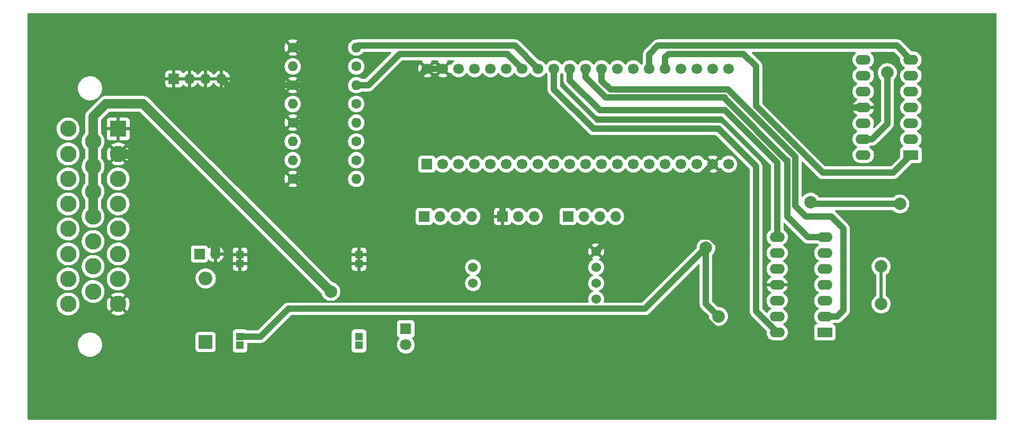
<source format=gbr>
%TF.GenerationSoftware,KiCad,Pcbnew,(6.0.2)*%
%TF.CreationDate,2022-03-14T17:04:00-03:00*%
%TF.ProjectId,EL-A0001-00500 - Telemetria Frontal,454c2d41-3030-4303-912d-303035303020,rev?*%
%TF.SameCoordinates,Original*%
%TF.FileFunction,Copper,L2,Bot*%
%TF.FilePolarity,Positive*%
%FSLAX46Y46*%
G04 Gerber Fmt 4.6, Leading zero omitted, Abs format (unit mm)*
G04 Created by KiCad (PCBNEW (6.0.2)) date 2022-03-14 17:04:00*
%MOMM*%
%LPD*%
G01*
G04 APERTURE LIST*
%TA.AperFunction,ComponentPad*%
%ADD10C,1.600000*%
%TD*%
%TA.AperFunction,ComponentPad*%
%ADD11O,1.600000X1.600000*%
%TD*%
%TA.AperFunction,ComponentPad*%
%ADD12R,1.700000X1.700000*%
%TD*%
%TA.AperFunction,ComponentPad*%
%ADD13O,1.700000X1.700000*%
%TD*%
%TA.AperFunction,ComponentPad*%
%ADD14R,1.800000X1.800000*%
%TD*%
%TA.AperFunction,ComponentPad*%
%ADD15C,1.800000*%
%TD*%
%TA.AperFunction,ComponentPad*%
%ADD16R,2.400000X1.600000*%
%TD*%
%TA.AperFunction,ComponentPad*%
%ADD17O,2.400000X1.600000*%
%TD*%
%TA.AperFunction,ComponentPad*%
%ADD18R,2.200000X2.200000*%
%TD*%
%TA.AperFunction,ComponentPad*%
%ADD19O,2.200000X2.200000*%
%TD*%
%TA.AperFunction,ComponentPad*%
%ADD20R,1.308000X1.308000*%
%TD*%
%TA.AperFunction,ComponentPad*%
%ADD21R,2.625000X2.625000*%
%TD*%
%TA.AperFunction,ComponentPad*%
%ADD22C,2.625000*%
%TD*%
%TA.AperFunction,ComponentPad*%
%ADD23C,1.700000*%
%TD*%
%TA.AperFunction,ComponentPad*%
%ADD24C,1.524000*%
%TD*%
%TA.AperFunction,ViaPad*%
%ADD25C,2.000000*%
%TD*%
%TA.AperFunction,Conductor*%
%ADD26C,1.000000*%
%TD*%
%TA.AperFunction,Conductor*%
%ADD27C,1.500000*%
%TD*%
%TA.AperFunction,Conductor*%
%ADD28C,0.500000*%
%TD*%
G04 APERTURE END LIST*
D10*
%TO.P,R11,1*%
%TO.N,GNDREF*%
X67920000Y-57000000D03*
D11*
%TO.P,R11,2*%
%TO.N,Net-(R10-Pad1)*%
X78080000Y-57000000D03*
%TD*%
D10*
%TO.P,R2,1*%
%TO.N,Net-(R2-Pad1)*%
X78080000Y-48000000D03*
D11*
%TO.P,R2,2*%
%TO.N,DI_1*%
X67920000Y-48000000D03*
%TD*%
D10*
%TO.P,R10,1*%
%TO.N,Net-(R10-Pad1)*%
X78080000Y-60000000D03*
D11*
%TO.P,R10,2*%
%TO.N,DI_3*%
X67920000Y-60000000D03*
%TD*%
D10*
%TO.P,R3,1*%
%TO.N,GNDREF*%
X67920000Y-45000000D03*
D11*
%TO.P,R3,2*%
%TO.N,Net-(R2-Pad1)*%
X78080000Y-45000000D03*
%TD*%
D12*
%TO.P,J3,1,Pin_1*%
%TO.N,GNDREF*%
X48920000Y-50000000D03*
D13*
%TO.P,J3,2,Pin_2*%
X51460000Y-50000000D03*
%TO.P,J3,3,Pin_3*%
X54000000Y-50000000D03*
%TO.P,J3,4,Pin_4*%
X56540000Y-50000000D03*
%TD*%
D14*
%TO.P,D2,1,K*%
%TO.N,Net-(D2-Pad1)*%
X86000000Y-90000000D03*
D15*
%TO.P,D2,2,A*%
%TO.N,+5V*%
X86000000Y-92540000D03*
%TD*%
D12*
%TO.P,J5,1,Pin_1*%
%TO.N,GNDREF*%
X101475000Y-72000000D03*
D13*
%TO.P,J5,2,Pin_2*%
%TO.N,Net-(J5-Pad2)*%
X104015000Y-72000000D03*
%TO.P,J5,3,Pin_3*%
%TO.N,Net-(J5-Pad3)*%
X106555000Y-72000000D03*
%TD*%
D16*
%TO.P,U4,1*%
%TO.N,Net-(U1-Pad25)*%
X166775000Y-62175000D03*
D17*
%TO.P,U4,2,-*%
X166775000Y-59635000D03*
%TO.P,U4,3,+*%
%TO.N,Net-(R24-Pad1)*%
X166775000Y-57095000D03*
%TO.P,U4,4,V+*%
%TO.N,Net-(C1-Pad1)*%
X166775000Y-54555000D03*
%TO.P,U4,5,+*%
%TO.N,Net-(R20-Pad1)*%
X166775000Y-52015000D03*
%TO.P,U4,6,-*%
%TO.N,Net-(U1-Pad26)*%
X166775000Y-49475000D03*
%TO.P,U4,7*%
X166775000Y-46935000D03*
%TO.P,U4,8*%
%TO.N,Net-(U1-Pad27)*%
X159155000Y-46935000D03*
%TO.P,U4,9,-*%
X159155000Y-49475000D03*
%TO.P,U4,10,+*%
%TO.N,Net-(R14-Pad1)*%
X159155000Y-52015000D03*
%TO.P,U4,11,V-*%
%TO.N,GNDREF*%
X159155000Y-54555000D03*
%TO.P,U4,12,+*%
%TO.N,Net-(R8-Pad1)*%
X159155000Y-57095000D03*
%TO.P,U4,13,-*%
%TO.N,Net-(U1-Pad28)*%
X159155000Y-59635000D03*
%TO.P,U4,14*%
X159155000Y-62175000D03*
%TD*%
D18*
%TO.P,D1,1,K*%
%TO.N,Net-(C1-Pad1)*%
X54000000Y-92080000D03*
D19*
%TO.P,D1,2,A*%
%TO.N,VIN*%
X54000000Y-81920000D03*
%TD*%
D16*
%TO.P,U3,1*%
%TO.N,Net-(U1-Pad29)*%
X153000000Y-90540000D03*
D17*
%TO.P,U3,2,-*%
X153000000Y-88000000D03*
%TO.P,U3,3,+*%
%TO.N,Net-(R22-Pad1)*%
X153000000Y-85460000D03*
%TO.P,U3,4,V+*%
%TO.N,Net-(C1-Pad1)*%
X153000000Y-82920000D03*
%TO.P,U3,5,+*%
%TO.N,Net-(R18-Pad1)*%
X153000000Y-80380000D03*
%TO.P,U3,6,-*%
%TO.N,Net-(U1-Pad30)*%
X153000000Y-77840000D03*
%TO.P,U3,7*%
X153000000Y-75300000D03*
%TO.P,U3,8*%
%TO.N,Net-(U1-Pad31)*%
X145380000Y-75300000D03*
%TO.P,U3,9,-*%
X145380000Y-77840000D03*
%TO.P,U3,10,+*%
%TO.N,Net-(R12-Pad1)*%
X145380000Y-80380000D03*
%TO.P,U3,11,V-*%
%TO.N,GNDREF*%
X145380000Y-82920000D03*
%TO.P,U3,12,+*%
%TO.N,Net-(R6-Pad1)*%
X145380000Y-85460000D03*
%TO.P,U3,13,-*%
%TO.N,Net-(U1-Pad32)*%
X145380000Y-88000000D03*
%TO.P,U3,14*%
X145380000Y-90540000D03*
%TD*%
D12*
%TO.P,J6,1,Pin_1*%
%TO.N,Net-(J6-Pad1)*%
X88950000Y-72000000D03*
D13*
%TO.P,J6,2,Pin_2*%
%TO.N,Net-(J6-Pad2)*%
X91490000Y-72000000D03*
%TO.P,J6,3,Pin_3*%
%TO.N,Net-(J6-Pad3)*%
X94030000Y-72000000D03*
%TO.P,J6,4,Pin_4*%
%TO.N,Net-(J6-Pad4)*%
X96570000Y-72000000D03*
%TD*%
D20*
%TO.P,U2,1,VIN-*%
%TO.N,GNDREF*%
X59500000Y-78130000D03*
%TO.P,U2,2,VIN-*%
X59500000Y-79530000D03*
%TO.P,U2,3,VIN+*%
%TO.N,Net-(C1-Pad1)*%
X59500000Y-91200000D03*
%TO.P,U2,4,VIN+*%
X59500000Y-92600000D03*
%TO.P,U2,5,VOUT-*%
%TO.N,GNDREF*%
X78500000Y-78130000D03*
%TO.P,U2,6,VOUT-*%
X78500000Y-79530000D03*
%TO.P,U2,7,VOUT+*%
%TO.N,+5V*%
X78500000Y-91200000D03*
%TO.P,U2,8,VOUT+*%
X78500000Y-92600000D03*
%TD*%
D12*
%TO.P,J4,1,Pin_1*%
%TO.N,Net-(J4-Pad1)*%
X111920000Y-72000000D03*
D13*
%TO.P,J4,2,Pin_2*%
%TO.N,Net-(J4-Pad2)*%
X114460000Y-72000000D03*
%TO.P,J4,3,Pin_3*%
%TO.N,Net-(J4-Pad3)*%
X117000000Y-72000000D03*
%TO.P,J4,4,Pin_4*%
%TO.N,Net-(J4-Pad4)*%
X119540000Y-72000000D03*
%TD*%
D10*
%TO.P,R4,1*%
%TO.N,Net-(R4-Pad1)*%
X78080000Y-54000000D03*
D11*
%TO.P,R4,2*%
%TO.N,DI_2*%
X67920000Y-54000000D03*
%TD*%
D10*
%TO.P,R17,1*%
%TO.N,GNDREF*%
X67920000Y-66000000D03*
D11*
%TO.P,R17,2*%
%TO.N,Net-(R16-Pad1)*%
X78080000Y-66000000D03*
%TD*%
D21*
%TO.P,J1,1,1*%
%TO.N,GNDREF*%
X40000000Y-58000000D03*
D22*
%TO.P,J1,2,2*%
X40000000Y-62000000D03*
%TO.P,J1,3,3*%
%TO.N,DI_1*%
X40000000Y-66000000D03*
%TO.P,J1,4,4*%
%TO.N,DI_2*%
X40000000Y-70000000D03*
%TO.P,J1,5,5*%
%TO.N,DI_3*%
X40000000Y-74000000D03*
%TO.P,J1,6,6*%
%TO.N,DI_4*%
X40000000Y-78000000D03*
%TO.P,J1,7,7*%
%TO.N,VIN*%
X40000000Y-82000000D03*
%TO.P,J1,8,8*%
%TO.N,GNDREF*%
X40000000Y-86000000D03*
%TO.P,J1,9,9*%
%TO.N,+5V*%
X36000000Y-60000000D03*
%TO.P,J1,10,10*%
X36000000Y-64000000D03*
%TO.P,J1,11,11*%
X36000000Y-68000000D03*
%TO.P,J1,12,12*%
X36000000Y-72000000D03*
%TO.P,J1,13,13*%
%TO.N,PRESSURE_3*%
X36000000Y-76000000D03*
%TO.P,J1,14,14*%
%TO.N,ADC_1*%
X36000000Y-80000000D03*
%TO.P,J1,15,15*%
%TO.N,CANH*%
X36000000Y-84000000D03*
%TO.P,J1,16,16*%
%TO.N,PRESSURE_1*%
X32000000Y-58000000D03*
%TO.P,J1,17,17*%
%TO.N,PRESSURE_2*%
X32000000Y-62000000D03*
%TO.P,J1,18,18*%
%TO.N,TPS_2*%
X32000000Y-66000000D03*
%TO.P,J1,19,19*%
%TO.N,TPS_1*%
X32000000Y-70000000D03*
%TO.P,J1,20,20*%
%TO.N,unconnected-(J1-Pad20)*%
X32000000Y-74000000D03*
%TO.P,J1,21,21*%
%TO.N,ENCODER*%
X32000000Y-78000000D03*
%TO.P,J1,22,22*%
%TO.N,ADC_2*%
X32000000Y-82000000D03*
%TO.P,J1,23,23*%
%TO.N,CANL*%
X32000000Y-86000000D03*
%TD*%
D12*
%TO.P,U1,1,PB12*%
%TO.N,Net-(J6-Pad1)*%
X89370000Y-63620000D03*
D23*
%TO.P,U1,2,PB13*%
%TO.N,Net-(J6-Pad2)*%
X91910000Y-63620000D03*
%TO.P,U1,3,PB14*%
%TO.N,Net-(J6-Pad3)*%
X94450000Y-63620000D03*
%TO.P,U1,4,PB15*%
%TO.N,Net-(J6-Pad4)*%
X96990000Y-63620000D03*
%TO.P,U1,5,PA8*%
%TO.N,unconnected-(U1-Pad5)*%
X99530000Y-63620000D03*
%TO.P,U1,6,PA9*%
%TO.N,Net-(J5-Pad2)*%
X102070000Y-63620000D03*
%TO.P,U1,7,PA10*%
%TO.N,Net-(J5-Pad3)*%
X104610000Y-63620000D03*
%TO.P,U1,8,PA11*%
%TO.N,unconnected-(U1-Pad8)*%
X107150000Y-63620000D03*
%TO.P,U1,9,PA12*%
%TO.N,unconnected-(U1-Pad9)*%
X109690000Y-63620000D03*
%TO.P,U1,10,PA15*%
%TO.N,unconnected-(U1-Pad10)*%
X112230000Y-63620000D03*
%TO.P,U1,11,PB3*%
%TO.N,unconnected-(U1-Pad11)*%
X114770000Y-63620000D03*
%TO.P,U1,12,PB4*%
%TO.N,Net-(J4-Pad1)*%
X117310000Y-63620000D03*
%TO.P,U1,13,PB5*%
%TO.N,Net-(J4-Pad2)*%
X119850000Y-63620000D03*
%TO.P,U1,14,PB6*%
%TO.N,Net-(J4-Pad3)*%
X122390000Y-63620000D03*
%TO.P,U1,15,PB7*%
%TO.N,Net-(J4-Pad4)*%
X124930000Y-63620000D03*
%TO.P,U1,16,PB8*%
%TO.N,Net-(U1-Pad16)*%
X127470000Y-63620000D03*
%TO.P,U1,17,PB9*%
%TO.N,Net-(U1-Pad17)*%
X130010000Y-63620000D03*
%TO.P,U1,18,5V*%
%TO.N,+5V*%
X132550000Y-63620000D03*
%TO.P,U1,19,GND*%
%TO.N,GNDREF*%
X135090000Y-63620000D03*
%TO.P,U1,20,3V3*%
%TO.N,unconnected-(U1-Pad20)*%
X137630000Y-63620000D03*
%TO.P,U1,21,VBat*%
%TO.N,unconnected-(U1-Pad21)*%
X137630000Y-48380000D03*
%TO.P,U1,22,PC13*%
%TO.N,unconnected-(U1-Pad22)*%
X135090000Y-48380000D03*
%TO.P,U1,23,PC14*%
%TO.N,unconnected-(U1-Pad23)*%
X132550000Y-48380000D03*
%TO.P,U1,24,PC15*%
%TO.N,unconnected-(U1-Pad24)*%
X130010000Y-48380000D03*
%TO.P,U1,25,PA0*%
%TO.N,Net-(U1-Pad25)*%
X127470000Y-48380000D03*
%TO.P,U1,26,PA1*%
%TO.N,Net-(U1-Pad26)*%
X124930000Y-48380000D03*
%TO.P,U1,27,PA2*%
%TO.N,Net-(U1-Pad27)*%
X122390000Y-48380000D03*
%TO.P,U1,28,PA3*%
%TO.N,Net-(U1-Pad28)*%
X119850000Y-48380000D03*
%TO.P,U1,29,PA4*%
%TO.N,Net-(U1-Pad29)*%
X117310000Y-48380000D03*
%TO.P,U1,30,PA5*%
%TO.N,Net-(U1-Pad30)*%
X114770000Y-48380000D03*
%TO.P,U1,31,PA6*%
%TO.N,Net-(U1-Pad31)*%
X112230000Y-48380000D03*
%TO.P,U1,32,PA7*%
%TO.N,Net-(U1-Pad32)*%
X109690000Y-48380000D03*
%TO.P,U1,33,PB0*%
%TO.N,Net-(R2-Pad1)*%
X107150000Y-48380000D03*
%TO.P,U1,34,PB1*%
%TO.N,Net-(R4-Pad1)*%
X104610000Y-48380000D03*
%TO.P,U1,35,PB10*%
%TO.N,Net-(R10-Pad1)*%
X102070000Y-48380000D03*
%TO.P,U1,36,PB11*%
%TO.N,Net-(R16-Pad1)*%
X99530000Y-48380000D03*
%TO.P,U1,37,RST*%
%TO.N,unconnected-(U1-Pad37)*%
X96990000Y-48380000D03*
%TO.P,U1,38,3V3*%
%TO.N,unconnected-(U1-Pad38)*%
X94450000Y-48380000D03*
%TO.P,U1,39,GND*%
%TO.N,GNDREF*%
X91910000Y-48380000D03*
%TO.P,U1,40,GND*%
X89370000Y-48380000D03*
%TD*%
D10*
%TO.P,R16,1*%
%TO.N,Net-(R16-Pad1)*%
X78080000Y-63000000D03*
D11*
%TO.P,R16,2*%
%TO.N,DI_4*%
X67920000Y-63000000D03*
%TD*%
D24*
%TO.P,U5,1,VCC*%
%TO.N,+5V*%
X116430000Y-85222500D03*
%TO.P,U5,2,TX*%
%TO.N,Net-(U1-Pad17)*%
X116430000Y-82682500D03*
%TO.P,U5,3,RX*%
%TO.N,Net-(U1-Pad16)*%
X116430000Y-80142500D03*
%TO.P,U5,4,GND*%
%TO.N,GNDREF*%
X116430000Y-77602500D03*
%TO.P,U5,5,CANH*%
%TO.N,CANH*%
X96745000Y-82682500D03*
%TO.P,U5,6,CANL*%
%TO.N,CANL*%
X96745000Y-80142500D03*
%TD*%
D10*
%TO.P,R5,1*%
%TO.N,GNDREF*%
X67920000Y-51000000D03*
D11*
%TO.P,R5,2*%
%TO.N,Net-(R4-Pad1)*%
X78080000Y-51000000D03*
%TD*%
D12*
%TO.P,J2,1,Pin_1*%
%TO.N,VIN*%
X53000000Y-78000000D03*
D13*
%TO.P,J2,2,Pin_2*%
%TO.N,GNDREF*%
X55540000Y-78000000D03*
%TD*%
D25*
%TO.N,Net-(C1-Pad1)*%
X150727561Y-69727561D03*
X134000000Y-77000000D03*
X165000000Y-70000000D03*
X136000000Y-88000000D03*
%TO.N,GNDREF*%
X164172500Y-75172500D03*
X146000000Y-54000000D03*
X131000000Y-84000000D03*
X145000000Y-94000000D03*
X177000000Y-53000000D03*
%TO.N,+5V*%
X74000000Y-84000000D03*
%TO.N,ENCODER*%
X162000000Y-86000000D03*
X162000000Y-80000000D03*
%TO.N,Net-(U1-Pad28)*%
X163000000Y-49000000D03*
%TD*%
D26*
%TO.N,Net-(C1-Pad1)*%
X165000000Y-70000000D02*
X151000000Y-70000000D01*
X134000000Y-86000000D02*
X134000000Y-77000000D01*
X124215989Y-86784011D02*
X67215989Y-86784011D01*
X62800000Y-91200000D02*
X59500000Y-91200000D01*
X136000000Y-88000000D02*
X134000000Y-86000000D01*
X67215989Y-86784011D02*
X62800000Y-91200000D01*
X151000000Y-70000000D02*
X150727561Y-69727561D01*
X134000000Y-77000000D02*
X124215989Y-86784011D01*
%TO.N,GNDREF*%
X89370000Y-48380000D02*
X91910000Y-48380000D01*
X77000000Y-69000000D02*
X72000000Y-64000000D01*
X101475000Y-70475000D02*
X101475000Y-72000000D01*
X57540000Y-51000000D02*
X56540000Y-50000000D01*
X167827500Y-75172500D02*
X164172500Y-75172500D01*
X131000000Y-85544894D02*
X139455106Y-94000000D01*
X72000000Y-53000000D02*
X70000000Y-51000000D01*
X70000000Y-45000000D02*
X67920000Y-45000000D01*
X72000000Y-59000000D02*
X72000000Y-53000000D01*
X139455106Y-79910212D02*
X139455106Y-94000000D01*
X72000000Y-53000000D02*
X72000000Y-47000000D01*
X123509511Y-75200489D02*
X135090000Y-63620000D01*
X84000000Y-64000000D02*
X84500000Y-64500000D01*
X70000000Y-57000000D02*
X67920000Y-57000000D01*
D27*
X55540000Y-75683845D02*
X55540000Y-78000000D01*
D26*
X170000000Y-60000000D02*
X170000000Y-73000000D01*
X131000000Y-84000000D02*
X131000000Y-85544894D01*
X84000000Y-53750000D02*
X84000000Y-64000000D01*
X122799511Y-75200489D02*
X134745383Y-75200489D01*
X67920000Y-51000000D02*
X57540000Y-51000000D01*
X118832011Y-75200489D02*
X122799511Y-75200489D01*
X122799511Y-75200489D02*
X123509511Y-75200489D01*
D27*
X41856155Y-62000000D02*
X55540000Y-75683845D01*
D26*
X177000000Y-53000000D02*
X170000000Y-60000000D01*
X84500000Y-64500000D02*
X84500000Y-65500000D01*
X88000000Y-68000000D02*
X99000000Y-68000000D01*
X146555000Y-54555000D02*
X159155000Y-54555000D01*
X72000000Y-47000000D02*
X70000000Y-45000000D01*
X170000000Y-73000000D02*
X167827500Y-75172500D01*
X84500000Y-64500000D02*
X88000000Y-68000000D01*
X72000000Y-64000000D02*
X72000000Y-59000000D01*
X70000000Y-51000000D02*
X67920000Y-51000000D01*
X89370000Y-48380000D02*
X84000000Y-53750000D01*
X72000000Y-59000000D02*
X70000000Y-57000000D01*
X99000000Y-68000000D02*
X101475000Y-70475000D01*
X70000000Y-66000000D02*
X72000000Y-64000000D01*
X67920000Y-66000000D02*
X70000000Y-66000000D01*
X81000000Y-69000000D02*
X77000000Y-69000000D01*
X146000000Y-54000000D02*
X146555000Y-54555000D01*
D27*
X40000000Y-62000000D02*
X41856155Y-62000000D01*
D26*
X139455106Y-94000000D02*
X145000000Y-94000000D01*
X134745383Y-75200489D02*
X139455106Y-79910212D01*
X116430000Y-77602500D02*
X118832011Y-75200489D01*
X84500000Y-65500000D02*
X81000000Y-69000000D01*
D27*
%TO.N,+5V*%
X36000000Y-72000000D02*
X36000000Y-68000000D01*
X38000000Y-54000000D02*
X43000000Y-54000000D01*
X36000000Y-64000000D02*
X36000000Y-60000000D01*
X36000000Y-56000000D02*
X38000000Y-54000000D01*
X44000000Y-54000000D02*
X74000000Y-84000000D01*
X36000000Y-60000000D02*
X36000000Y-56000000D01*
X43000000Y-54000000D02*
X44000000Y-54000000D01*
X36000000Y-64000000D02*
X36000000Y-68000000D01*
D26*
%TO.N,Net-(R2-Pad1)*%
X78379520Y-44700480D02*
X78080000Y-45000000D01*
X107150000Y-48380000D02*
X103470480Y-44700480D01*
X103470480Y-44700480D02*
X78379520Y-44700480D01*
%TO.N,Net-(R4-Pad1)*%
X80000000Y-51000000D02*
X78080000Y-51000000D01*
X102230000Y-46000000D02*
X85000000Y-46000000D01*
X85000000Y-46000000D02*
X80000000Y-51000000D01*
X104610000Y-48380000D02*
X102230000Y-46000000D01*
D28*
%TO.N,ENCODER*%
X162000000Y-86000000D02*
X162000000Y-80000000D01*
D26*
%TO.N,Net-(U1-Pad32)*%
X116000000Y-58000000D02*
X109690000Y-51690000D01*
X145380000Y-90540000D02*
X142000000Y-87160000D01*
X109690000Y-51690000D02*
X109690000Y-48380000D01*
X136000000Y-58000000D02*
X116000000Y-58000000D01*
X142000000Y-64000000D02*
X136000000Y-58000000D01*
X142000000Y-87160000D02*
X142000000Y-64000000D01*
%TO.N,Net-(U1-Pad31)*%
X117000000Y-55000000D02*
X112230000Y-50230000D01*
X112230000Y-50230000D02*
X112230000Y-48380000D01*
X145380000Y-75300000D02*
X145380000Y-63380000D01*
X137000000Y-55000000D02*
X117000000Y-55000000D01*
X145380000Y-63380000D02*
X137000000Y-55000000D01*
%TO.N,Net-(U1-Pad30)*%
X137000000Y-53000000D02*
X118000000Y-53000000D01*
X150300000Y-75300000D02*
X147000000Y-72000000D01*
X114770000Y-49770000D02*
X114770000Y-48380000D01*
X118000000Y-53000000D02*
X114770000Y-49770000D01*
X147000000Y-63000000D02*
X146837798Y-63000000D01*
X146837798Y-63000000D02*
X137000000Y-53162202D01*
X153000000Y-75300000D02*
X150300000Y-75300000D01*
X147000000Y-72000000D02*
X147000000Y-63000000D01*
%TO.N,Net-(U1-Pad29)*%
X150000000Y-72000000D02*
X148299520Y-70299520D01*
X117310000Y-50310000D02*
X117310000Y-48380000D01*
X137299520Y-51700480D02*
X118700480Y-51700480D01*
X156000000Y-74000000D02*
X154000000Y-72000000D01*
X148299520Y-62461722D02*
X137538278Y-51700480D01*
X154000000Y-72000000D02*
X150000000Y-72000000D01*
X156000000Y-87000000D02*
X156000000Y-74000000D01*
X148299520Y-70299520D02*
X148299520Y-62461722D01*
X155000000Y-88000000D02*
X156000000Y-87000000D01*
X137538278Y-51700480D02*
X137299520Y-51700480D01*
X153000000Y-88000000D02*
X155000000Y-88000000D01*
X118700480Y-51700480D02*
X117310000Y-50310000D01*
%TO.N,Net-(U1-Pad28)*%
X163000000Y-57190000D02*
X160555000Y-59635000D01*
X160555000Y-59635000D02*
X159155000Y-59635000D01*
X163000000Y-49000000D02*
X163000000Y-57190000D01*
%TO.N,Net-(U1-Pad26)*%
X124930000Y-46070000D02*
X126299520Y-44700480D01*
X164540480Y-44700480D02*
X166775000Y-46935000D01*
X124930000Y-48380000D02*
X124930000Y-46070000D01*
X126299520Y-44700480D02*
X164540480Y-44700480D01*
%TO.N,Net-(U1-Pad25)*%
X127470000Y-46530000D02*
X128000000Y-46000000D01*
X152675596Y-65000000D02*
X163950000Y-65000000D01*
X127470000Y-48380000D02*
X127470000Y-46530000D01*
X142000000Y-48000000D02*
X142000000Y-54324404D01*
X128000000Y-46000000D02*
X140000000Y-46000000D01*
X140000000Y-46000000D02*
X142000000Y-48000000D01*
X163950000Y-65000000D02*
X166775000Y-62175000D01*
X142000000Y-54324404D02*
X152675596Y-65000000D01*
%TD*%
%TA.AperFunction,Conductor*%
%TO.N,GNDREF*%
G36*
X180434121Y-39528002D02*
G01*
X180480614Y-39581658D01*
X180492000Y-39634000D01*
X180492000Y-104366000D01*
X180471998Y-104434121D01*
X180418342Y-104480614D01*
X180366000Y-104492000D01*
X25634000Y-104492000D01*
X25565879Y-104471998D01*
X25519386Y-104418342D01*
X25508000Y-104366000D01*
X25508000Y-92469552D01*
X33561800Y-92469552D01*
X33562044Y-92473987D01*
X33562044Y-92473991D01*
X33576502Y-92736697D01*
X33576846Y-92742951D01*
X33630264Y-93011502D01*
X33720989Y-93269847D01*
X33723042Y-93273798D01*
X33723044Y-93273804D01*
X33844642Y-93507891D01*
X33847209Y-93512832D01*
X33849792Y-93516447D01*
X33849796Y-93516453D01*
X33886481Y-93567788D01*
X34006407Y-93735608D01*
X34100906Y-93834669D01*
X34185265Y-93923099D01*
X34195406Y-93933730D01*
X34410436Y-94103245D01*
X34414278Y-94105477D01*
X34414283Y-94105480D01*
X34643351Y-94238534D01*
X34643357Y-94238537D01*
X34647205Y-94240772D01*
X34715023Y-94268241D01*
X34896857Y-94341892D01*
X34896865Y-94341895D01*
X34900989Y-94343565D01*
X34976843Y-94362407D01*
X35162401Y-94408500D01*
X35162405Y-94408501D01*
X35166726Y-94409574D01*
X35400247Y-94433500D01*
X35569754Y-94433500D01*
X35773128Y-94419100D01*
X35777483Y-94418162D01*
X35777486Y-94418162D01*
X36036460Y-94362407D01*
X36036462Y-94362407D01*
X36040807Y-94361471D01*
X36297695Y-94266700D01*
X36538668Y-94136678D01*
X36758915Y-93974001D01*
X36954045Y-93781913D01*
X36956747Y-93778373D01*
X37117460Y-93567788D01*
X37117462Y-93567784D01*
X37120162Y-93564247D01*
X37253952Y-93325347D01*
X37291561Y-93228134D01*
X52391500Y-93228134D01*
X52398255Y-93290316D01*
X52449385Y-93426705D01*
X52536739Y-93543261D01*
X52653295Y-93630615D01*
X52789684Y-93681745D01*
X52851866Y-93688500D01*
X55148134Y-93688500D01*
X55210316Y-93681745D01*
X55346705Y-93630615D01*
X55463261Y-93543261D01*
X55550615Y-93426705D01*
X55597315Y-93302134D01*
X58337500Y-93302134D01*
X58344255Y-93364316D01*
X58395385Y-93500705D01*
X58482739Y-93617261D01*
X58599295Y-93704615D01*
X58735684Y-93755745D01*
X58797866Y-93762500D01*
X60202134Y-93762500D01*
X60264316Y-93755745D01*
X60400705Y-93704615D01*
X60517261Y-93617261D01*
X60604615Y-93500705D01*
X60655745Y-93364316D01*
X60662500Y-93302134D01*
X77337500Y-93302134D01*
X77344255Y-93364316D01*
X77395385Y-93500705D01*
X77482739Y-93617261D01*
X77599295Y-93704615D01*
X77735684Y-93755745D01*
X77797866Y-93762500D01*
X79202134Y-93762500D01*
X79264316Y-93755745D01*
X79400705Y-93704615D01*
X79517261Y-93617261D01*
X79604615Y-93500705D01*
X79655745Y-93364316D01*
X79662500Y-93302134D01*
X79662500Y-92505469D01*
X84587095Y-92505469D01*
X84587392Y-92510622D01*
X84587392Y-92510625D01*
X84593067Y-92609041D01*
X84600427Y-92736697D01*
X84601564Y-92741743D01*
X84601565Y-92741749D01*
X84633741Y-92884523D01*
X84651346Y-92962642D01*
X84653288Y-92967424D01*
X84653289Y-92967428D01*
X84693173Y-93065649D01*
X84738484Y-93177237D01*
X84859501Y-93374719D01*
X85011147Y-93549784D01*
X85189349Y-93697730D01*
X85389322Y-93814584D01*
X85605694Y-93897209D01*
X85610760Y-93898240D01*
X85610761Y-93898240D01*
X85663846Y-93909040D01*
X85832656Y-93943385D01*
X85963324Y-93948176D01*
X86058949Y-93951683D01*
X86058953Y-93951683D01*
X86064113Y-93951872D01*
X86069233Y-93951216D01*
X86069235Y-93951216D01*
X86142270Y-93941860D01*
X86293847Y-93922442D01*
X86298795Y-93920957D01*
X86298802Y-93920956D01*
X86510747Y-93857369D01*
X86515690Y-93855886D01*
X86596236Y-93816427D01*
X86719049Y-93756262D01*
X86719052Y-93756260D01*
X86723684Y-93753991D01*
X86912243Y-93619494D01*
X87076303Y-93456005D01*
X87211458Y-93267917D01*
X87258641Y-93172450D01*
X87311784Y-93064922D01*
X87311785Y-93064920D01*
X87314078Y-93060280D01*
X87381408Y-92838671D01*
X87411640Y-92609041D01*
X87413327Y-92540000D01*
X87396432Y-92334500D01*
X87394773Y-92314318D01*
X87394772Y-92314312D01*
X87394349Y-92309167D01*
X87351513Y-92138629D01*
X87339184Y-92089544D01*
X87339183Y-92089540D01*
X87337925Y-92084533D01*
X87335866Y-92079797D01*
X87247630Y-91876868D01*
X87247628Y-91876865D01*
X87245570Y-91872131D01*
X87119764Y-91677665D01*
X87029848Y-91578848D01*
X86998796Y-91515002D01*
X87007192Y-91444504D01*
X87052369Y-91389736D01*
X87078812Y-91376067D01*
X87138297Y-91353767D01*
X87146705Y-91350615D01*
X87263261Y-91263261D01*
X87350615Y-91146705D01*
X87401745Y-91010316D01*
X87408500Y-90948134D01*
X87408500Y-89051866D01*
X87401745Y-88989684D01*
X87350615Y-88853295D01*
X87263261Y-88736739D01*
X87146705Y-88649385D01*
X87010316Y-88598255D01*
X86948134Y-88591500D01*
X85051866Y-88591500D01*
X84989684Y-88598255D01*
X84853295Y-88649385D01*
X84736739Y-88736739D01*
X84649385Y-88853295D01*
X84598255Y-88989684D01*
X84591500Y-89051866D01*
X84591500Y-90948134D01*
X84598255Y-91010316D01*
X84649385Y-91146705D01*
X84736739Y-91263261D01*
X84853295Y-91350615D01*
X84861704Y-91353767D01*
X84861705Y-91353768D01*
X84921164Y-91376058D01*
X84977929Y-91418699D01*
X85002629Y-91485261D01*
X84987422Y-91554609D01*
X84968029Y-91581091D01*
X84901639Y-91650564D01*
X84898725Y-91654836D01*
X84898724Y-91654837D01*
X84862021Y-91708642D01*
X84771119Y-91841899D01*
X84673602Y-92051981D01*
X84611707Y-92275169D01*
X84587095Y-92505469D01*
X79662500Y-92505469D01*
X79662500Y-90497866D01*
X79655745Y-90435684D01*
X79604615Y-90299295D01*
X79517261Y-90182739D01*
X79400705Y-90095385D01*
X79264316Y-90044255D01*
X79202134Y-90037500D01*
X77797866Y-90037500D01*
X77735684Y-90044255D01*
X77599295Y-90095385D01*
X77482739Y-90182739D01*
X77395385Y-90299295D01*
X77344255Y-90435684D01*
X77337500Y-90497866D01*
X77337500Y-93302134D01*
X60662500Y-93302134D01*
X60662500Y-92334500D01*
X60682502Y-92266379D01*
X60736158Y-92219886D01*
X60788500Y-92208500D01*
X62738157Y-92208500D01*
X62751764Y-92209237D01*
X62783262Y-92212659D01*
X62783267Y-92212659D01*
X62789388Y-92213324D01*
X62815638Y-92211027D01*
X62839388Y-92208950D01*
X62844214Y-92208621D01*
X62846686Y-92208500D01*
X62849769Y-92208500D01*
X62861738Y-92207326D01*
X62892506Y-92204310D01*
X62893819Y-92204188D01*
X62938084Y-92200315D01*
X62986413Y-92196087D01*
X62991532Y-92194600D01*
X62996833Y-92194080D01*
X63085834Y-92167209D01*
X63086967Y-92166874D01*
X63170414Y-92142630D01*
X63170418Y-92142628D01*
X63176336Y-92140909D01*
X63181068Y-92138456D01*
X63186169Y-92136916D01*
X63191612Y-92134022D01*
X63268260Y-92093269D01*
X63269426Y-92092657D01*
X63346453Y-92052729D01*
X63351926Y-92049892D01*
X63356089Y-92046569D01*
X63360796Y-92044066D01*
X63432918Y-91985245D01*
X63433774Y-91984554D01*
X63472973Y-91953262D01*
X63475477Y-91950758D01*
X63476195Y-91950116D01*
X63480528Y-91946415D01*
X63514062Y-91919065D01*
X63543288Y-91883737D01*
X63551277Y-91874958D01*
X67596819Y-87829416D01*
X67659131Y-87795390D01*
X67685914Y-87792511D01*
X124154146Y-87792511D01*
X124167753Y-87793248D01*
X124199251Y-87796670D01*
X124199256Y-87796670D01*
X124205377Y-87797335D01*
X124231627Y-87795038D01*
X124255377Y-87792961D01*
X124260203Y-87792632D01*
X124262675Y-87792511D01*
X124265758Y-87792511D01*
X124277727Y-87791337D01*
X124308495Y-87788321D01*
X124309808Y-87788199D01*
X124354073Y-87784326D01*
X124402402Y-87780098D01*
X124407521Y-87778611D01*
X124412822Y-87778091D01*
X124501823Y-87751220D01*
X124502956Y-87750885D01*
X124586403Y-87726641D01*
X124586407Y-87726639D01*
X124592325Y-87724920D01*
X124597057Y-87722467D01*
X124602158Y-87720927D01*
X124619087Y-87711926D01*
X124684249Y-87677280D01*
X124685415Y-87676668D01*
X124762442Y-87636740D01*
X124767915Y-87633903D01*
X124772078Y-87630580D01*
X124776785Y-87628077D01*
X124848907Y-87569256D01*
X124849763Y-87568565D01*
X124888962Y-87537273D01*
X124891466Y-87534769D01*
X124892184Y-87534127D01*
X124896517Y-87530426D01*
X124930051Y-87503076D01*
X124948101Y-87481258D01*
X124959276Y-87467749D01*
X124967266Y-87458969D01*
X128854724Y-83571511D01*
X132776405Y-79649829D01*
X132838717Y-79615803D01*
X132909532Y-79620868D01*
X132966368Y-79663415D01*
X132991179Y-79729935D01*
X132991500Y-79738924D01*
X132991500Y-85938157D01*
X132990763Y-85951764D01*
X132990209Y-85956869D01*
X132986676Y-85989388D01*
X132987864Y-86002965D01*
X132991050Y-86039388D01*
X132991379Y-86044214D01*
X132991500Y-86046686D01*
X132991500Y-86049769D01*
X132991801Y-86052837D01*
X132995690Y-86092506D01*
X132995812Y-86093819D01*
X132997146Y-86109064D01*
X133003913Y-86186413D01*
X133005400Y-86191532D01*
X133005920Y-86196833D01*
X133032791Y-86285834D01*
X133033126Y-86286967D01*
X133056899Y-86368790D01*
X133059091Y-86376336D01*
X133061544Y-86381068D01*
X133063084Y-86386169D01*
X133065978Y-86391612D01*
X133106731Y-86468260D01*
X133107343Y-86469426D01*
X133126623Y-86506620D01*
X133150108Y-86551926D01*
X133153431Y-86556089D01*
X133155934Y-86560796D01*
X133214755Y-86632918D01*
X133215446Y-86633774D01*
X133246738Y-86672973D01*
X133249242Y-86675477D01*
X133249884Y-86676195D01*
X133253585Y-86680528D01*
X133280935Y-86714062D01*
X133285682Y-86717989D01*
X133285684Y-86717991D01*
X133316262Y-86743287D01*
X133325042Y-86751277D01*
X133891377Y-87317611D01*
X134452103Y-87878337D01*
X134486128Y-87940649D01*
X134488620Y-87977318D01*
X134486835Y-88000000D01*
X134505465Y-88236711D01*
X134560895Y-88467594D01*
X134562788Y-88472165D01*
X134562789Y-88472167D01*
X134648530Y-88679164D01*
X134651760Y-88686963D01*
X134654346Y-88691183D01*
X134773241Y-88885202D01*
X134773245Y-88885208D01*
X134775824Y-88889416D01*
X134930031Y-89069969D01*
X135110584Y-89224176D01*
X135114792Y-89226755D01*
X135114798Y-89226759D01*
X135243644Y-89305716D01*
X135313037Y-89348240D01*
X135317607Y-89350133D01*
X135317611Y-89350135D01*
X135451599Y-89405634D01*
X135532406Y-89439105D01*
X135612609Y-89458360D01*
X135758476Y-89493380D01*
X135758482Y-89493381D01*
X135763289Y-89494535D01*
X136000000Y-89513165D01*
X136236711Y-89494535D01*
X136241518Y-89493381D01*
X136241524Y-89493380D01*
X136387391Y-89458360D01*
X136467594Y-89439105D01*
X136548401Y-89405634D01*
X136682389Y-89350135D01*
X136682393Y-89350133D01*
X136686963Y-89348240D01*
X136756356Y-89305716D01*
X136885202Y-89226759D01*
X136885208Y-89226755D01*
X136889416Y-89224176D01*
X137069969Y-89069969D01*
X137224176Y-88889416D01*
X137226755Y-88885208D01*
X137226759Y-88885202D01*
X137345654Y-88691183D01*
X137348240Y-88686963D01*
X137351471Y-88679164D01*
X137437211Y-88472167D01*
X137437212Y-88472165D01*
X137439105Y-88467594D01*
X137494535Y-88236711D01*
X137513165Y-88000000D01*
X137494535Y-87763289D01*
X137492990Y-87756851D01*
X137449870Y-87577247D01*
X137439105Y-87532406D01*
X137431135Y-87513165D01*
X137350135Y-87317611D01*
X137350133Y-87317607D01*
X137348240Y-87313037D01*
X137339805Y-87299272D01*
X137226759Y-87114798D01*
X137226755Y-87114792D01*
X137224176Y-87110584D01*
X137069969Y-86930031D01*
X136889416Y-86775824D01*
X136885208Y-86773245D01*
X136885202Y-86773241D01*
X136691183Y-86654346D01*
X136686963Y-86651760D01*
X136682393Y-86649867D01*
X136682389Y-86649865D01*
X136472167Y-86562789D01*
X136472165Y-86562788D01*
X136467594Y-86560895D01*
X136387391Y-86541640D01*
X136241524Y-86506620D01*
X136241518Y-86506619D01*
X136236711Y-86505465D01*
X136000000Y-86486835D01*
X135995070Y-86487223D01*
X135995069Y-86487223D01*
X135977318Y-86488620D01*
X135907838Y-86474024D01*
X135878337Y-86452103D01*
X135045405Y-85619171D01*
X135011379Y-85556859D01*
X135008500Y-85530076D01*
X135008500Y-78180556D01*
X135028502Y-78112435D01*
X135052668Y-78084746D01*
X135066212Y-78073178D01*
X135066213Y-78073177D01*
X135069969Y-78069969D01*
X135224176Y-77889416D01*
X135226755Y-77885208D01*
X135226759Y-77885202D01*
X135345654Y-77691183D01*
X135348240Y-77686963D01*
X135354242Y-77672474D01*
X135437211Y-77472167D01*
X135437212Y-77472165D01*
X135439105Y-77467594D01*
X135466919Y-77351739D01*
X135493380Y-77241524D01*
X135493381Y-77241518D01*
X135494535Y-77236711D01*
X135513165Y-77000000D01*
X135494535Y-76763289D01*
X135490594Y-76746870D01*
X135448370Y-76570999D01*
X135439105Y-76532406D01*
X135400767Y-76439849D01*
X135350135Y-76317611D01*
X135350133Y-76317607D01*
X135348240Y-76313037D01*
X135333036Y-76288226D01*
X135226759Y-76114798D01*
X135226755Y-76114792D01*
X135224176Y-76110584D01*
X135069969Y-75930031D01*
X134889416Y-75775824D01*
X134885208Y-75773245D01*
X134885202Y-75773241D01*
X134691183Y-75654346D01*
X134686963Y-75651760D01*
X134682393Y-75649867D01*
X134682389Y-75649865D01*
X134472167Y-75562789D01*
X134472165Y-75562788D01*
X134467594Y-75560895D01*
X134387391Y-75541640D01*
X134241524Y-75506620D01*
X134241518Y-75506619D01*
X134236711Y-75505465D01*
X134000000Y-75486835D01*
X133763289Y-75505465D01*
X133758482Y-75506619D01*
X133758476Y-75506620D01*
X133612609Y-75541640D01*
X133532406Y-75560895D01*
X133527835Y-75562788D01*
X133527833Y-75562789D01*
X133317611Y-75649865D01*
X133317607Y-75649867D01*
X133313037Y-75651760D01*
X133308817Y-75654346D01*
X133114798Y-75773241D01*
X133114792Y-75773245D01*
X133110584Y-75775824D01*
X132930031Y-75930031D01*
X132775824Y-76110584D01*
X132773245Y-76114792D01*
X132773241Y-76114798D01*
X132666964Y-76288226D01*
X132651760Y-76313037D01*
X132649867Y-76317607D01*
X132649865Y-76317611D01*
X132599233Y-76439849D01*
X132560895Y-76532406D01*
X132551630Y-76570999D01*
X132509407Y-76746870D01*
X132505465Y-76763289D01*
X132486835Y-77000000D01*
X132487223Y-77004930D01*
X132487223Y-77004931D01*
X132488620Y-77022682D01*
X132474024Y-77092162D01*
X132452103Y-77121663D01*
X123835160Y-85738606D01*
X123772848Y-85772632D01*
X123746065Y-85775511D01*
X117761346Y-85775511D01*
X117693225Y-85755509D01*
X117646732Y-85701853D01*
X117636628Y-85631579D01*
X117639637Y-85616908D01*
X117685978Y-85443963D01*
X117705353Y-85222500D01*
X117685978Y-85001037D01*
X117628440Y-84786304D01*
X117620823Y-84769969D01*
X117536814Y-84589811D01*
X117536811Y-84589806D01*
X117534488Y-84584824D01*
X117512511Y-84553437D01*
X117410136Y-84407230D01*
X117410134Y-84407227D01*
X117406977Y-84402719D01*
X117249781Y-84245523D01*
X117245273Y-84242366D01*
X117245270Y-84242364D01*
X117157409Y-84180843D01*
X117067677Y-84118012D01*
X117062695Y-84115689D01*
X117062690Y-84115686D01*
X116957627Y-84066695D01*
X116904342Y-84019778D01*
X116884881Y-83951501D01*
X116905423Y-83883541D01*
X116957627Y-83838305D01*
X117062690Y-83789314D01*
X117062695Y-83789311D01*
X117067677Y-83786988D01*
X117169505Y-83715687D01*
X117245270Y-83662636D01*
X117245273Y-83662634D01*
X117249781Y-83659477D01*
X117406977Y-83502281D01*
X117422712Y-83479810D01*
X117531331Y-83324685D01*
X117531332Y-83324683D01*
X117534488Y-83320176D01*
X117536811Y-83315194D01*
X117536814Y-83315189D01*
X117626117Y-83123678D01*
X117626118Y-83123677D01*
X117628440Y-83118696D01*
X117633724Y-83098978D01*
X117647503Y-83047551D01*
X117685978Y-82903963D01*
X117705353Y-82682500D01*
X117685978Y-82461037D01*
X117628440Y-82246304D01*
X117618202Y-82224349D01*
X117536814Y-82049811D01*
X117536811Y-82049806D01*
X117534488Y-82044824D01*
X117500897Y-81996851D01*
X117410136Y-81867230D01*
X117410134Y-81867227D01*
X117406977Y-81862719D01*
X117249781Y-81705523D01*
X117245273Y-81702366D01*
X117245270Y-81702364D01*
X117123806Y-81617314D01*
X117067677Y-81578012D01*
X117062695Y-81575689D01*
X117062690Y-81575686D01*
X116957627Y-81526695D01*
X116904342Y-81479778D01*
X116884881Y-81411501D01*
X116905423Y-81343541D01*
X116957627Y-81298305D01*
X117062690Y-81249314D01*
X117062695Y-81249311D01*
X117067677Y-81246988D01*
X117181963Y-81166964D01*
X117245270Y-81122636D01*
X117245273Y-81122634D01*
X117249781Y-81119477D01*
X117406977Y-80962281D01*
X117420078Y-80943572D01*
X117531331Y-80784685D01*
X117531332Y-80784683D01*
X117534488Y-80780176D01*
X117536811Y-80775194D01*
X117536814Y-80775189D01*
X117626117Y-80583678D01*
X117626118Y-80583677D01*
X117628440Y-80578696D01*
X117635794Y-80551253D01*
X117651560Y-80492411D01*
X117685978Y-80363963D01*
X117705353Y-80142500D01*
X117685978Y-79921037D01*
X117637181Y-79738924D01*
X117629863Y-79711614D01*
X117629862Y-79711612D01*
X117628440Y-79706304D01*
X117619699Y-79687558D01*
X117536814Y-79509811D01*
X117536811Y-79509806D01*
X117534488Y-79504824D01*
X117478667Y-79425103D01*
X117410136Y-79327230D01*
X117410134Y-79327227D01*
X117406977Y-79322719D01*
X117249781Y-79165523D01*
X117245273Y-79162366D01*
X117245270Y-79162364D01*
X117139491Y-79088297D01*
X117067677Y-79038012D01*
X117062695Y-79035689D01*
X117062690Y-79035686D01*
X116957035Y-78986419D01*
X116903750Y-78939502D01*
X116884289Y-78871225D01*
X116904831Y-78803265D01*
X116957035Y-78758029D01*
X117062445Y-78708876D01*
X117071931Y-78703398D01*
X117115764Y-78672707D01*
X117124139Y-78662229D01*
X117117071Y-78648781D01*
X116442812Y-77974522D01*
X116428868Y-77966908D01*
X116427035Y-77967039D01*
X116420420Y-77971290D01*
X115742207Y-78649503D01*
X115735777Y-78661277D01*
X115745074Y-78673293D01*
X115788069Y-78703398D01*
X115797555Y-78708876D01*
X115902965Y-78758029D01*
X115956250Y-78804946D01*
X115975711Y-78873223D01*
X115955169Y-78941183D01*
X115902965Y-78986419D01*
X115797311Y-79035686D01*
X115797306Y-79035689D01*
X115792324Y-79038012D01*
X115787817Y-79041168D01*
X115787815Y-79041169D01*
X115614730Y-79162364D01*
X115614727Y-79162366D01*
X115610219Y-79165523D01*
X115453023Y-79322719D01*
X115449866Y-79327227D01*
X115449864Y-79327230D01*
X115381333Y-79425103D01*
X115325512Y-79504824D01*
X115323189Y-79509806D01*
X115323186Y-79509811D01*
X115240301Y-79687558D01*
X115231560Y-79706304D01*
X115230138Y-79711612D01*
X115230137Y-79711614D01*
X115222819Y-79738924D01*
X115174022Y-79921037D01*
X115154647Y-80142500D01*
X115174022Y-80363963D01*
X115208440Y-80492411D01*
X115224207Y-80551253D01*
X115231560Y-80578696D01*
X115233882Y-80583677D01*
X115233883Y-80583678D01*
X115323186Y-80775189D01*
X115323189Y-80775194D01*
X115325512Y-80780176D01*
X115328668Y-80784683D01*
X115328669Y-80784685D01*
X115439923Y-80943572D01*
X115453023Y-80962281D01*
X115610219Y-81119477D01*
X115614727Y-81122634D01*
X115614730Y-81122636D01*
X115678037Y-81166964D01*
X115792323Y-81246988D01*
X115797305Y-81249311D01*
X115797310Y-81249314D01*
X115902373Y-81298305D01*
X115955658Y-81345222D01*
X115975119Y-81413499D01*
X115954577Y-81481459D01*
X115902373Y-81526695D01*
X115797311Y-81575686D01*
X115797306Y-81575689D01*
X115792324Y-81578012D01*
X115787817Y-81581168D01*
X115787815Y-81581169D01*
X115614730Y-81702364D01*
X115614727Y-81702366D01*
X115610219Y-81705523D01*
X115453023Y-81862719D01*
X115449866Y-81867227D01*
X115449864Y-81867230D01*
X115359103Y-81996851D01*
X115325512Y-82044824D01*
X115323189Y-82049806D01*
X115323186Y-82049811D01*
X115241798Y-82224349D01*
X115231560Y-82246304D01*
X115174022Y-82461037D01*
X115154647Y-82682500D01*
X115174022Y-82903963D01*
X115212497Y-83047551D01*
X115226277Y-83098978D01*
X115231560Y-83118696D01*
X115233882Y-83123677D01*
X115233883Y-83123678D01*
X115323186Y-83315189D01*
X115323189Y-83315194D01*
X115325512Y-83320176D01*
X115328668Y-83324683D01*
X115328669Y-83324685D01*
X115437289Y-83479810D01*
X115453023Y-83502281D01*
X115610219Y-83659477D01*
X115614727Y-83662634D01*
X115614730Y-83662636D01*
X115690495Y-83715687D01*
X115792323Y-83786988D01*
X115797305Y-83789311D01*
X115797310Y-83789314D01*
X115902373Y-83838305D01*
X115955658Y-83885222D01*
X115975119Y-83953499D01*
X115954577Y-84021459D01*
X115902373Y-84066695D01*
X115797311Y-84115686D01*
X115797306Y-84115689D01*
X115792324Y-84118012D01*
X115787817Y-84121168D01*
X115787815Y-84121169D01*
X115614730Y-84242364D01*
X115614727Y-84242366D01*
X115610219Y-84245523D01*
X115453023Y-84402719D01*
X115449866Y-84407227D01*
X115449864Y-84407230D01*
X115347489Y-84553437D01*
X115325512Y-84584824D01*
X115323189Y-84589806D01*
X115323186Y-84589811D01*
X115239177Y-84769969D01*
X115231560Y-84786304D01*
X115174022Y-85001037D01*
X115154647Y-85222500D01*
X115174022Y-85443963D01*
X115220361Y-85616901D01*
X115218671Y-85687876D01*
X115178877Y-85746672D01*
X115113613Y-85774620D01*
X115098654Y-85775511D01*
X67277839Y-85775511D01*
X67264231Y-85774774D01*
X67232726Y-85771351D01*
X67232722Y-85771351D01*
X67226601Y-85770686D01*
X67220462Y-85771223D01*
X67220458Y-85771223D01*
X67176578Y-85775062D01*
X67171741Y-85775392D01*
X67169303Y-85775511D01*
X67166220Y-85775511D01*
X67163163Y-85775811D01*
X67163158Y-85775811D01*
X67123569Y-85779693D01*
X67122254Y-85779815D01*
X67035712Y-85787386D01*
X67035710Y-85787386D01*
X67029576Y-85787923D01*
X67024452Y-85789412D01*
X67019156Y-85789931D01*
X66930161Y-85816800D01*
X66929074Y-85817122D01*
X66839653Y-85843102D01*
X66834921Y-85845555D01*
X66829820Y-85847095D01*
X66824377Y-85849989D01*
X66747729Y-85890742D01*
X66746563Y-85891354D01*
X66669536Y-85931282D01*
X66664063Y-85934119D01*
X66659900Y-85937442D01*
X66655193Y-85939945D01*
X66650418Y-85943839D01*
X66650417Y-85943840D01*
X66583091Y-85998750D01*
X66582064Y-85999578D01*
X66545781Y-86028542D01*
X66545776Y-86028547D01*
X66543017Y-86030749D01*
X66540516Y-86033250D01*
X66539798Y-86033892D01*
X66535450Y-86037605D01*
X66501927Y-86064946D01*
X66498004Y-86069688D01*
X66498002Y-86069690D01*
X66472692Y-86100284D01*
X66464702Y-86109064D01*
X62419171Y-90154595D01*
X62356859Y-90188621D01*
X62330076Y-90191500D01*
X60570926Y-90191500D01*
X60502805Y-90171498D01*
X60495361Y-90166326D01*
X60400705Y-90095385D01*
X60264316Y-90044255D01*
X60202134Y-90037500D01*
X58797866Y-90037500D01*
X58735684Y-90044255D01*
X58599295Y-90095385D01*
X58482739Y-90182739D01*
X58395385Y-90299295D01*
X58344255Y-90435684D01*
X58337500Y-90497866D01*
X58337500Y-93302134D01*
X55597315Y-93302134D01*
X55601745Y-93290316D01*
X55608500Y-93228134D01*
X55608500Y-90931866D01*
X55601745Y-90869684D01*
X55550615Y-90733295D01*
X55463261Y-90616739D01*
X55346705Y-90529385D01*
X55210316Y-90478255D01*
X55148134Y-90471500D01*
X52851866Y-90471500D01*
X52789684Y-90478255D01*
X52653295Y-90529385D01*
X52536739Y-90616739D01*
X52449385Y-90733295D01*
X52398255Y-90869684D01*
X52391500Y-90931866D01*
X52391500Y-93228134D01*
X37291561Y-93228134D01*
X37352746Y-93069979D01*
X37353919Y-93064922D01*
X37378794Y-92957600D01*
X37414574Y-92803239D01*
X37438200Y-92530448D01*
X37437109Y-92510625D01*
X37423399Y-92261492D01*
X37423398Y-92261485D01*
X37423154Y-92257049D01*
X37369736Y-91988498D01*
X37279011Y-91730153D01*
X37261313Y-91696081D01*
X37154843Y-91491118D01*
X37154842Y-91491116D01*
X37152791Y-91487168D01*
X37150208Y-91483553D01*
X37150204Y-91483547D01*
X36996181Y-91268014D01*
X36993593Y-91264392D01*
X36804594Y-91066270D01*
X36706885Y-90989243D01*
X36593059Y-90899510D01*
X36593057Y-90899509D01*
X36589564Y-90896755D01*
X36585722Y-90894523D01*
X36585717Y-90894520D01*
X36356649Y-90761466D01*
X36356643Y-90761463D01*
X36352795Y-90759228D01*
X36247664Y-90716645D01*
X36103143Y-90658108D01*
X36103135Y-90658105D01*
X36099011Y-90656435D01*
X35939204Y-90616739D01*
X35837599Y-90591500D01*
X35837595Y-90591499D01*
X35833274Y-90590426D01*
X35599753Y-90566500D01*
X35430246Y-90566500D01*
X35226872Y-90580900D01*
X35222517Y-90581838D01*
X35222514Y-90581838D01*
X34963540Y-90637593D01*
X34963538Y-90637593D01*
X34959193Y-90638529D01*
X34702305Y-90733300D01*
X34698387Y-90735414D01*
X34686732Y-90741703D01*
X34461332Y-90863322D01*
X34373130Y-90928469D01*
X34252301Y-91017715D01*
X34241085Y-91025999D01*
X34045955Y-91218087D01*
X34043256Y-91221624D01*
X34043253Y-91221627D01*
X33900637Y-91408500D01*
X33879838Y-91435753D01*
X33746048Y-91674653D01*
X33647254Y-91930021D01*
X33646251Y-91934346D01*
X33646250Y-91934351D01*
X33632685Y-91992873D01*
X33585426Y-92196761D01*
X33561800Y-92469552D01*
X25508000Y-92469552D01*
X25508000Y-85952198D01*
X30174520Y-85952198D01*
X30174744Y-85956864D01*
X30174744Y-85956869D01*
X30178622Y-86037605D01*
X30187506Y-86222546D01*
X30188419Y-86227134D01*
X30237528Y-86474024D01*
X30240309Y-86488006D01*
X30241888Y-86492404D01*
X30241890Y-86492411D01*
X30308053Y-86676690D01*
X30331769Y-86742744D01*
X30459878Y-86981166D01*
X30462673Y-86984910D01*
X30462675Y-86984912D01*
X30526190Y-87069969D01*
X30621820Y-87198033D01*
X30625129Y-87201313D01*
X30625134Y-87201319D01*
X30783008Y-87357821D01*
X30814039Y-87388582D01*
X30817801Y-87391340D01*
X30817804Y-87391343D01*
X31016752Y-87537218D01*
X31032311Y-87548626D01*
X31036442Y-87550800D01*
X31036443Y-87550800D01*
X31267707Y-87672474D01*
X31267713Y-87672476D01*
X31271842Y-87674649D01*
X31276249Y-87676188D01*
X31276256Y-87676191D01*
X31521567Y-87761857D01*
X31527369Y-87763883D01*
X31531962Y-87764755D01*
X31788690Y-87813497D01*
X31788693Y-87813497D01*
X31793279Y-87814368D01*
X31921855Y-87819420D01*
X32059062Y-87824811D01*
X32059067Y-87824811D01*
X32063730Y-87824994D01*
X32168708Y-87813497D01*
X32328128Y-87796038D01*
X32328133Y-87796037D01*
X32332781Y-87795528D01*
X32337305Y-87794337D01*
X32589999Y-87727808D01*
X32590001Y-87727807D01*
X32594522Y-87726617D01*
X32603779Y-87722640D01*
X32838908Y-87621621D01*
X32838910Y-87621620D01*
X32843202Y-87619776D01*
X32960828Y-87546987D01*
X33069385Y-87479810D01*
X33069389Y-87479807D01*
X33073358Y-87477351D01*
X33101120Y-87453849D01*
X38910896Y-87453849D01*
X38919610Y-87465369D01*
X39028810Y-87545439D01*
X39036709Y-87550375D01*
X39267907Y-87672014D01*
X39276456Y-87675731D01*
X39523083Y-87761857D01*
X39532092Y-87764271D01*
X39788747Y-87812999D01*
X39798003Y-87814053D01*
X40059045Y-87824310D01*
X40068359Y-87823984D01*
X40328037Y-87795545D01*
X40337214Y-87793844D01*
X40589836Y-87727334D01*
X40598656Y-87724297D01*
X40838677Y-87621176D01*
X40846949Y-87616869D01*
X41069086Y-87479407D01*
X41076633Y-87473923D01*
X41083428Y-87468171D01*
X41091866Y-87455366D01*
X41085804Y-87445014D01*
X40012812Y-86372022D01*
X39998868Y-86364408D01*
X39997035Y-86364539D01*
X39990420Y-86368790D01*
X38917554Y-87441656D01*
X38910896Y-87453849D01*
X33101120Y-87453849D01*
X33166052Y-87398880D01*
X33276368Y-87305491D01*
X33276370Y-87305489D01*
X33279935Y-87302471D01*
X33458393Y-87098978D01*
X33590770Y-86893175D01*
X33602285Y-86875273D01*
X33602288Y-86875268D01*
X33604813Y-86871342D01*
X33715978Y-86624565D01*
X33789446Y-86364067D01*
X33812045Y-86186427D01*
X33823205Y-86098701D01*
X33823205Y-86098697D01*
X33823603Y-86095571D01*
X33823687Y-86092388D01*
X33826023Y-86003160D01*
X33826106Y-86000000D01*
X33822902Y-85956883D01*
X38175245Y-85956883D01*
X38187779Y-86217813D01*
X38188916Y-86227073D01*
X38239880Y-86483292D01*
X38242369Y-86492267D01*
X38330646Y-86738136D01*
X38334443Y-86746664D01*
X38458086Y-86976777D01*
X38463097Y-86984643D01*
X38534788Y-87080648D01*
X38546046Y-87089097D01*
X38558465Y-87082325D01*
X39627978Y-86012812D01*
X39634356Y-86001132D01*
X40364408Y-86001132D01*
X40364539Y-86002965D01*
X40368790Y-86009580D01*
X41445131Y-87085921D01*
X41459042Y-87093517D01*
X41463092Y-87090750D01*
X41601845Y-86875034D01*
X41606292Y-86866842D01*
X41713585Y-86628662D01*
X41716780Y-86619885D01*
X41787686Y-86368466D01*
X41789544Y-86359336D01*
X41822705Y-86098675D01*
X41823186Y-86092388D01*
X41825522Y-86003160D01*
X41825371Y-85996851D01*
X41805898Y-85734810D01*
X41804521Y-85725604D01*
X41746866Y-85470802D01*
X41744142Y-85461891D01*
X41649457Y-85218410D01*
X41645446Y-85210001D01*
X41515819Y-84983201D01*
X41510595Y-84975456D01*
X41465898Y-84918758D01*
X41453971Y-84910286D01*
X41442438Y-84916772D01*
X40372022Y-85987188D01*
X40364408Y-86001132D01*
X39634356Y-86001132D01*
X39635592Y-85998868D01*
X39635461Y-85997035D01*
X39631210Y-85990420D01*
X38556939Y-84916149D01*
X38543631Y-84908882D01*
X38533593Y-84916003D01*
X38516737Y-84936270D01*
X38511323Y-84943861D01*
X38375800Y-85167195D01*
X38371563Y-85175511D01*
X38270543Y-85416418D01*
X38267587Y-85425252D01*
X38203281Y-85678456D01*
X38201662Y-85687639D01*
X38175490Y-85947556D01*
X38175245Y-85956883D01*
X33822902Y-85956883D01*
X33822554Y-85952198D01*
X33806394Y-85734736D01*
X33806393Y-85734732D01*
X33806048Y-85730084D01*
X33746314Y-85466098D01*
X33741814Y-85454525D01*
X33683857Y-85305491D01*
X33648216Y-85213841D01*
X33513910Y-84978854D01*
X33346347Y-84766301D01*
X33149206Y-84580849D01*
X33015373Y-84488006D01*
X32930657Y-84429236D01*
X32930652Y-84429233D01*
X32926819Y-84426574D01*
X32922628Y-84424507D01*
X32688259Y-84308929D01*
X32688256Y-84308928D01*
X32684071Y-84306864D01*
X32675734Y-84304195D01*
X32479950Y-84241524D01*
X32426296Y-84224349D01*
X32221517Y-84190999D01*
X32163768Y-84181594D01*
X32163767Y-84181594D01*
X32159156Y-84180843D01*
X32023837Y-84179071D01*
X31893196Y-84177361D01*
X31893193Y-84177361D01*
X31888519Y-84177300D01*
X31620331Y-84213799D01*
X31615845Y-84215107D01*
X31615843Y-84215107D01*
X31584135Y-84224349D01*
X31360484Y-84289537D01*
X31114686Y-84402852D01*
X31081657Y-84424507D01*
X30892250Y-84548687D01*
X30892245Y-84548691D01*
X30888337Y-84551253D01*
X30851588Y-84584053D01*
X30726612Y-84695598D01*
X30686409Y-84731480D01*
X30513339Y-84939575D01*
X30372928Y-85170965D01*
X30371119Y-85175279D01*
X30371118Y-85175281D01*
X30283052Y-85385294D01*
X30268260Y-85420568D01*
X30267109Y-85425100D01*
X30267108Y-85425103D01*
X30240449Y-85530076D01*
X30201637Y-85682900D01*
X30174520Y-85952198D01*
X25508000Y-85952198D01*
X25508000Y-83952198D01*
X34174520Y-83952198D01*
X34174744Y-83956864D01*
X34174744Y-83956869D01*
X34175208Y-83966522D01*
X34187506Y-84222546D01*
X34208011Y-84325634D01*
X34236249Y-84467594D01*
X34240309Y-84488006D01*
X34241888Y-84492404D01*
X34241890Y-84492411D01*
X34289507Y-84625035D01*
X34331769Y-84742744D01*
X34459878Y-84981166D01*
X34462673Y-84984910D01*
X34462675Y-84984912D01*
X34526190Y-85069969D01*
X34621820Y-85198033D01*
X34625129Y-85201313D01*
X34625134Y-85201319D01*
X34773343Y-85348240D01*
X34814039Y-85388582D01*
X34817801Y-85391340D01*
X34817804Y-85391343D01*
X34983419Y-85512777D01*
X35032311Y-85548626D01*
X35036442Y-85550800D01*
X35036443Y-85550800D01*
X35267707Y-85672474D01*
X35267713Y-85672476D01*
X35271842Y-85674649D01*
X35276249Y-85676188D01*
X35276256Y-85676191D01*
X35522953Y-85762341D01*
X35527369Y-85763883D01*
X35531962Y-85764755D01*
X35788690Y-85813497D01*
X35788693Y-85813497D01*
X35793279Y-85814368D01*
X35921855Y-85819420D01*
X36059062Y-85824811D01*
X36059067Y-85824811D01*
X36063730Y-85824994D01*
X36168708Y-85813497D01*
X36328128Y-85796038D01*
X36328133Y-85796037D01*
X36332781Y-85795528D01*
X36337305Y-85794337D01*
X36589999Y-85727808D01*
X36590001Y-85727807D01*
X36594522Y-85726617D01*
X36652162Y-85701853D01*
X36838908Y-85621621D01*
X36838910Y-85621620D01*
X36843202Y-85619776D01*
X36984390Y-85532406D01*
X37069385Y-85479810D01*
X37069389Y-85479807D01*
X37073358Y-85477351D01*
X37174955Y-85391343D01*
X37276368Y-85305491D01*
X37276370Y-85305489D01*
X37279935Y-85302471D01*
X37458393Y-85098978D01*
X37538018Y-84975186D01*
X37602285Y-84875273D01*
X37602288Y-84875268D01*
X37604813Y-84871342D01*
X37715978Y-84624565D01*
X37738795Y-84543661D01*
X38908074Y-84543661D01*
X38912647Y-84553437D01*
X39987188Y-85627978D01*
X40001132Y-85635592D01*
X40002965Y-85635461D01*
X40009580Y-85631210D01*
X41083332Y-84557458D01*
X41089716Y-84545768D01*
X41080305Y-84533658D01*
X40930401Y-84429666D01*
X40922374Y-84424938D01*
X40688072Y-84309394D01*
X40679439Y-84305906D01*
X40430630Y-84226262D01*
X40421569Y-84224086D01*
X40163723Y-84182093D01*
X40154436Y-84181281D01*
X39893226Y-84177861D01*
X39883915Y-84178431D01*
X39625075Y-84213657D01*
X39615939Y-84215599D01*
X39365153Y-84288697D01*
X39356410Y-84291966D01*
X39119175Y-84401333D01*
X39111020Y-84405853D01*
X38917212Y-84532919D01*
X38908074Y-84543661D01*
X37738795Y-84543661D01*
X37789446Y-84364067D01*
X37812596Y-84182093D01*
X37823205Y-84098701D01*
X37823205Y-84098697D01*
X37823603Y-84095571D01*
X37824600Y-84057523D01*
X37826023Y-84003160D01*
X37826106Y-84000000D01*
X37820332Y-83922301D01*
X37806394Y-83734736D01*
X37806393Y-83734732D01*
X37806048Y-83730084D01*
X37746314Y-83466098D01*
X37716170Y-83388582D01*
X37683857Y-83305491D01*
X37648216Y-83213841D01*
X37635446Y-83191497D01*
X37516229Y-82982912D01*
X37513910Y-82978854D01*
X37346347Y-82766301D01*
X37149206Y-82580849D01*
X37015373Y-82488006D01*
X36930657Y-82429236D01*
X36930652Y-82429233D01*
X36926819Y-82426574D01*
X36922628Y-82424507D01*
X36688259Y-82308929D01*
X36688256Y-82308928D01*
X36684071Y-82306864D01*
X36625847Y-82288226D01*
X36430741Y-82225772D01*
X36430743Y-82225772D01*
X36426296Y-82224349D01*
X36279860Y-82200501D01*
X36163768Y-82181594D01*
X36163767Y-82181594D01*
X36159156Y-82180843D01*
X36023837Y-82179071D01*
X35893196Y-82177361D01*
X35893193Y-82177361D01*
X35888519Y-82177300D01*
X35620331Y-82213799D01*
X35615845Y-82215107D01*
X35615843Y-82215107D01*
X35584135Y-82224349D01*
X35360484Y-82289537D01*
X35114686Y-82402852D01*
X35110777Y-82405415D01*
X34892250Y-82548687D01*
X34892245Y-82548691D01*
X34888337Y-82551253D01*
X34851588Y-82584053D01*
X34741287Y-82682500D01*
X34686409Y-82731480D01*
X34513339Y-82939575D01*
X34372928Y-83170965D01*
X34371119Y-83175279D01*
X34371118Y-83175281D01*
X34283052Y-83385294D01*
X34268260Y-83420568D01*
X34267109Y-83425100D01*
X34267108Y-83425103D01*
X34239857Y-83532406D01*
X34201637Y-83682900D01*
X34174520Y-83952198D01*
X25508000Y-83952198D01*
X25508000Y-81952198D01*
X30174520Y-81952198D01*
X30187506Y-82222546D01*
X30203995Y-82305441D01*
X30234945Y-82461037D01*
X30240309Y-82488006D01*
X30241888Y-82492404D01*
X30241890Y-82492411D01*
X30312105Y-82687975D01*
X30331769Y-82742744D01*
X30459878Y-82981166D01*
X30621820Y-83198033D01*
X30625129Y-83201313D01*
X30625134Y-83201319D01*
X30799556Y-83374225D01*
X30814039Y-83388582D01*
X30817801Y-83391340D01*
X30817804Y-83391343D01*
X30974419Y-83506178D01*
X31032311Y-83548626D01*
X31036442Y-83550800D01*
X31036443Y-83550800D01*
X31267707Y-83672474D01*
X31267713Y-83672476D01*
X31271842Y-83674649D01*
X31276249Y-83676188D01*
X31276256Y-83676191D01*
X31522953Y-83762341D01*
X31527369Y-83763883D01*
X31531962Y-83764755D01*
X31788690Y-83813497D01*
X31788693Y-83813497D01*
X31793279Y-83814368D01*
X31921855Y-83819420D01*
X32059062Y-83824811D01*
X32059067Y-83824811D01*
X32063730Y-83824994D01*
X32168708Y-83813497D01*
X32328128Y-83796038D01*
X32328133Y-83796037D01*
X32332781Y-83795528D01*
X32337305Y-83794337D01*
X32589999Y-83727808D01*
X32590001Y-83727807D01*
X32594522Y-83726617D01*
X32685435Y-83687558D01*
X32838908Y-83621621D01*
X32838910Y-83621620D01*
X32843202Y-83619776D01*
X32976614Y-83537218D01*
X33069385Y-83479810D01*
X33069389Y-83479807D01*
X33073358Y-83477351D01*
X33091794Y-83461744D01*
X33276368Y-83305491D01*
X33276370Y-83305489D01*
X33279935Y-83302471D01*
X33458393Y-83098978D01*
X33604813Y-82871342D01*
X33715978Y-82624565D01*
X33789446Y-82364067D01*
X33808643Y-82213169D01*
X33823205Y-82098701D01*
X33823205Y-82098697D01*
X33823603Y-82095571D01*
X33824006Y-82080211D01*
X33826023Y-82003160D01*
X33826106Y-82000000D01*
X33822554Y-81952198D01*
X38174520Y-81952198D01*
X38187506Y-82222546D01*
X38203995Y-82305441D01*
X38234945Y-82461037D01*
X38240309Y-82488006D01*
X38241888Y-82492404D01*
X38241890Y-82492411D01*
X38312105Y-82687975D01*
X38331769Y-82742744D01*
X38459878Y-82981166D01*
X38621820Y-83198033D01*
X38625129Y-83201313D01*
X38625134Y-83201319D01*
X38799556Y-83374225D01*
X38814039Y-83388582D01*
X38817801Y-83391340D01*
X38817804Y-83391343D01*
X38974419Y-83506178D01*
X39032311Y-83548626D01*
X39036442Y-83550800D01*
X39036443Y-83550800D01*
X39267707Y-83672474D01*
X39267713Y-83672476D01*
X39271842Y-83674649D01*
X39276249Y-83676188D01*
X39276256Y-83676191D01*
X39522953Y-83762341D01*
X39527369Y-83763883D01*
X39531962Y-83764755D01*
X39788690Y-83813497D01*
X39788693Y-83813497D01*
X39793279Y-83814368D01*
X39921855Y-83819420D01*
X40059062Y-83824811D01*
X40059067Y-83824811D01*
X40063730Y-83824994D01*
X40168708Y-83813497D01*
X40328128Y-83796038D01*
X40328133Y-83796037D01*
X40332781Y-83795528D01*
X40337305Y-83794337D01*
X40589999Y-83727808D01*
X40590001Y-83727807D01*
X40594522Y-83726617D01*
X40685435Y-83687558D01*
X40838908Y-83621621D01*
X40838910Y-83621620D01*
X40843202Y-83619776D01*
X40976614Y-83537218D01*
X41069385Y-83479810D01*
X41069389Y-83479807D01*
X41073358Y-83477351D01*
X41091794Y-83461744D01*
X41276368Y-83305491D01*
X41276370Y-83305489D01*
X41279935Y-83302471D01*
X41458393Y-83098978D01*
X41604813Y-82871342D01*
X41715978Y-82624565D01*
X41789446Y-82364067D01*
X41808643Y-82213169D01*
X41823205Y-82098701D01*
X41823205Y-82098697D01*
X41823603Y-82095571D01*
X41824006Y-82080211D01*
X41826023Y-82003160D01*
X41826106Y-82000000D01*
X41820161Y-81920000D01*
X52386526Y-81920000D01*
X52406391Y-82172403D01*
X52407545Y-82177210D01*
X52407546Y-82177216D01*
X52427119Y-82258743D01*
X52465495Y-82418591D01*
X52467388Y-82423162D01*
X52467389Y-82423164D01*
X52534032Y-82584053D01*
X52562384Y-82652502D01*
X52694672Y-82868376D01*
X52859102Y-83060898D01*
X53051624Y-83225328D01*
X53267498Y-83357616D01*
X53272068Y-83359509D01*
X53272072Y-83359511D01*
X53430426Y-83425103D01*
X53501409Y-83454505D01*
X53549698Y-83466098D01*
X53742784Y-83512454D01*
X53742790Y-83512455D01*
X53747597Y-83513609D01*
X54000000Y-83533474D01*
X54252403Y-83513609D01*
X54257210Y-83512455D01*
X54257216Y-83512454D01*
X54450302Y-83466098D01*
X54498591Y-83454505D01*
X54569574Y-83425103D01*
X54727928Y-83359511D01*
X54727932Y-83359509D01*
X54732502Y-83357616D01*
X54948376Y-83225328D01*
X55140898Y-83060898D01*
X55305328Y-82868376D01*
X55437616Y-82652502D01*
X55465969Y-82584053D01*
X55532611Y-82423164D01*
X55532612Y-82423162D01*
X55534505Y-82418591D01*
X55572881Y-82258743D01*
X55592454Y-82177216D01*
X55592455Y-82177210D01*
X55593609Y-82172403D01*
X55613474Y-81920000D01*
X55593609Y-81667597D01*
X55589691Y-81651275D01*
X55544188Y-81461744D01*
X55534505Y-81421409D01*
X55532611Y-81416836D01*
X55439511Y-81192072D01*
X55439509Y-81192068D01*
X55437616Y-81187498D01*
X55305328Y-80971624D01*
X55140898Y-80779102D01*
X55136317Y-80775189D01*
X55085140Y-80731480D01*
X54948376Y-80614672D01*
X54732502Y-80482384D01*
X54727932Y-80480491D01*
X54727928Y-80480489D01*
X54503164Y-80387389D01*
X54503162Y-80387388D01*
X54498591Y-80385495D01*
X54386081Y-80358484D01*
X54257216Y-80327546D01*
X54257210Y-80327545D01*
X54252403Y-80326391D01*
X54000000Y-80306526D01*
X53747597Y-80326391D01*
X53742790Y-80327545D01*
X53742784Y-80327546D01*
X53613919Y-80358484D01*
X53501409Y-80385495D01*
X53496838Y-80387388D01*
X53496836Y-80387389D01*
X53272072Y-80480489D01*
X53272068Y-80480491D01*
X53267498Y-80482384D01*
X53051624Y-80614672D01*
X52914860Y-80731480D01*
X52863684Y-80775189D01*
X52859102Y-80779102D01*
X52694672Y-80971624D01*
X52562384Y-81187498D01*
X52560491Y-81192068D01*
X52560489Y-81192072D01*
X52467389Y-81416836D01*
X52465495Y-81421409D01*
X52455812Y-81461744D01*
X52410310Y-81651275D01*
X52406391Y-81667597D01*
X52386526Y-81920000D01*
X41820161Y-81920000D01*
X41819795Y-81915070D01*
X41806394Y-81734736D01*
X41806393Y-81734732D01*
X41806048Y-81730084D01*
X41746314Y-81466098D01*
X41716170Y-81388582D01*
X41683433Y-81304402D01*
X41648216Y-81213841D01*
X41513910Y-80978854D01*
X41346347Y-80766301D01*
X41149206Y-80580849D01*
X41010997Y-80484970D01*
X40930657Y-80429236D01*
X40930652Y-80429233D01*
X40926819Y-80426574D01*
X40922628Y-80424507D01*
X40688259Y-80308929D01*
X40688256Y-80308928D01*
X40684071Y-80306864D01*
X40667646Y-80301606D01*
X40479950Y-80241524D01*
X40439792Y-80228669D01*
X58338001Y-80228669D01*
X58338371Y-80235490D01*
X58343895Y-80286352D01*
X58347521Y-80301604D01*
X58392676Y-80422054D01*
X58401214Y-80437649D01*
X58477715Y-80539724D01*
X58490276Y-80552285D01*
X58592351Y-80628786D01*
X58607946Y-80637324D01*
X58728394Y-80682478D01*
X58743649Y-80686105D01*
X58794514Y-80691631D01*
X58801328Y-80692000D01*
X59227885Y-80692000D01*
X59243124Y-80687525D01*
X59244329Y-80686135D01*
X59246000Y-80678452D01*
X59246000Y-80673884D01*
X59754000Y-80673884D01*
X59758475Y-80689123D01*
X59759865Y-80690328D01*
X59767548Y-80691999D01*
X60198669Y-80691999D01*
X60205490Y-80691629D01*
X60256352Y-80686105D01*
X60271604Y-80682479D01*
X60392054Y-80637324D01*
X60407649Y-80628786D01*
X60509724Y-80552285D01*
X60522285Y-80539724D01*
X60598786Y-80437649D01*
X60607324Y-80422054D01*
X60652478Y-80301606D01*
X60656105Y-80286351D01*
X60661631Y-80235486D01*
X60662000Y-80228672D01*
X60662000Y-79802115D01*
X60657525Y-79786876D01*
X60656135Y-79785671D01*
X60648452Y-79784000D01*
X59772115Y-79784000D01*
X59756876Y-79788475D01*
X59755671Y-79789865D01*
X59754000Y-79797548D01*
X59754000Y-80673884D01*
X59246000Y-80673884D01*
X59246000Y-79802115D01*
X59241525Y-79786876D01*
X59240135Y-79785671D01*
X59232452Y-79784000D01*
X58356116Y-79784000D01*
X58340877Y-79788475D01*
X58339672Y-79789865D01*
X58338001Y-79797548D01*
X58338001Y-80228669D01*
X40439792Y-80228669D01*
X40426296Y-80224349D01*
X40279860Y-80200501D01*
X40163768Y-80181594D01*
X40163767Y-80181594D01*
X40159156Y-80180843D01*
X40023837Y-80179071D01*
X39893196Y-80177361D01*
X39893193Y-80177361D01*
X39888519Y-80177300D01*
X39620331Y-80213799D01*
X39615845Y-80215107D01*
X39615843Y-80215107D01*
X39584135Y-80224349D01*
X39360484Y-80289537D01*
X39356231Y-80291497D01*
X39356230Y-80291498D01*
X39318420Y-80308929D01*
X39114686Y-80402852D01*
X39110777Y-80405415D01*
X38892250Y-80548687D01*
X38892245Y-80548691D01*
X38888337Y-80551253D01*
X38852008Y-80583678D01*
X38735657Y-80687525D01*
X38686409Y-80731480D01*
X38513339Y-80939575D01*
X38372928Y-81170965D01*
X38371119Y-81175279D01*
X38371118Y-81175281D01*
X38282673Y-81386198D01*
X38268260Y-81420568D01*
X38267109Y-81425100D01*
X38267108Y-81425103D01*
X38238994Y-81535805D01*
X38201637Y-81682900D01*
X38174520Y-81952198D01*
X33822554Y-81952198D01*
X33819795Y-81915070D01*
X33806394Y-81734736D01*
X33806393Y-81734732D01*
X33806048Y-81730084D01*
X33746314Y-81466098D01*
X33716170Y-81388582D01*
X33683433Y-81304402D01*
X33648216Y-81213841D01*
X33513910Y-80978854D01*
X33346347Y-80766301D01*
X33149206Y-80580849D01*
X33010997Y-80484970D01*
X32930657Y-80429236D01*
X32930652Y-80429233D01*
X32926819Y-80426574D01*
X32922628Y-80424507D01*
X32688259Y-80308929D01*
X32688256Y-80308928D01*
X32684071Y-80306864D01*
X32667646Y-80301606D01*
X32479950Y-80241524D01*
X32426296Y-80224349D01*
X32279860Y-80200501D01*
X32163768Y-80181594D01*
X32163767Y-80181594D01*
X32159156Y-80180843D01*
X32023837Y-80179071D01*
X31893196Y-80177361D01*
X31893193Y-80177361D01*
X31888519Y-80177300D01*
X31620331Y-80213799D01*
X31615845Y-80215107D01*
X31615843Y-80215107D01*
X31584135Y-80224349D01*
X31360484Y-80289537D01*
X31356231Y-80291497D01*
X31356230Y-80291498D01*
X31318420Y-80308929D01*
X31114686Y-80402852D01*
X31110777Y-80405415D01*
X30892250Y-80548687D01*
X30892245Y-80548691D01*
X30888337Y-80551253D01*
X30852008Y-80583678D01*
X30735657Y-80687525D01*
X30686409Y-80731480D01*
X30513339Y-80939575D01*
X30372928Y-81170965D01*
X30371119Y-81175279D01*
X30371118Y-81175281D01*
X30282673Y-81386198D01*
X30268260Y-81420568D01*
X30267109Y-81425100D01*
X30267108Y-81425103D01*
X30238994Y-81535805D01*
X30201637Y-81682900D01*
X30174520Y-81952198D01*
X25508000Y-81952198D01*
X25508000Y-79952198D01*
X34174520Y-79952198D01*
X34187506Y-80222546D01*
X34203232Y-80301604D01*
X34239191Y-80482384D01*
X34240309Y-80488006D01*
X34241888Y-80492404D01*
X34241890Y-80492411D01*
X34311444Y-80686135D01*
X34331769Y-80742744D01*
X34459878Y-80981166D01*
X34462673Y-80984910D01*
X34462675Y-80984912D01*
X34526190Y-81069969D01*
X34621820Y-81198033D01*
X34625129Y-81201313D01*
X34625134Y-81201319D01*
X34807703Y-81382301D01*
X34814039Y-81388582D01*
X34817801Y-81391340D01*
X34817804Y-81391343D01*
X34913819Y-81461744D01*
X35032311Y-81548626D01*
X35036442Y-81550800D01*
X35036443Y-81550800D01*
X35267707Y-81672474D01*
X35267713Y-81672476D01*
X35271842Y-81674649D01*
X35276249Y-81676188D01*
X35276256Y-81676191D01*
X35522953Y-81762341D01*
X35527369Y-81763883D01*
X35531962Y-81764755D01*
X35788690Y-81813497D01*
X35788693Y-81813497D01*
X35793279Y-81814368D01*
X35921855Y-81819420D01*
X36059062Y-81824811D01*
X36059067Y-81824811D01*
X36063730Y-81824994D01*
X36168708Y-81813497D01*
X36328128Y-81796038D01*
X36328133Y-81796037D01*
X36332781Y-81795528D01*
X36382352Y-81782477D01*
X36589999Y-81727808D01*
X36590001Y-81727807D01*
X36594522Y-81726617D01*
X36616259Y-81717278D01*
X36838908Y-81621621D01*
X36838910Y-81621620D01*
X36843202Y-81619776D01*
X36962642Y-81545864D01*
X37069385Y-81479810D01*
X37069389Y-81479807D01*
X37073358Y-81477351D01*
X37135076Y-81425103D01*
X37276368Y-81305491D01*
X37276370Y-81305489D01*
X37279935Y-81302471D01*
X37458393Y-81098978D01*
X37540310Y-80971624D01*
X37602285Y-80875273D01*
X37602288Y-80875268D01*
X37604813Y-80871342D01*
X37715978Y-80624565D01*
X37789446Y-80364067D01*
X37808643Y-80213169D01*
X37823205Y-80098701D01*
X37823205Y-80098697D01*
X37823603Y-80095571D01*
X37826106Y-80000000D01*
X37813101Y-79824994D01*
X37806394Y-79734736D01*
X37806393Y-79734732D01*
X37806048Y-79730084D01*
X37746314Y-79466098D01*
X37716170Y-79388582D01*
X37689041Y-79318822D01*
X37648216Y-79213841D01*
X37513910Y-78978854D01*
X37346347Y-78766301D01*
X37149206Y-78580849D01*
X37013685Y-78486835D01*
X36930657Y-78429236D01*
X36930652Y-78429233D01*
X36926819Y-78426574D01*
X36878716Y-78402852D01*
X36688259Y-78308929D01*
X36688256Y-78308928D01*
X36684071Y-78306864D01*
X36652132Y-78296640D01*
X36430741Y-78225772D01*
X36430743Y-78225772D01*
X36426296Y-78224349D01*
X36279860Y-78200501D01*
X36163768Y-78181594D01*
X36163767Y-78181594D01*
X36159156Y-78180843D01*
X36023838Y-78179072D01*
X35893196Y-78177361D01*
X35893193Y-78177361D01*
X35888519Y-78177300D01*
X35620331Y-78213799D01*
X35615845Y-78215107D01*
X35615843Y-78215107D01*
X35584135Y-78224349D01*
X35360484Y-78289537D01*
X35114686Y-78402852D01*
X35110777Y-78405415D01*
X34892250Y-78548687D01*
X34892245Y-78548691D01*
X34888337Y-78551253D01*
X34851588Y-78584053D01*
X34711735Y-78708876D01*
X34686409Y-78731480D01*
X34513339Y-78939575D01*
X34372928Y-79170965D01*
X34371119Y-79175279D01*
X34371118Y-79175281D01*
X34283052Y-79385294D01*
X34268260Y-79420568D01*
X34267109Y-79425100D01*
X34267108Y-79425103D01*
X34240010Y-79531803D01*
X34201637Y-79682900D01*
X34174520Y-79952198D01*
X25508000Y-79952198D01*
X25508000Y-77952198D01*
X30174520Y-77952198D01*
X30174744Y-77956864D01*
X30174744Y-77956869D01*
X30178906Y-78043507D01*
X30187506Y-78222546D01*
X30201502Y-78292910D01*
X30222982Y-78400895D01*
X30240309Y-78488006D01*
X30241888Y-78492404D01*
X30241890Y-78492411D01*
X30312185Y-78688197D01*
X30331769Y-78742744D01*
X30459878Y-78981166D01*
X30462673Y-78984910D01*
X30462675Y-78984912D01*
X30470809Y-78995805D01*
X30621820Y-79198033D01*
X30625129Y-79201313D01*
X30625134Y-79201319D01*
X30810722Y-79385294D01*
X30814039Y-79388582D01*
X30817801Y-79391340D01*
X30817804Y-79391343D01*
X30851777Y-79416253D01*
X31032311Y-79548626D01*
X31036442Y-79550800D01*
X31036443Y-79550800D01*
X31267707Y-79672474D01*
X31267713Y-79672476D01*
X31271842Y-79674649D01*
X31276249Y-79676188D01*
X31276256Y-79676191D01*
X31522953Y-79762341D01*
X31527369Y-79763883D01*
X31531962Y-79764755D01*
X31788690Y-79813497D01*
X31788693Y-79813497D01*
X31793279Y-79814368D01*
X31921855Y-79819420D01*
X32059062Y-79824811D01*
X32059067Y-79824811D01*
X32063730Y-79824994D01*
X32168708Y-79813497D01*
X32328128Y-79796038D01*
X32328133Y-79796037D01*
X32332781Y-79795528D01*
X32337305Y-79794337D01*
X32589999Y-79727808D01*
X32590001Y-79727807D01*
X32594522Y-79726617D01*
X32602357Y-79723251D01*
X32838908Y-79621621D01*
X32838910Y-79621620D01*
X32843202Y-79619776D01*
X32962642Y-79545864D01*
X33069385Y-79479810D01*
X33069389Y-79479807D01*
X33073358Y-79477351D01*
X33174955Y-79391343D01*
X33276368Y-79305491D01*
X33276370Y-79305489D01*
X33279935Y-79302471D01*
X33458393Y-79098978D01*
X33556545Y-78946383D01*
X33602285Y-78875273D01*
X33602288Y-78875268D01*
X33604813Y-78871342D01*
X33715978Y-78624565D01*
X33789446Y-78364067D01*
X33808643Y-78213169D01*
X33823205Y-78098701D01*
X33823205Y-78098697D01*
X33823603Y-78095571D01*
X33824190Y-78073178D01*
X33826023Y-78003160D01*
X33826106Y-78000000D01*
X33822554Y-77952198D01*
X38174520Y-77952198D01*
X38174744Y-77956864D01*
X38174744Y-77956869D01*
X38178906Y-78043507D01*
X38187506Y-78222546D01*
X38201502Y-78292910D01*
X38222982Y-78400895D01*
X38240309Y-78488006D01*
X38241888Y-78492404D01*
X38241890Y-78492411D01*
X38312185Y-78688197D01*
X38331769Y-78742744D01*
X38459878Y-78981166D01*
X38462673Y-78984910D01*
X38462675Y-78984912D01*
X38470809Y-78995805D01*
X38621820Y-79198033D01*
X38625129Y-79201313D01*
X38625134Y-79201319D01*
X38810722Y-79385294D01*
X38814039Y-79388582D01*
X38817801Y-79391340D01*
X38817804Y-79391343D01*
X38851777Y-79416253D01*
X39032311Y-79548626D01*
X39036442Y-79550800D01*
X39036443Y-79550800D01*
X39267707Y-79672474D01*
X39267713Y-79672476D01*
X39271842Y-79674649D01*
X39276249Y-79676188D01*
X39276256Y-79676191D01*
X39522953Y-79762341D01*
X39527369Y-79763883D01*
X39531962Y-79764755D01*
X39788690Y-79813497D01*
X39788693Y-79813497D01*
X39793279Y-79814368D01*
X39921855Y-79819420D01*
X40059062Y-79824811D01*
X40059067Y-79824811D01*
X40063730Y-79824994D01*
X40168708Y-79813497D01*
X40328128Y-79796038D01*
X40328133Y-79796037D01*
X40332781Y-79795528D01*
X40337305Y-79794337D01*
X40589999Y-79727808D01*
X40590001Y-79727807D01*
X40594522Y-79726617D01*
X40602357Y-79723251D01*
X40838908Y-79621621D01*
X40838910Y-79621620D01*
X40843202Y-79619776D01*
X40962642Y-79545864D01*
X41069385Y-79479810D01*
X41069389Y-79479807D01*
X41073358Y-79477351D01*
X41174955Y-79391343D01*
X41276368Y-79305491D01*
X41276370Y-79305489D01*
X41279935Y-79302471D01*
X41458393Y-79098978D01*
X41556545Y-78946383D01*
X41587580Y-78898134D01*
X51641500Y-78898134D01*
X51648255Y-78960316D01*
X51699385Y-79096705D01*
X51786739Y-79213261D01*
X51903295Y-79300615D01*
X52039684Y-79351745D01*
X52101866Y-79358500D01*
X53898134Y-79358500D01*
X53960316Y-79351745D01*
X54096705Y-79300615D01*
X54213261Y-79213261D01*
X54300615Y-79096705D01*
X54338441Y-78995805D01*
X54344798Y-78978848D01*
X54387440Y-78922084D01*
X54454001Y-78897384D01*
X54523350Y-78912592D01*
X54558017Y-78940580D01*
X54583218Y-78969673D01*
X54590580Y-78976883D01*
X54754434Y-79112916D01*
X54762881Y-79118831D01*
X54946756Y-79226279D01*
X54956042Y-79230729D01*
X55155001Y-79306703D01*
X55164899Y-79309579D01*
X55268250Y-79330606D01*
X55282299Y-79329410D01*
X55286000Y-79319065D01*
X55286000Y-79318517D01*
X55794000Y-79318517D01*
X55798064Y-79332359D01*
X55811478Y-79334393D01*
X55818184Y-79333534D01*
X55828262Y-79331392D01*
X56032255Y-79270191D01*
X56041842Y-79266433D01*
X56059291Y-79257885D01*
X58338000Y-79257885D01*
X58342475Y-79273124D01*
X58343865Y-79274329D01*
X58351548Y-79276000D01*
X59227885Y-79276000D01*
X59243124Y-79271525D01*
X59244329Y-79270135D01*
X59246000Y-79262452D01*
X59246000Y-79257885D01*
X59754000Y-79257885D01*
X59758475Y-79273124D01*
X59759865Y-79274329D01*
X59767548Y-79276000D01*
X60643884Y-79276000D01*
X60659123Y-79271525D01*
X60660328Y-79270135D01*
X60661999Y-79262452D01*
X60661999Y-78832107D01*
X60662000Y-78832071D01*
X60662000Y-78402115D01*
X60657525Y-78386876D01*
X60656135Y-78385671D01*
X60648452Y-78384000D01*
X59772115Y-78384000D01*
X59756876Y-78388475D01*
X59755671Y-78389865D01*
X59754000Y-78397548D01*
X59754000Y-79257885D01*
X59246000Y-79257885D01*
X59246000Y-78402115D01*
X59241525Y-78386876D01*
X59240135Y-78385671D01*
X59232452Y-78384000D01*
X58356116Y-78384000D01*
X58340877Y-78388475D01*
X58339672Y-78389865D01*
X58338001Y-78397548D01*
X58338001Y-78827893D01*
X58338000Y-78827929D01*
X58338000Y-79257885D01*
X56059291Y-79257885D01*
X56233095Y-79172739D01*
X56241945Y-79167464D01*
X56415328Y-79043792D01*
X56423200Y-79037139D01*
X56574052Y-78886812D01*
X56580730Y-78878965D01*
X56705003Y-78706020D01*
X56710313Y-78697183D01*
X56804670Y-78506267D01*
X56808469Y-78496672D01*
X56870377Y-78292910D01*
X56872555Y-78282837D01*
X56873986Y-78271962D01*
X56871775Y-78257778D01*
X56858617Y-78254000D01*
X55812115Y-78254000D01*
X55796876Y-78258475D01*
X55795671Y-78259865D01*
X55794000Y-78267548D01*
X55794000Y-79318517D01*
X55286000Y-79318517D01*
X55286000Y-77857885D01*
X58338000Y-77857885D01*
X58342475Y-77873124D01*
X58343865Y-77874329D01*
X58351548Y-77876000D01*
X59227885Y-77876000D01*
X59243124Y-77871525D01*
X59244329Y-77870135D01*
X59246000Y-77862452D01*
X59246000Y-77857885D01*
X59754000Y-77857885D01*
X59758475Y-77873124D01*
X59759865Y-77874329D01*
X59767548Y-77876000D01*
X60643884Y-77876000D01*
X60659123Y-77871525D01*
X60660328Y-77870135D01*
X60661999Y-77862452D01*
X60661999Y-77431331D01*
X60661629Y-77424510D01*
X60656105Y-77373648D01*
X60652479Y-77358396D01*
X60607324Y-77237946D01*
X60598786Y-77222351D01*
X60522285Y-77120276D01*
X60509724Y-77107715D01*
X60407649Y-77031214D01*
X60392054Y-77022676D01*
X60271606Y-76977522D01*
X60256351Y-76973895D01*
X60205486Y-76968369D01*
X60198672Y-76968000D01*
X59772115Y-76968000D01*
X59756876Y-76972475D01*
X59755671Y-76973865D01*
X59754000Y-76981548D01*
X59754000Y-77857885D01*
X59246000Y-77857885D01*
X59246000Y-76986116D01*
X59241525Y-76970877D01*
X59240135Y-76969672D01*
X59232452Y-76968001D01*
X58801331Y-76968001D01*
X58794510Y-76968371D01*
X58743648Y-76973895D01*
X58728396Y-76977521D01*
X58607946Y-77022676D01*
X58592351Y-77031214D01*
X58490276Y-77107715D01*
X58477715Y-77120276D01*
X58401214Y-77222351D01*
X58392676Y-77237946D01*
X58347522Y-77358394D01*
X58343895Y-77373649D01*
X58338369Y-77424514D01*
X58338000Y-77431328D01*
X58338000Y-77857885D01*
X55286000Y-77857885D01*
X55286000Y-77727885D01*
X55794000Y-77727885D01*
X55798475Y-77743124D01*
X55799865Y-77744329D01*
X55807548Y-77746000D01*
X56858344Y-77746000D01*
X56871875Y-77742027D01*
X56873180Y-77732947D01*
X56831214Y-77565875D01*
X56827894Y-77556124D01*
X56742972Y-77360814D01*
X56738105Y-77351739D01*
X56622426Y-77172926D01*
X56616136Y-77164757D01*
X56472806Y-77007240D01*
X56465273Y-77000215D01*
X56298139Y-76868222D01*
X56289552Y-76862517D01*
X56103117Y-76759599D01*
X56093705Y-76755369D01*
X55892959Y-76684280D01*
X55882988Y-76681646D01*
X55811837Y-76668972D01*
X55798540Y-76670432D01*
X55794000Y-76684989D01*
X55794000Y-77727885D01*
X55286000Y-77727885D01*
X55286000Y-76683102D01*
X55282082Y-76669758D01*
X55267806Y-76667771D01*
X55229324Y-76673660D01*
X55219288Y-76676051D01*
X55016868Y-76742212D01*
X55007359Y-76746209D01*
X54818463Y-76844542D01*
X54809738Y-76850036D01*
X54639433Y-76977905D01*
X54631726Y-76984748D01*
X54554478Y-77065584D01*
X54492954Y-77101014D01*
X54422042Y-77097557D01*
X54364255Y-77056311D01*
X54345402Y-77022763D01*
X54303767Y-76911703D01*
X54300615Y-76903295D01*
X54213261Y-76786739D01*
X54096705Y-76699385D01*
X53960316Y-76648255D01*
X53898134Y-76641500D01*
X52101866Y-76641500D01*
X52039684Y-76648255D01*
X51903295Y-76699385D01*
X51786739Y-76786739D01*
X51699385Y-76903295D01*
X51648255Y-77039684D01*
X51641500Y-77101866D01*
X51641500Y-78898134D01*
X41587580Y-78898134D01*
X41602285Y-78875273D01*
X41602288Y-78875268D01*
X41604813Y-78871342D01*
X41715978Y-78624565D01*
X41789446Y-78364067D01*
X41808643Y-78213169D01*
X41823205Y-78098701D01*
X41823205Y-78098697D01*
X41823603Y-78095571D01*
X41824190Y-78073178D01*
X41826023Y-78003160D01*
X41826106Y-78000000D01*
X41816559Y-77871525D01*
X41806394Y-77734736D01*
X41806393Y-77734732D01*
X41806048Y-77730084D01*
X41746314Y-77466098D01*
X41716170Y-77388582D01*
X41683857Y-77305491D01*
X41648216Y-77213841D01*
X41630733Y-77183251D01*
X41582566Y-77098978D01*
X41513910Y-76978854D01*
X41346347Y-76766301D01*
X41149206Y-76580849D01*
X41015373Y-76488006D01*
X40930657Y-76429236D01*
X40930652Y-76429233D01*
X40926819Y-76426574D01*
X40878716Y-76402852D01*
X40688259Y-76308929D01*
X40688256Y-76308928D01*
X40684071Y-76306864D01*
X40671332Y-76302786D01*
X40461328Y-76235563D01*
X40426296Y-76224349D01*
X40279860Y-76200501D01*
X40163768Y-76181594D01*
X40163767Y-76181594D01*
X40159156Y-76180843D01*
X40023838Y-76179072D01*
X39893196Y-76177361D01*
X39893193Y-76177361D01*
X39888519Y-76177300D01*
X39620331Y-76213799D01*
X39615845Y-76215107D01*
X39615843Y-76215107D01*
X39561385Y-76230980D01*
X39360484Y-76289537D01*
X39356231Y-76291497D01*
X39356230Y-76291498D01*
X39350779Y-76294011D01*
X39114686Y-76402852D01*
X39081657Y-76424507D01*
X38892250Y-76548687D01*
X38892245Y-76548691D01*
X38888337Y-76551253D01*
X38851588Y-76584053D01*
X38722369Y-76699385D01*
X38686409Y-76731480D01*
X38513339Y-76939575D01*
X38372928Y-77170965D01*
X38371119Y-77175279D01*
X38371118Y-77175281D01*
X38280761Y-77390757D01*
X38268260Y-77420568D01*
X38267109Y-77425100D01*
X38267108Y-77425103D01*
X38236439Y-77545864D01*
X38201637Y-77682900D01*
X38174520Y-77952198D01*
X33822554Y-77952198D01*
X33816559Y-77871525D01*
X33806394Y-77734736D01*
X33806393Y-77734732D01*
X33806048Y-77730084D01*
X33746314Y-77466098D01*
X33716170Y-77388582D01*
X33683857Y-77305491D01*
X33648216Y-77213841D01*
X33630733Y-77183251D01*
X33582566Y-77098978D01*
X33513910Y-76978854D01*
X33346347Y-76766301D01*
X33149206Y-76580849D01*
X33015373Y-76488006D01*
X32930657Y-76429236D01*
X32930652Y-76429233D01*
X32926819Y-76426574D01*
X32878716Y-76402852D01*
X32688259Y-76308929D01*
X32688256Y-76308928D01*
X32684071Y-76306864D01*
X32671332Y-76302786D01*
X32461328Y-76235563D01*
X32426296Y-76224349D01*
X32279860Y-76200501D01*
X32163768Y-76181594D01*
X32163767Y-76181594D01*
X32159156Y-76180843D01*
X32023838Y-76179072D01*
X31893196Y-76177361D01*
X31893193Y-76177361D01*
X31888519Y-76177300D01*
X31620331Y-76213799D01*
X31615845Y-76215107D01*
X31615843Y-76215107D01*
X31561385Y-76230980D01*
X31360484Y-76289537D01*
X31356231Y-76291497D01*
X31356230Y-76291498D01*
X31350779Y-76294011D01*
X31114686Y-76402852D01*
X31081657Y-76424507D01*
X30892250Y-76548687D01*
X30892245Y-76548691D01*
X30888337Y-76551253D01*
X30851588Y-76584053D01*
X30722369Y-76699385D01*
X30686409Y-76731480D01*
X30513339Y-76939575D01*
X30372928Y-77170965D01*
X30371119Y-77175279D01*
X30371118Y-77175281D01*
X30280761Y-77390757D01*
X30268260Y-77420568D01*
X30267109Y-77425100D01*
X30267108Y-77425103D01*
X30236439Y-77545864D01*
X30201637Y-77682900D01*
X30174520Y-77952198D01*
X25508000Y-77952198D01*
X25508000Y-75952198D01*
X34174520Y-75952198D01*
X34174744Y-75956864D01*
X34174744Y-75956869D01*
X34178952Y-76044472D01*
X34187506Y-76222546D01*
X34209136Y-76331287D01*
X34222982Y-76400895D01*
X34240309Y-76488006D01*
X34241888Y-76492404D01*
X34241890Y-76492411D01*
X34316477Y-76700151D01*
X34331769Y-76742744D01*
X34459878Y-76981166D01*
X34462673Y-76984910D01*
X34462675Y-76984912D01*
X34498050Y-77032285D01*
X34621820Y-77198033D01*
X34625129Y-77201313D01*
X34625134Y-77201319D01*
X34798974Y-77373648D01*
X34814039Y-77388582D01*
X34817801Y-77391340D01*
X34817804Y-77391343D01*
X34925972Y-77470655D01*
X35032311Y-77548626D01*
X35036442Y-77550800D01*
X35036443Y-77550800D01*
X35267707Y-77672474D01*
X35267713Y-77672476D01*
X35271842Y-77674649D01*
X35276249Y-77676188D01*
X35276256Y-77676191D01*
X35522953Y-77762341D01*
X35527369Y-77763883D01*
X35531962Y-77764755D01*
X35788690Y-77813497D01*
X35788693Y-77813497D01*
X35793279Y-77814368D01*
X35921855Y-77819420D01*
X36059062Y-77824811D01*
X36059067Y-77824811D01*
X36063730Y-77824994D01*
X36168708Y-77813497D01*
X36328128Y-77796038D01*
X36328133Y-77796037D01*
X36332781Y-77795528D01*
X36337305Y-77794337D01*
X36589999Y-77727808D01*
X36590001Y-77727807D01*
X36594522Y-77726617D01*
X36685435Y-77687558D01*
X36838908Y-77621621D01*
X36838910Y-77621620D01*
X36843202Y-77619776D01*
X36962642Y-77545864D01*
X37069385Y-77479810D01*
X37069389Y-77479807D01*
X37073358Y-77477351D01*
X37135772Y-77424514D01*
X37276368Y-77305491D01*
X37276370Y-77305489D01*
X37279935Y-77302471D01*
X37458393Y-77098978D01*
X37575076Y-76917574D01*
X37602285Y-76875273D01*
X37602288Y-76875268D01*
X37604813Y-76871342D01*
X37715978Y-76624565D01*
X37789446Y-76364067D01*
X37812100Y-76185995D01*
X37823205Y-76098701D01*
X37823205Y-76098697D01*
X37823603Y-76095571D01*
X37824107Y-76076348D01*
X37825766Y-76012992D01*
X37826106Y-76000000D01*
X37824584Y-75979522D01*
X37806394Y-75734736D01*
X37806393Y-75734732D01*
X37806048Y-75730084D01*
X37746314Y-75466098D01*
X37716170Y-75388582D01*
X37683851Y-75305475D01*
X37648216Y-75213841D01*
X37513910Y-74978854D01*
X37346347Y-74766301D01*
X37149206Y-74580849D01*
X37015373Y-74488006D01*
X36930657Y-74429236D01*
X36930652Y-74429233D01*
X36926819Y-74426574D01*
X36922628Y-74424507D01*
X36688259Y-74308929D01*
X36688256Y-74308928D01*
X36684071Y-74306864D01*
X36625847Y-74288226D01*
X36430741Y-74225772D01*
X36430743Y-74225772D01*
X36426296Y-74224349D01*
X36279860Y-74200501D01*
X36163768Y-74181594D01*
X36163767Y-74181594D01*
X36159156Y-74180843D01*
X36023837Y-74179071D01*
X35893196Y-74177361D01*
X35893193Y-74177361D01*
X35888519Y-74177300D01*
X35620331Y-74213799D01*
X35615845Y-74215107D01*
X35615843Y-74215107D01*
X35584135Y-74224349D01*
X35360484Y-74289537D01*
X35356231Y-74291497D01*
X35356230Y-74291498D01*
X35342779Y-74297699D01*
X35114686Y-74402852D01*
X35110777Y-74405415D01*
X34892250Y-74548687D01*
X34892245Y-74548691D01*
X34888337Y-74551253D01*
X34686409Y-74731480D01*
X34513339Y-74939575D01*
X34372928Y-75170965D01*
X34371119Y-75175279D01*
X34371118Y-75175281D01*
X34283052Y-75385294D01*
X34268260Y-75420568D01*
X34267109Y-75425100D01*
X34267108Y-75425103D01*
X34251332Y-75487223D01*
X34201637Y-75682900D01*
X34174520Y-75952198D01*
X25508000Y-75952198D01*
X25508000Y-73952198D01*
X30174520Y-73952198D01*
X30174744Y-73956864D01*
X30174744Y-73956869D01*
X30177326Y-74010611D01*
X30187506Y-74222546D01*
X30201222Y-74291500D01*
X30222982Y-74400895D01*
X30240309Y-74488006D01*
X30241888Y-74492404D01*
X30241890Y-74492411D01*
X30290871Y-74628833D01*
X30331769Y-74742744D01*
X30459878Y-74981166D01*
X30621820Y-75198033D01*
X30625129Y-75201313D01*
X30625134Y-75201319D01*
X30810722Y-75385294D01*
X30814039Y-75388582D01*
X30817801Y-75391340D01*
X30817804Y-75391343D01*
X31004299Y-75528087D01*
X31032311Y-75548626D01*
X31036442Y-75550800D01*
X31036443Y-75550800D01*
X31267707Y-75672474D01*
X31267713Y-75672476D01*
X31271842Y-75674649D01*
X31276249Y-75676188D01*
X31276256Y-75676191D01*
X31522953Y-75762341D01*
X31527369Y-75763883D01*
X31531962Y-75764755D01*
X31788690Y-75813497D01*
X31788693Y-75813497D01*
X31793279Y-75814368D01*
X31921855Y-75819420D01*
X32059062Y-75824811D01*
X32059067Y-75824811D01*
X32063730Y-75824994D01*
X32168708Y-75813497D01*
X32328128Y-75796038D01*
X32328133Y-75796037D01*
X32332781Y-75795528D01*
X32337305Y-75794337D01*
X32589999Y-75727808D01*
X32590001Y-75727807D01*
X32594522Y-75726617D01*
X32685435Y-75687558D01*
X32838908Y-75621621D01*
X32838910Y-75621620D01*
X32843202Y-75619776D01*
X32991370Y-75528087D01*
X33069385Y-75479810D01*
X33069389Y-75479807D01*
X33073358Y-75477351D01*
X33174955Y-75391343D01*
X33276368Y-75305491D01*
X33276370Y-75305489D01*
X33279935Y-75302471D01*
X33458393Y-75098978D01*
X33604813Y-74871342D01*
X33715978Y-74624565D01*
X33789446Y-74364067D01*
X33808643Y-74213169D01*
X33823205Y-74098701D01*
X33823205Y-74098697D01*
X33823603Y-74095571D01*
X33824454Y-74063101D01*
X33825828Y-74010611D01*
X33826106Y-74000000D01*
X33822554Y-73952198D01*
X38174520Y-73952198D01*
X38174744Y-73956864D01*
X38174744Y-73956869D01*
X38177326Y-74010611D01*
X38187506Y-74222546D01*
X38201222Y-74291500D01*
X38222982Y-74400895D01*
X38240309Y-74488006D01*
X38241888Y-74492404D01*
X38241890Y-74492411D01*
X38290871Y-74628833D01*
X38331769Y-74742744D01*
X38459878Y-74981166D01*
X38621820Y-75198033D01*
X38625129Y-75201313D01*
X38625134Y-75201319D01*
X38810722Y-75385294D01*
X38814039Y-75388582D01*
X38817801Y-75391340D01*
X38817804Y-75391343D01*
X39004299Y-75528087D01*
X39032311Y-75548626D01*
X39036442Y-75550800D01*
X39036443Y-75550800D01*
X39267707Y-75672474D01*
X39267713Y-75672476D01*
X39271842Y-75674649D01*
X39276249Y-75676188D01*
X39276256Y-75676191D01*
X39522953Y-75762341D01*
X39527369Y-75763883D01*
X39531962Y-75764755D01*
X39788690Y-75813497D01*
X39788693Y-75813497D01*
X39793279Y-75814368D01*
X39921855Y-75819420D01*
X40059062Y-75824811D01*
X40059067Y-75824811D01*
X40063730Y-75824994D01*
X40168708Y-75813497D01*
X40328128Y-75796038D01*
X40328133Y-75796037D01*
X40332781Y-75795528D01*
X40337305Y-75794337D01*
X40589999Y-75727808D01*
X40590001Y-75727807D01*
X40594522Y-75726617D01*
X40685435Y-75687558D01*
X40838908Y-75621621D01*
X40838910Y-75621620D01*
X40843202Y-75619776D01*
X40991370Y-75528087D01*
X41069385Y-75479810D01*
X41069389Y-75479807D01*
X41073358Y-75477351D01*
X41174955Y-75391343D01*
X41276368Y-75305491D01*
X41276370Y-75305489D01*
X41279935Y-75302471D01*
X41458393Y-75098978D01*
X41604813Y-74871342D01*
X41715978Y-74624565D01*
X41789446Y-74364067D01*
X41808643Y-74213169D01*
X41823205Y-74098701D01*
X41823205Y-74098697D01*
X41823603Y-74095571D01*
X41824454Y-74063101D01*
X41825828Y-74010611D01*
X41826106Y-74000000D01*
X41813101Y-73824994D01*
X41806394Y-73734736D01*
X41806393Y-73734732D01*
X41806048Y-73730084D01*
X41746314Y-73466098D01*
X41739800Y-73449346D01*
X41689285Y-73319450D01*
X41648216Y-73213841D01*
X41513910Y-72978854D01*
X41346347Y-72766301D01*
X41149206Y-72580849D01*
X41014903Y-72487680D01*
X40930657Y-72429236D01*
X40930652Y-72429233D01*
X40926819Y-72426574D01*
X40878716Y-72402852D01*
X40688259Y-72308929D01*
X40688256Y-72308928D01*
X40684071Y-72306864D01*
X40625847Y-72288226D01*
X40430741Y-72225772D01*
X40430743Y-72225772D01*
X40426296Y-72224349D01*
X40213633Y-72189715D01*
X40163768Y-72181594D01*
X40163767Y-72181594D01*
X40159156Y-72180843D01*
X40023837Y-72179071D01*
X39893196Y-72177361D01*
X39893193Y-72177361D01*
X39888519Y-72177300D01*
X39620331Y-72213799D01*
X39615845Y-72215107D01*
X39615843Y-72215107D01*
X39584135Y-72224349D01*
X39360484Y-72289537D01*
X39114686Y-72402852D01*
X39110777Y-72405415D01*
X38892250Y-72548687D01*
X38892245Y-72548691D01*
X38888337Y-72551253D01*
X38851588Y-72584053D01*
X38714647Y-72706277D01*
X38686409Y-72731480D01*
X38513339Y-72939575D01*
X38372928Y-73170965D01*
X38371119Y-73175279D01*
X38371118Y-73175281D01*
X38283052Y-73385294D01*
X38268260Y-73420568D01*
X38267109Y-73425100D01*
X38267108Y-73425103D01*
X38240322Y-73530574D01*
X38201637Y-73682900D01*
X38174520Y-73952198D01*
X33822554Y-73952198D01*
X33813101Y-73824994D01*
X33806394Y-73734736D01*
X33806393Y-73734732D01*
X33806048Y-73730084D01*
X33746314Y-73466098D01*
X33739800Y-73449346D01*
X33689285Y-73319450D01*
X33648216Y-73213841D01*
X33513910Y-72978854D01*
X33346347Y-72766301D01*
X33149206Y-72580849D01*
X33014903Y-72487680D01*
X32930657Y-72429236D01*
X32930652Y-72429233D01*
X32926819Y-72426574D01*
X32878716Y-72402852D01*
X32688259Y-72308929D01*
X32688256Y-72308928D01*
X32684071Y-72306864D01*
X32625847Y-72288226D01*
X32430741Y-72225772D01*
X32430743Y-72225772D01*
X32426296Y-72224349D01*
X32213633Y-72189715D01*
X32163768Y-72181594D01*
X32163767Y-72181594D01*
X32159156Y-72180843D01*
X32023837Y-72179071D01*
X31893196Y-72177361D01*
X31893193Y-72177361D01*
X31888519Y-72177300D01*
X31620331Y-72213799D01*
X31615845Y-72215107D01*
X31615843Y-72215107D01*
X31584135Y-72224349D01*
X31360484Y-72289537D01*
X31114686Y-72402852D01*
X31110777Y-72405415D01*
X30892250Y-72548687D01*
X30892245Y-72548691D01*
X30888337Y-72551253D01*
X30851588Y-72584053D01*
X30714647Y-72706277D01*
X30686409Y-72731480D01*
X30513339Y-72939575D01*
X30372928Y-73170965D01*
X30371119Y-73175279D01*
X30371118Y-73175281D01*
X30283052Y-73385294D01*
X30268260Y-73420568D01*
X30267109Y-73425100D01*
X30267108Y-73425103D01*
X30240322Y-73530574D01*
X30201637Y-73682900D01*
X30174520Y-73952198D01*
X25508000Y-73952198D01*
X25508000Y-71952198D01*
X34174520Y-71952198D01*
X34187506Y-72222546D01*
X34201525Y-72293023D01*
X34222982Y-72400895D01*
X34240309Y-72488006D01*
X34241888Y-72492404D01*
X34241890Y-72492411D01*
X34318676Y-72706277D01*
X34331769Y-72742744D01*
X34459878Y-72981166D01*
X34462673Y-72984910D01*
X34462675Y-72984912D01*
X34483464Y-73012752D01*
X34621820Y-73198033D01*
X34625129Y-73201313D01*
X34625134Y-73201319D01*
X34783188Y-73357999D01*
X34814039Y-73388582D01*
X34817801Y-73391340D01*
X34817804Y-73391343D01*
X34895432Y-73448262D01*
X35032311Y-73548626D01*
X35036442Y-73550800D01*
X35036443Y-73550800D01*
X35267707Y-73672474D01*
X35267713Y-73672476D01*
X35271842Y-73674649D01*
X35276249Y-73676188D01*
X35276256Y-73676191D01*
X35522953Y-73762341D01*
X35527369Y-73763883D01*
X35531962Y-73764755D01*
X35788690Y-73813497D01*
X35788693Y-73813497D01*
X35793279Y-73814368D01*
X35921855Y-73819420D01*
X36059062Y-73824811D01*
X36059067Y-73824811D01*
X36063730Y-73824994D01*
X36160755Y-73814368D01*
X36328128Y-73796038D01*
X36328133Y-73796037D01*
X36332781Y-73795528D01*
X36337305Y-73794337D01*
X36589999Y-73727808D01*
X36590001Y-73727807D01*
X36594522Y-73726617D01*
X36685435Y-73687558D01*
X36838908Y-73621621D01*
X36838910Y-73621620D01*
X36843202Y-73619776D01*
X36962642Y-73545864D01*
X37069385Y-73479810D01*
X37069389Y-73479807D01*
X37073358Y-73477351D01*
X37091794Y-73461744D01*
X37276368Y-73305491D01*
X37276370Y-73305489D01*
X37279935Y-73302471D01*
X37458393Y-73098978D01*
X37563237Y-72935980D01*
X37602285Y-72875273D01*
X37602288Y-72875268D01*
X37604813Y-72871342D01*
X37715978Y-72624565D01*
X37789446Y-72364067D01*
X37811626Y-72189715D01*
X37823205Y-72098701D01*
X37823205Y-72098697D01*
X37823603Y-72095571D01*
X37826106Y-72000000D01*
X37813101Y-71824994D01*
X37806394Y-71734736D01*
X37806393Y-71734732D01*
X37806048Y-71730084D01*
X37746314Y-71466098D01*
X37735081Y-71437211D01*
X37683857Y-71305491D01*
X37648216Y-71213841D01*
X37513910Y-70978854D01*
X37346347Y-70766301D01*
X37298167Y-70720978D01*
X37262255Y-70659734D01*
X37258500Y-70629203D01*
X37258500Y-69952198D01*
X38174520Y-69952198D01*
X38187506Y-70222546D01*
X38188419Y-70227134D01*
X38236249Y-70467594D01*
X38240309Y-70488006D01*
X38241888Y-70492404D01*
X38241890Y-70492411D01*
X38318135Y-70704771D01*
X38331769Y-70742744D01*
X38459878Y-70981166D01*
X38462673Y-70984910D01*
X38462675Y-70984912D01*
X38523940Y-71066955D01*
X38621820Y-71198033D01*
X38625129Y-71201313D01*
X38625134Y-71201319D01*
X38810722Y-71385294D01*
X38814039Y-71388582D01*
X38817801Y-71391340D01*
X38817804Y-71391343D01*
X39028544Y-71545864D01*
X39032311Y-71548626D01*
X39036442Y-71550800D01*
X39036443Y-71550800D01*
X39267707Y-71672474D01*
X39267713Y-71672476D01*
X39271842Y-71674649D01*
X39276249Y-71676188D01*
X39276256Y-71676191D01*
X39522953Y-71762341D01*
X39527369Y-71763883D01*
X39531962Y-71764755D01*
X39788690Y-71813497D01*
X39788693Y-71813497D01*
X39793279Y-71814368D01*
X39921855Y-71819420D01*
X40059062Y-71824811D01*
X40059067Y-71824811D01*
X40063730Y-71824994D01*
X40168708Y-71813497D01*
X40328128Y-71796038D01*
X40328133Y-71796037D01*
X40332781Y-71795528D01*
X40401784Y-71777361D01*
X40589999Y-71727808D01*
X40590001Y-71727807D01*
X40594522Y-71726617D01*
X40685435Y-71687558D01*
X40838908Y-71621621D01*
X40838910Y-71621620D01*
X40843202Y-71619776D01*
X40962642Y-71545864D01*
X41069385Y-71479810D01*
X41069389Y-71479807D01*
X41073358Y-71477351D01*
X41174955Y-71391343D01*
X41276368Y-71305491D01*
X41276370Y-71305489D01*
X41279935Y-71302471D01*
X41458393Y-71098978D01*
X41578852Y-70911703D01*
X41602285Y-70875273D01*
X41602288Y-70875268D01*
X41604813Y-70871342D01*
X41715978Y-70624565D01*
X41789446Y-70364067D01*
X41823603Y-70095571D01*
X41826106Y-70000000D01*
X41806048Y-69730084D01*
X41746314Y-69466098D01*
X41710630Y-69374336D01*
X41685150Y-69308817D01*
X41648216Y-69213841D01*
X41513910Y-68978854D01*
X41346347Y-68766301D01*
X41149206Y-68580849D01*
X41013685Y-68486835D01*
X40930657Y-68429236D01*
X40930652Y-68429233D01*
X40926819Y-68426574D01*
X40878716Y-68402852D01*
X40688259Y-68308929D01*
X40688256Y-68308928D01*
X40684071Y-68306864D01*
X40625847Y-68288226D01*
X40457011Y-68234181D01*
X40426296Y-68224349D01*
X40279860Y-68200501D01*
X40163768Y-68181594D01*
X40163767Y-68181594D01*
X40159156Y-68180843D01*
X40023838Y-68179072D01*
X39893196Y-68177361D01*
X39893193Y-68177361D01*
X39888519Y-68177300D01*
X39620331Y-68213799D01*
X39615845Y-68215107D01*
X39615843Y-68215107D01*
X39584135Y-68224349D01*
X39360484Y-68289537D01*
X39114686Y-68402852D01*
X39110777Y-68405415D01*
X38892250Y-68548687D01*
X38892245Y-68548691D01*
X38888337Y-68551253D01*
X38851588Y-68584053D01*
X38764986Y-68661348D01*
X38686409Y-68731480D01*
X38513339Y-68939575D01*
X38372928Y-69170965D01*
X38371119Y-69175279D01*
X38371118Y-69175281D01*
X38287647Y-69374336D01*
X38268260Y-69420568D01*
X38267109Y-69425100D01*
X38267108Y-69425103D01*
X38239857Y-69532406D01*
X38201637Y-69682900D01*
X38174520Y-69952198D01*
X37258500Y-69952198D01*
X37258500Y-69374336D01*
X37278502Y-69306215D01*
X37289768Y-69291259D01*
X37455312Y-69102491D01*
X37458393Y-69098978D01*
X37563237Y-68935980D01*
X37602285Y-68875273D01*
X37602288Y-68875268D01*
X37604813Y-68871342D01*
X37715978Y-68624565D01*
X37789446Y-68364067D01*
X37808643Y-68213169D01*
X37823205Y-68098701D01*
X37823205Y-68098697D01*
X37823603Y-68095571D01*
X37826106Y-68000000D01*
X37813101Y-67824994D01*
X37806394Y-67734736D01*
X37806393Y-67734732D01*
X37806048Y-67730084D01*
X37746314Y-67466098D01*
X37716170Y-67388582D01*
X37683857Y-67305491D01*
X37648216Y-67213841D01*
X37513910Y-66978854D01*
X37346347Y-66766301D01*
X37298167Y-66720978D01*
X37262255Y-66659734D01*
X37258500Y-66629203D01*
X37258500Y-65952198D01*
X38174520Y-65952198D01*
X38174744Y-65956864D01*
X38174744Y-65956869D01*
X38180630Y-66079389D01*
X38187506Y-66222546D01*
X38213907Y-66355276D01*
X38233590Y-66454225D01*
X38240309Y-66488006D01*
X38241888Y-66492404D01*
X38241890Y-66492411D01*
X38323561Y-66719883D01*
X38331769Y-66742744D01*
X38459878Y-66981166D01*
X38621820Y-67198033D01*
X38625129Y-67201313D01*
X38625134Y-67201319D01*
X38738297Y-67313498D01*
X38814039Y-67388582D01*
X38817801Y-67391340D01*
X38817804Y-67391343D01*
X38851777Y-67416253D01*
X39032311Y-67548626D01*
X39036442Y-67550800D01*
X39036443Y-67550800D01*
X39267707Y-67672474D01*
X39267713Y-67672476D01*
X39271842Y-67674649D01*
X39276249Y-67676188D01*
X39276256Y-67676191D01*
X39522953Y-67762341D01*
X39527369Y-67763883D01*
X39531962Y-67764755D01*
X39788690Y-67813497D01*
X39788693Y-67813497D01*
X39793279Y-67814368D01*
X39921855Y-67819420D01*
X40059062Y-67824811D01*
X40059067Y-67824811D01*
X40063730Y-67824994D01*
X40168708Y-67813497D01*
X40328128Y-67796038D01*
X40328133Y-67796037D01*
X40332781Y-67795528D01*
X40337305Y-67794337D01*
X40589999Y-67727808D01*
X40590001Y-67727807D01*
X40594522Y-67726617D01*
X40685435Y-67687558D01*
X40838908Y-67621621D01*
X40838910Y-67621620D01*
X40843202Y-67619776D01*
X40962642Y-67545864D01*
X41069385Y-67479810D01*
X41069389Y-67479807D01*
X41073358Y-67477351D01*
X41174955Y-67391343D01*
X41276368Y-67305491D01*
X41276370Y-67305489D01*
X41279935Y-67302471D01*
X41458393Y-67098978D01*
X41604813Y-66871342D01*
X41715978Y-66624565D01*
X41789446Y-66364067D01*
X41823603Y-66095571D01*
X41826106Y-66000000D01*
X41821308Y-65935437D01*
X41806394Y-65734736D01*
X41806393Y-65734732D01*
X41806048Y-65730084D01*
X41746314Y-65466098D01*
X41710630Y-65374336D01*
X41688205Y-65316673D01*
X41648216Y-65213841D01*
X41513910Y-64978854D01*
X41346347Y-64766301D01*
X41149206Y-64580849D01*
X41015373Y-64488006D01*
X40930657Y-64429236D01*
X40930652Y-64429233D01*
X40926819Y-64426574D01*
X40922628Y-64424507D01*
X40688259Y-64308929D01*
X40688256Y-64308928D01*
X40684071Y-64306864D01*
X40646003Y-64294678D01*
X40458370Y-64234616D01*
X40426296Y-64224349D01*
X40279860Y-64200501D01*
X40163768Y-64181594D01*
X40163767Y-64181594D01*
X40159156Y-64180843D01*
X40023837Y-64179071D01*
X39893196Y-64177361D01*
X39893193Y-64177361D01*
X39888519Y-64177300D01*
X39620331Y-64213799D01*
X39615845Y-64215107D01*
X39615843Y-64215107D01*
X39584135Y-64224349D01*
X39360484Y-64289537D01*
X39356231Y-64291497D01*
X39356230Y-64291498D01*
X39325986Y-64305441D01*
X39114686Y-64402852D01*
X39078504Y-64426574D01*
X38892250Y-64548687D01*
X38892245Y-64548691D01*
X38888337Y-64551253D01*
X38836813Y-64597240D01*
X38694912Y-64723891D01*
X38686409Y-64731480D01*
X38513339Y-64939575D01*
X38372928Y-65170965D01*
X38371119Y-65175279D01*
X38371118Y-65175281D01*
X38287647Y-65374336D01*
X38268260Y-65420568D01*
X38201637Y-65682900D01*
X38174520Y-65952198D01*
X37258500Y-65952198D01*
X37258500Y-65374336D01*
X37278502Y-65306215D01*
X37289768Y-65291259D01*
X37455312Y-65102491D01*
X37458393Y-65098978D01*
X37551630Y-64954025D01*
X37602285Y-64875273D01*
X37602288Y-64875268D01*
X37604813Y-64871342D01*
X37715978Y-64624565D01*
X37789446Y-64364067D01*
X37808643Y-64213169D01*
X37823205Y-64098701D01*
X37823205Y-64098697D01*
X37823603Y-64095571D01*
X37824487Y-64061840D01*
X37825861Y-64009357D01*
X37826106Y-64000000D01*
X37819643Y-63913023D01*
X37806394Y-63734736D01*
X37806393Y-63734732D01*
X37806048Y-63730084D01*
X37746314Y-63466098D01*
X37741551Y-63453849D01*
X38910896Y-63453849D01*
X38919610Y-63465369D01*
X39028810Y-63545439D01*
X39036709Y-63550375D01*
X39267907Y-63672014D01*
X39276456Y-63675731D01*
X39523083Y-63761857D01*
X39532092Y-63764271D01*
X39788747Y-63812999D01*
X39798003Y-63814053D01*
X40059045Y-63824310D01*
X40068359Y-63823984D01*
X40328037Y-63795545D01*
X40337214Y-63793844D01*
X40589836Y-63727334D01*
X40598656Y-63724297D01*
X40838677Y-63621176D01*
X40846949Y-63616869D01*
X41069086Y-63479407D01*
X41076633Y-63473923D01*
X41083428Y-63468171D01*
X41091866Y-63455366D01*
X41085804Y-63445014D01*
X40012812Y-62372022D01*
X39998868Y-62364408D01*
X39997035Y-62364539D01*
X39990420Y-62368790D01*
X38917554Y-63441656D01*
X38910896Y-63453849D01*
X37741551Y-63453849D01*
X37739760Y-63449243D01*
X37683857Y-63305491D01*
X37648216Y-63213841D01*
X37513910Y-62978854D01*
X37346347Y-62766301D01*
X37298167Y-62720978D01*
X37262255Y-62659734D01*
X37258500Y-62629203D01*
X37258500Y-61956883D01*
X38175245Y-61956883D01*
X38187779Y-62217813D01*
X38188916Y-62227073D01*
X38239880Y-62483292D01*
X38242369Y-62492267D01*
X38330646Y-62738136D01*
X38334443Y-62746664D01*
X38458086Y-62976777D01*
X38463097Y-62984643D01*
X38534788Y-63080648D01*
X38546046Y-63089097D01*
X38558465Y-63082325D01*
X39627978Y-62012812D01*
X39634356Y-62001132D01*
X40364408Y-62001132D01*
X40364539Y-62002965D01*
X40368790Y-62009580D01*
X41445131Y-63085921D01*
X41459042Y-63093517D01*
X41463092Y-63090750D01*
X41601845Y-62875034D01*
X41606292Y-62866842D01*
X41713585Y-62628662D01*
X41716780Y-62619885D01*
X41787686Y-62368466D01*
X41789544Y-62359336D01*
X41822705Y-62098675D01*
X41823186Y-62092388D01*
X41825522Y-62003160D01*
X41825371Y-61996851D01*
X41805898Y-61734810D01*
X41804521Y-61725604D01*
X41746866Y-61470802D01*
X41744142Y-61461891D01*
X41649457Y-61218410D01*
X41645446Y-61210001D01*
X41515819Y-60983201D01*
X41510595Y-60975456D01*
X41465898Y-60918758D01*
X41453971Y-60910286D01*
X41442438Y-60916772D01*
X40372022Y-61987188D01*
X40364408Y-62001132D01*
X39634356Y-62001132D01*
X39635592Y-61998868D01*
X39635461Y-61997035D01*
X39631210Y-61990420D01*
X38556939Y-60916149D01*
X38543631Y-60908882D01*
X38533593Y-60916003D01*
X38516737Y-60936270D01*
X38511323Y-60943861D01*
X38375800Y-61167195D01*
X38371563Y-61175511D01*
X38270543Y-61416418D01*
X38267587Y-61425252D01*
X38203281Y-61678456D01*
X38201662Y-61687639D01*
X38175490Y-61947556D01*
X38175245Y-61956883D01*
X37258500Y-61956883D01*
X37258500Y-61374336D01*
X37278502Y-61306215D01*
X37289768Y-61291259D01*
X37455312Y-61102491D01*
X37458393Y-61098978D01*
X37539889Y-60972278D01*
X37602285Y-60875273D01*
X37602288Y-60875268D01*
X37604813Y-60871342D01*
X37715978Y-60624565D01*
X37738795Y-60543661D01*
X38908074Y-60543661D01*
X38912647Y-60553437D01*
X39987188Y-61627978D01*
X40001132Y-61635592D01*
X40002965Y-61635461D01*
X40009580Y-61631210D01*
X41083332Y-60557458D01*
X41089716Y-60545768D01*
X41080305Y-60533658D01*
X40930401Y-60429666D01*
X40922374Y-60424938D01*
X40688072Y-60309394D01*
X40679439Y-60305906D01*
X40430630Y-60226262D01*
X40421569Y-60224086D01*
X40163723Y-60182093D01*
X40154436Y-60181281D01*
X39893226Y-60177861D01*
X39883915Y-60178431D01*
X39625075Y-60213657D01*
X39615939Y-60215599D01*
X39365153Y-60288697D01*
X39356410Y-60291966D01*
X39119175Y-60401333D01*
X39111020Y-60405853D01*
X38917212Y-60532919D01*
X38908074Y-60543661D01*
X37738795Y-60543661D01*
X37789446Y-60364067D01*
X37812596Y-60182093D01*
X37823205Y-60098701D01*
X37823205Y-60098697D01*
X37823603Y-60095571D01*
X37823770Y-60089225D01*
X37825064Y-60039786D01*
X37826106Y-60000000D01*
X37815932Y-59863087D01*
X37806394Y-59734736D01*
X37806393Y-59734732D01*
X37806048Y-59730084D01*
X37746314Y-59466098D01*
X37732318Y-59430106D01*
X37703954Y-59357169D01*
X38179501Y-59357169D01*
X38179871Y-59363990D01*
X38185395Y-59414852D01*
X38189021Y-59430104D01*
X38234176Y-59550554D01*
X38242714Y-59566149D01*
X38319215Y-59668224D01*
X38331776Y-59680785D01*
X38433851Y-59757286D01*
X38449446Y-59765824D01*
X38569894Y-59810978D01*
X38585149Y-59814605D01*
X38636014Y-59820131D01*
X38642828Y-59820500D01*
X39727885Y-59820500D01*
X39743124Y-59816025D01*
X39744329Y-59814635D01*
X39746000Y-59806952D01*
X39746000Y-59802384D01*
X40254000Y-59802384D01*
X40258475Y-59817623D01*
X40259865Y-59818828D01*
X40267548Y-59820499D01*
X41357169Y-59820499D01*
X41363990Y-59820129D01*
X41414852Y-59814605D01*
X41430104Y-59810979D01*
X41550554Y-59765824D01*
X41566149Y-59757286D01*
X41668224Y-59680785D01*
X41680785Y-59668224D01*
X41757286Y-59566149D01*
X41765824Y-59550554D01*
X41810978Y-59430106D01*
X41814605Y-59414851D01*
X41820131Y-59363986D01*
X41820500Y-59357172D01*
X41820500Y-58272115D01*
X41816025Y-58256876D01*
X41814635Y-58255671D01*
X41806952Y-58254000D01*
X40272115Y-58254000D01*
X40256876Y-58258475D01*
X40255671Y-58259865D01*
X40254000Y-58267548D01*
X40254000Y-59802384D01*
X39746000Y-59802384D01*
X39746000Y-58272115D01*
X39741525Y-58256876D01*
X39740135Y-58255671D01*
X39732452Y-58254000D01*
X38197616Y-58254000D01*
X38182377Y-58258475D01*
X38181172Y-58259865D01*
X38179501Y-58267548D01*
X38179501Y-59357169D01*
X37703954Y-59357169D01*
X37683857Y-59305491D01*
X37648216Y-59213841D01*
X37513910Y-58978854D01*
X37346347Y-58766301D01*
X37298167Y-58720978D01*
X37262255Y-58659734D01*
X37258500Y-58629203D01*
X37258500Y-57727885D01*
X38179500Y-57727885D01*
X38183975Y-57743124D01*
X38185365Y-57744329D01*
X38193048Y-57746000D01*
X39727885Y-57746000D01*
X39743124Y-57741525D01*
X39744329Y-57740135D01*
X39746000Y-57732452D01*
X39746000Y-57727885D01*
X40254000Y-57727885D01*
X40258475Y-57743124D01*
X40259865Y-57744329D01*
X40267548Y-57746000D01*
X41802384Y-57746000D01*
X41817623Y-57741525D01*
X41818828Y-57740135D01*
X41820499Y-57732452D01*
X41820499Y-56642831D01*
X41820129Y-56636010D01*
X41814605Y-56585148D01*
X41810979Y-56569896D01*
X41765824Y-56449446D01*
X41757286Y-56433851D01*
X41680785Y-56331776D01*
X41668224Y-56319215D01*
X41566149Y-56242714D01*
X41550554Y-56234176D01*
X41430106Y-56189022D01*
X41414851Y-56185395D01*
X41363986Y-56179869D01*
X41357172Y-56179500D01*
X40272115Y-56179500D01*
X40256876Y-56183975D01*
X40255671Y-56185365D01*
X40254000Y-56193048D01*
X40254000Y-57727885D01*
X39746000Y-57727885D01*
X39746000Y-56197616D01*
X39741525Y-56182377D01*
X39740135Y-56181172D01*
X39732452Y-56179501D01*
X38642831Y-56179501D01*
X38636010Y-56179871D01*
X38585148Y-56185395D01*
X38569896Y-56189021D01*
X38449446Y-56234176D01*
X38433851Y-56242714D01*
X38331776Y-56319215D01*
X38319215Y-56331776D01*
X38242714Y-56433851D01*
X38234176Y-56449446D01*
X38189022Y-56569894D01*
X38185395Y-56585149D01*
X38179869Y-56636014D01*
X38179500Y-56642828D01*
X38179500Y-57727885D01*
X37258500Y-57727885D01*
X37258500Y-56573477D01*
X37278502Y-56505356D01*
X37295405Y-56484382D01*
X38484383Y-55295405D01*
X38546695Y-55261379D01*
X38573478Y-55258500D01*
X43426523Y-55258500D01*
X43494644Y-55278502D01*
X43515618Y-55295405D01*
X72495671Y-84275458D01*
X72529095Y-84335139D01*
X72560895Y-84467594D01*
X72562788Y-84472165D01*
X72562789Y-84472167D01*
X72648801Y-84679819D01*
X72651760Y-84686963D01*
X72654346Y-84691183D01*
X72773241Y-84885202D01*
X72773245Y-84885208D01*
X72775824Y-84889416D01*
X72930031Y-85069969D01*
X73110584Y-85224176D01*
X73114792Y-85226755D01*
X73114798Y-85226759D01*
X73255591Y-85313037D01*
X73313037Y-85348240D01*
X73317607Y-85350133D01*
X73317611Y-85350135D01*
X73527833Y-85437211D01*
X73532406Y-85439105D01*
X73574759Y-85449273D01*
X73758476Y-85493380D01*
X73758482Y-85493381D01*
X73763289Y-85494535D01*
X74000000Y-85513165D01*
X74236711Y-85494535D01*
X74241518Y-85493381D01*
X74241524Y-85493380D01*
X74425241Y-85449273D01*
X74467594Y-85439105D01*
X74472167Y-85437211D01*
X74682389Y-85350135D01*
X74682393Y-85350133D01*
X74686963Y-85348240D01*
X74744409Y-85313037D01*
X74885202Y-85226759D01*
X74885208Y-85226755D01*
X74889416Y-85224176D01*
X75069969Y-85069969D01*
X75224176Y-84889416D01*
X75226755Y-84885208D01*
X75226759Y-84885202D01*
X75345654Y-84691183D01*
X75348240Y-84686963D01*
X75351200Y-84679819D01*
X75437211Y-84472167D01*
X75437212Y-84472165D01*
X75439105Y-84467594D01*
X75473187Y-84325634D01*
X75493380Y-84241524D01*
X75493381Y-84241518D01*
X75494535Y-84236711D01*
X75495358Y-84226262D01*
X75512777Y-84004930D01*
X75513165Y-84000000D01*
X75494535Y-83763289D01*
X75486564Y-83730084D01*
X75449751Y-83576749D01*
X75439105Y-83532406D01*
X75426627Y-83502281D01*
X75350135Y-83317611D01*
X75350133Y-83317607D01*
X75348240Y-83313037D01*
X75341765Y-83302471D01*
X75226759Y-83114798D01*
X75226755Y-83114792D01*
X75224176Y-83110584D01*
X75069969Y-82930031D01*
X74889416Y-82775824D01*
X74885208Y-82773245D01*
X74885202Y-82773241D01*
X74737126Y-82682500D01*
X95469647Y-82682500D01*
X95489022Y-82903963D01*
X95527497Y-83047551D01*
X95541277Y-83098978D01*
X95546560Y-83118696D01*
X95548882Y-83123677D01*
X95548883Y-83123678D01*
X95638186Y-83315189D01*
X95638189Y-83315194D01*
X95640512Y-83320176D01*
X95643668Y-83324683D01*
X95643669Y-83324685D01*
X95752289Y-83479810D01*
X95768023Y-83502281D01*
X95925219Y-83659477D01*
X95929727Y-83662634D01*
X95929730Y-83662636D01*
X96005495Y-83715687D01*
X96107323Y-83786988D01*
X96112305Y-83789311D01*
X96112310Y-83789314D01*
X96303822Y-83878617D01*
X96308804Y-83880940D01*
X96314112Y-83882362D01*
X96314114Y-83882363D01*
X96379949Y-83900003D01*
X96523537Y-83938478D01*
X96745000Y-83957853D01*
X96966463Y-83938478D01*
X97110051Y-83900003D01*
X97175886Y-83882363D01*
X97175888Y-83882362D01*
X97181196Y-83880940D01*
X97186178Y-83878617D01*
X97377690Y-83789314D01*
X97377695Y-83789311D01*
X97382677Y-83786988D01*
X97484505Y-83715687D01*
X97560270Y-83662636D01*
X97560273Y-83662634D01*
X97564781Y-83659477D01*
X97721977Y-83502281D01*
X97737712Y-83479810D01*
X97846331Y-83324685D01*
X97846332Y-83324683D01*
X97849488Y-83320176D01*
X97851811Y-83315194D01*
X97851814Y-83315189D01*
X97941117Y-83123678D01*
X97941118Y-83123677D01*
X97943440Y-83118696D01*
X97948724Y-83098978D01*
X97962503Y-83047551D01*
X98000978Y-82903963D01*
X98020353Y-82682500D01*
X98000978Y-82461037D01*
X97943440Y-82246304D01*
X97933202Y-82224349D01*
X97851814Y-82049811D01*
X97851811Y-82049806D01*
X97849488Y-82044824D01*
X97815897Y-81996851D01*
X97725136Y-81867230D01*
X97725134Y-81867227D01*
X97721977Y-81862719D01*
X97564781Y-81705523D01*
X97560273Y-81702366D01*
X97560270Y-81702364D01*
X97438806Y-81617314D01*
X97382677Y-81578012D01*
X97377695Y-81575689D01*
X97377690Y-81575686D01*
X97272627Y-81526695D01*
X97219342Y-81479778D01*
X97199881Y-81411501D01*
X97220423Y-81343541D01*
X97272627Y-81298305D01*
X97377690Y-81249314D01*
X97377695Y-81249311D01*
X97382677Y-81246988D01*
X97496963Y-81166964D01*
X97560270Y-81122636D01*
X97560273Y-81122634D01*
X97564781Y-81119477D01*
X97721977Y-80962281D01*
X97735078Y-80943572D01*
X97846331Y-80784685D01*
X97846332Y-80784683D01*
X97849488Y-80780176D01*
X97851811Y-80775194D01*
X97851814Y-80775189D01*
X97941117Y-80583678D01*
X97941118Y-80583677D01*
X97943440Y-80578696D01*
X97950794Y-80551253D01*
X97966560Y-80492411D01*
X98000978Y-80363963D01*
X98020353Y-80142500D01*
X98000978Y-79921037D01*
X97952181Y-79738924D01*
X97944863Y-79711614D01*
X97944862Y-79711612D01*
X97943440Y-79706304D01*
X97934699Y-79687558D01*
X97851814Y-79509811D01*
X97851811Y-79509806D01*
X97849488Y-79504824D01*
X97793667Y-79425103D01*
X97725136Y-79327230D01*
X97725134Y-79327227D01*
X97721977Y-79322719D01*
X97564781Y-79165523D01*
X97560273Y-79162366D01*
X97560270Y-79162364D01*
X97454491Y-79088297D01*
X97382677Y-79038012D01*
X97377695Y-79035689D01*
X97377690Y-79035686D01*
X97186178Y-78946383D01*
X97186177Y-78946382D01*
X97181196Y-78944060D01*
X97175888Y-78942638D01*
X97175886Y-78942637D01*
X97099181Y-78922084D01*
X96966463Y-78886522D01*
X96745000Y-78867147D01*
X96523537Y-78886522D01*
X96390819Y-78922084D01*
X96314114Y-78942637D01*
X96314112Y-78942638D01*
X96308804Y-78944060D01*
X96303823Y-78946382D01*
X96303822Y-78946383D01*
X96112311Y-79035686D01*
X96112306Y-79035689D01*
X96107324Y-79038012D01*
X96102817Y-79041168D01*
X96102815Y-79041169D01*
X95929730Y-79162364D01*
X95929727Y-79162366D01*
X95925219Y-79165523D01*
X95768023Y-79322719D01*
X95764866Y-79327227D01*
X95764864Y-79327230D01*
X95696333Y-79425103D01*
X95640512Y-79504824D01*
X95638189Y-79509806D01*
X95638186Y-79509811D01*
X95555301Y-79687558D01*
X95546560Y-79706304D01*
X95545138Y-79711612D01*
X95545137Y-79711614D01*
X95537819Y-79738924D01*
X95489022Y-79921037D01*
X95469647Y-80142500D01*
X95489022Y-80363963D01*
X95523440Y-80492411D01*
X95539207Y-80551253D01*
X95546560Y-80578696D01*
X95548882Y-80583677D01*
X95548883Y-80583678D01*
X95638186Y-80775189D01*
X95638189Y-80775194D01*
X95640512Y-80780176D01*
X95643668Y-80784683D01*
X95643669Y-80784685D01*
X95754923Y-80943572D01*
X95768023Y-80962281D01*
X95925219Y-81119477D01*
X95929727Y-81122634D01*
X95929730Y-81122636D01*
X95993037Y-81166964D01*
X96107323Y-81246988D01*
X96112305Y-81249311D01*
X96112310Y-81249314D01*
X96217373Y-81298305D01*
X96270658Y-81345222D01*
X96290119Y-81413499D01*
X96269577Y-81481459D01*
X96217373Y-81526695D01*
X96112311Y-81575686D01*
X96112306Y-81575689D01*
X96107324Y-81578012D01*
X96102817Y-81581168D01*
X96102815Y-81581169D01*
X95929730Y-81702364D01*
X95929727Y-81702366D01*
X95925219Y-81705523D01*
X95768023Y-81862719D01*
X95764866Y-81867227D01*
X95764864Y-81867230D01*
X95674103Y-81996851D01*
X95640512Y-82044824D01*
X95638189Y-82049806D01*
X95638186Y-82049811D01*
X95556798Y-82224349D01*
X95546560Y-82246304D01*
X95489022Y-82461037D01*
X95469647Y-82682500D01*
X74737126Y-82682500D01*
X74691183Y-82654346D01*
X74686963Y-82651760D01*
X74682393Y-82649867D01*
X74682389Y-82649865D01*
X74472167Y-82562789D01*
X74472165Y-82562788D01*
X74467594Y-82560895D01*
X74395380Y-82543558D01*
X74335139Y-82529095D01*
X74275458Y-82495671D01*
X72008456Y-80228669D01*
X77338001Y-80228669D01*
X77338371Y-80235490D01*
X77343895Y-80286352D01*
X77347521Y-80301604D01*
X77392676Y-80422054D01*
X77401214Y-80437649D01*
X77477715Y-80539724D01*
X77490276Y-80552285D01*
X77592351Y-80628786D01*
X77607946Y-80637324D01*
X77728394Y-80682478D01*
X77743649Y-80686105D01*
X77794514Y-80691631D01*
X77801328Y-80692000D01*
X78227885Y-80692000D01*
X78243124Y-80687525D01*
X78244329Y-80686135D01*
X78246000Y-80678452D01*
X78246000Y-80673884D01*
X78754000Y-80673884D01*
X78758475Y-80689123D01*
X78759865Y-80690328D01*
X78767548Y-80691999D01*
X79198669Y-80691999D01*
X79205490Y-80691629D01*
X79256352Y-80686105D01*
X79271604Y-80682479D01*
X79392054Y-80637324D01*
X79407649Y-80628786D01*
X79509724Y-80552285D01*
X79522285Y-80539724D01*
X79598786Y-80437649D01*
X79607324Y-80422054D01*
X79652478Y-80301606D01*
X79656105Y-80286351D01*
X79661631Y-80235486D01*
X79662000Y-80228672D01*
X79662000Y-79802115D01*
X79657525Y-79786876D01*
X79656135Y-79785671D01*
X79648452Y-79784000D01*
X78772115Y-79784000D01*
X78756876Y-79788475D01*
X78755671Y-79789865D01*
X78754000Y-79797548D01*
X78754000Y-80673884D01*
X78246000Y-80673884D01*
X78246000Y-79802115D01*
X78241525Y-79786876D01*
X78240135Y-79785671D01*
X78232452Y-79784000D01*
X77356116Y-79784000D01*
X77340877Y-79788475D01*
X77339672Y-79789865D01*
X77338001Y-79797548D01*
X77338001Y-80228669D01*
X72008456Y-80228669D01*
X71037672Y-79257885D01*
X77338000Y-79257885D01*
X77342475Y-79273124D01*
X77343865Y-79274329D01*
X77351548Y-79276000D01*
X78227885Y-79276000D01*
X78243124Y-79271525D01*
X78244329Y-79270135D01*
X78246000Y-79262452D01*
X78246000Y-79257885D01*
X78754000Y-79257885D01*
X78758475Y-79273124D01*
X78759865Y-79274329D01*
X78767548Y-79276000D01*
X79643884Y-79276000D01*
X79659123Y-79271525D01*
X79660328Y-79270135D01*
X79661999Y-79262452D01*
X79661999Y-78832107D01*
X79662000Y-78832071D01*
X79662000Y-78402115D01*
X79657525Y-78386876D01*
X79656135Y-78385671D01*
X79648452Y-78384000D01*
X78772115Y-78384000D01*
X78756876Y-78388475D01*
X78755671Y-78389865D01*
X78754000Y-78397548D01*
X78754000Y-79257885D01*
X78246000Y-79257885D01*
X78246000Y-78402115D01*
X78241525Y-78386876D01*
X78240135Y-78385671D01*
X78232452Y-78384000D01*
X77356116Y-78384000D01*
X77340877Y-78388475D01*
X77339672Y-78389865D01*
X77338001Y-78397548D01*
X77338001Y-78827893D01*
X77338000Y-78827929D01*
X77338000Y-79257885D01*
X71037672Y-79257885D01*
X69637672Y-77857885D01*
X77338000Y-77857885D01*
X77342475Y-77873124D01*
X77343865Y-77874329D01*
X77351548Y-77876000D01*
X78227885Y-77876000D01*
X78243124Y-77871525D01*
X78244329Y-77870135D01*
X78246000Y-77862452D01*
X78246000Y-77857885D01*
X78754000Y-77857885D01*
X78758475Y-77873124D01*
X78759865Y-77874329D01*
X78767548Y-77876000D01*
X79643884Y-77876000D01*
X79659123Y-77871525D01*
X79660328Y-77870135D01*
X79661999Y-77862452D01*
X79661999Y-77607975D01*
X115155628Y-77607975D01*
X115174038Y-77818396D01*
X115175941Y-77829191D01*
X115230609Y-78033215D01*
X115234355Y-78043507D01*
X115323623Y-78234941D01*
X115329103Y-78244432D01*
X115359794Y-78288265D01*
X115370271Y-78296640D01*
X115383718Y-78289572D01*
X116057978Y-77615312D01*
X116064356Y-77603632D01*
X116794408Y-77603632D01*
X116794539Y-77605465D01*
X116798790Y-77612080D01*
X117477003Y-78290293D01*
X117488777Y-78296723D01*
X117500793Y-78287426D01*
X117530897Y-78244432D01*
X117536377Y-78234941D01*
X117625645Y-78043507D01*
X117629391Y-78033215D01*
X117684059Y-77829191D01*
X117685962Y-77818396D01*
X117704372Y-77607975D01*
X117704372Y-77597025D01*
X117685962Y-77386604D01*
X117684059Y-77375809D01*
X117629391Y-77171785D01*
X117625645Y-77161493D01*
X117536377Y-76970059D01*
X117530897Y-76960568D01*
X117500206Y-76916735D01*
X117489729Y-76908360D01*
X117476282Y-76915428D01*
X116802022Y-77589688D01*
X116794408Y-77603632D01*
X116064356Y-77603632D01*
X116065592Y-77601368D01*
X116065461Y-77599535D01*
X116061210Y-77592920D01*
X115382997Y-76914707D01*
X115371223Y-76908277D01*
X115359207Y-76917574D01*
X115329103Y-76960568D01*
X115323623Y-76970059D01*
X115234355Y-77161493D01*
X115230609Y-77171785D01*
X115175941Y-77375809D01*
X115174038Y-77386604D01*
X115155628Y-77597025D01*
X115155628Y-77607975D01*
X79661999Y-77607975D01*
X79661999Y-77431331D01*
X79661629Y-77424510D01*
X79656105Y-77373648D01*
X79652479Y-77358396D01*
X79607324Y-77237946D01*
X79598786Y-77222351D01*
X79522285Y-77120276D01*
X79509724Y-77107715D01*
X79407649Y-77031214D01*
X79392054Y-77022676D01*
X79271606Y-76977522D01*
X79256351Y-76973895D01*
X79205486Y-76968369D01*
X79198672Y-76968000D01*
X78772115Y-76968000D01*
X78756876Y-76972475D01*
X78755671Y-76973865D01*
X78754000Y-76981548D01*
X78754000Y-77857885D01*
X78246000Y-77857885D01*
X78246000Y-76986116D01*
X78241525Y-76970877D01*
X78240135Y-76969672D01*
X78232452Y-76968001D01*
X77801331Y-76968001D01*
X77794510Y-76968371D01*
X77743648Y-76973895D01*
X77728396Y-76977521D01*
X77607946Y-77022676D01*
X77592351Y-77031214D01*
X77490276Y-77107715D01*
X77477715Y-77120276D01*
X77401214Y-77222351D01*
X77392676Y-77237946D01*
X77347522Y-77358394D01*
X77343895Y-77373649D01*
X77338369Y-77424514D01*
X77338000Y-77431328D01*
X77338000Y-77857885D01*
X69637672Y-77857885D01*
X68322558Y-76542771D01*
X115735860Y-76542771D01*
X115742928Y-76556218D01*
X116417188Y-77230478D01*
X116431132Y-77238092D01*
X116432965Y-77237961D01*
X116439580Y-77233710D01*
X117117793Y-76555497D01*
X117124223Y-76543723D01*
X117114926Y-76531707D01*
X117071931Y-76501602D01*
X117062445Y-76496124D01*
X116871007Y-76406855D01*
X116860715Y-76403109D01*
X116656691Y-76348441D01*
X116645896Y-76346538D01*
X116435475Y-76328128D01*
X116424525Y-76328128D01*
X116214104Y-76346538D01*
X116203309Y-76348441D01*
X115999285Y-76403109D01*
X115988993Y-76406855D01*
X115797559Y-76496123D01*
X115788068Y-76501603D01*
X115744235Y-76532294D01*
X115735860Y-76542771D01*
X68322558Y-76542771D01*
X64677921Y-72898134D01*
X87591500Y-72898134D01*
X87598255Y-72960316D01*
X87649385Y-73096705D01*
X87736739Y-73213261D01*
X87853295Y-73300615D01*
X87989684Y-73351745D01*
X88051866Y-73358500D01*
X89848134Y-73358500D01*
X89910316Y-73351745D01*
X90046705Y-73300615D01*
X90163261Y-73213261D01*
X90250615Y-73096705D01*
X90272799Y-73037529D01*
X90294598Y-72979382D01*
X90337240Y-72922618D01*
X90403802Y-72897918D01*
X90473150Y-72913126D01*
X90507817Y-72941114D01*
X90536250Y-72973938D01*
X90708126Y-73116632D01*
X90901000Y-73229338D01*
X90905825Y-73231180D01*
X90905826Y-73231181D01*
X90972688Y-73256713D01*
X91109692Y-73309030D01*
X91114760Y-73310061D01*
X91114763Y-73310062D01*
X91222017Y-73331883D01*
X91328597Y-73353567D01*
X91333772Y-73353757D01*
X91333774Y-73353757D01*
X91546673Y-73361564D01*
X91546677Y-73361564D01*
X91551837Y-73361753D01*
X91556957Y-73361097D01*
X91556959Y-73361097D01*
X91768288Y-73334025D01*
X91768289Y-73334025D01*
X91773416Y-73333368D01*
X91785362Y-73329784D01*
X91982429Y-73270661D01*
X91982434Y-73270659D01*
X91987384Y-73269174D01*
X92187994Y-73170896D01*
X92369860Y-73041173D01*
X92382576Y-73028502D01*
X92475841Y-72935562D01*
X92528096Y-72883489D01*
X92536825Y-72871342D01*
X92658453Y-72702077D01*
X92659776Y-72703028D01*
X92706645Y-72659857D01*
X92776580Y-72647625D01*
X92842026Y-72675144D01*
X92869875Y-72706994D01*
X92929987Y-72805088D01*
X93076250Y-72973938D01*
X93248126Y-73116632D01*
X93441000Y-73229338D01*
X93445825Y-73231180D01*
X93445826Y-73231181D01*
X93512688Y-73256713D01*
X93649692Y-73309030D01*
X93654760Y-73310061D01*
X93654763Y-73310062D01*
X93762017Y-73331883D01*
X93868597Y-73353567D01*
X93873772Y-73353757D01*
X93873774Y-73353757D01*
X94086673Y-73361564D01*
X94086677Y-73361564D01*
X94091837Y-73361753D01*
X94096957Y-73361097D01*
X94096959Y-73361097D01*
X94308288Y-73334025D01*
X94308289Y-73334025D01*
X94313416Y-73333368D01*
X94325362Y-73329784D01*
X94522429Y-73270661D01*
X94522434Y-73270659D01*
X94527384Y-73269174D01*
X94727994Y-73170896D01*
X94909860Y-73041173D01*
X94922576Y-73028502D01*
X95015841Y-72935562D01*
X95068096Y-72883489D01*
X95076825Y-72871342D01*
X95198453Y-72702077D01*
X95199776Y-72703028D01*
X95246645Y-72659857D01*
X95316580Y-72647625D01*
X95382026Y-72675144D01*
X95409875Y-72706994D01*
X95469987Y-72805088D01*
X95616250Y-72973938D01*
X95788126Y-73116632D01*
X95981000Y-73229338D01*
X95985825Y-73231180D01*
X95985826Y-73231181D01*
X96052688Y-73256713D01*
X96189692Y-73309030D01*
X96194760Y-73310061D01*
X96194763Y-73310062D01*
X96302017Y-73331883D01*
X96408597Y-73353567D01*
X96413772Y-73353757D01*
X96413774Y-73353757D01*
X96626673Y-73361564D01*
X96626677Y-73361564D01*
X96631837Y-73361753D01*
X96636957Y-73361097D01*
X96636959Y-73361097D01*
X96848288Y-73334025D01*
X96848289Y-73334025D01*
X96853416Y-73333368D01*
X96865362Y-73329784D01*
X97062429Y-73270661D01*
X97062434Y-73270659D01*
X97067384Y-73269174D01*
X97267994Y-73170896D01*
X97449860Y-73041173D01*
X97462576Y-73028502D01*
X97555841Y-72935562D01*
X97596877Y-72894669D01*
X100117001Y-72894669D01*
X100117371Y-72901490D01*
X100122895Y-72952352D01*
X100126521Y-72967604D01*
X100171676Y-73088054D01*
X100180214Y-73103649D01*
X100256715Y-73205724D01*
X100269276Y-73218285D01*
X100371351Y-73294786D01*
X100386946Y-73303324D01*
X100507394Y-73348478D01*
X100522649Y-73352105D01*
X100573514Y-73357631D01*
X100580328Y-73358000D01*
X101202885Y-73358000D01*
X101218124Y-73353525D01*
X101219329Y-73352135D01*
X101221000Y-73344452D01*
X101221000Y-73339884D01*
X101729000Y-73339884D01*
X101733475Y-73355123D01*
X101734865Y-73356328D01*
X101742548Y-73357999D01*
X102369669Y-73357999D01*
X102376490Y-73357629D01*
X102427352Y-73352105D01*
X102442604Y-73348479D01*
X102563054Y-73303324D01*
X102578649Y-73294786D01*
X102680724Y-73218285D01*
X102693285Y-73205724D01*
X102769786Y-73103649D01*
X102778324Y-73088054D01*
X102819225Y-72978952D01*
X102861867Y-72922188D01*
X102928428Y-72897488D01*
X102997777Y-72912696D01*
X103032444Y-72940684D01*
X103057865Y-72970031D01*
X103057869Y-72970035D01*
X103061250Y-72973938D01*
X103233126Y-73116632D01*
X103426000Y-73229338D01*
X103430825Y-73231180D01*
X103430826Y-73231181D01*
X103497688Y-73256713D01*
X103634692Y-73309030D01*
X103639760Y-73310061D01*
X103639763Y-73310062D01*
X103747017Y-73331883D01*
X103853597Y-73353567D01*
X103858772Y-73353757D01*
X103858774Y-73353757D01*
X104071673Y-73361564D01*
X104071677Y-73361564D01*
X104076837Y-73361753D01*
X104081957Y-73361097D01*
X104081959Y-73361097D01*
X104293288Y-73334025D01*
X104293289Y-73334025D01*
X104298416Y-73333368D01*
X104310362Y-73329784D01*
X104507429Y-73270661D01*
X104507434Y-73270659D01*
X104512384Y-73269174D01*
X104712994Y-73170896D01*
X104894860Y-73041173D01*
X104907576Y-73028502D01*
X105000841Y-72935562D01*
X105053096Y-72883489D01*
X105061825Y-72871342D01*
X105183453Y-72702077D01*
X105184776Y-72703028D01*
X105231645Y-72659857D01*
X105301580Y-72647625D01*
X105367026Y-72675144D01*
X105394875Y-72706994D01*
X105454987Y-72805088D01*
X105601250Y-72973938D01*
X105773126Y-73116632D01*
X105966000Y-73229338D01*
X105970825Y-73231180D01*
X105970826Y-73231181D01*
X106037688Y-73256713D01*
X106174692Y-73309030D01*
X106179760Y-73310061D01*
X106179763Y-73310062D01*
X106287017Y-73331883D01*
X106393597Y-73353567D01*
X106398772Y-73353757D01*
X106398774Y-73353757D01*
X106611673Y-73361564D01*
X106611677Y-73361564D01*
X106616837Y-73361753D01*
X106621957Y-73361097D01*
X106621959Y-73361097D01*
X106833288Y-73334025D01*
X106833289Y-73334025D01*
X106838416Y-73333368D01*
X106850362Y-73329784D01*
X107047429Y-73270661D01*
X107047434Y-73270659D01*
X107052384Y-73269174D01*
X107252994Y-73170896D01*
X107434860Y-73041173D01*
X107447576Y-73028502D01*
X107540841Y-72935562D01*
X107578400Y-72898134D01*
X110561500Y-72898134D01*
X110568255Y-72960316D01*
X110619385Y-73096705D01*
X110706739Y-73213261D01*
X110823295Y-73300615D01*
X110959684Y-73351745D01*
X111021866Y-73358500D01*
X112818134Y-73358500D01*
X112880316Y-73351745D01*
X113016705Y-73300615D01*
X113133261Y-73213261D01*
X113220615Y-73096705D01*
X113242799Y-73037529D01*
X113264598Y-72979382D01*
X113307240Y-72922618D01*
X113373802Y-72897918D01*
X113443150Y-72913126D01*
X113477817Y-72941114D01*
X113506250Y-72973938D01*
X113678126Y-73116632D01*
X113871000Y-73229338D01*
X113875825Y-73231180D01*
X113875826Y-73231181D01*
X113942688Y-73256713D01*
X114079692Y-73309030D01*
X114084760Y-73310061D01*
X114084763Y-73310062D01*
X114192017Y-73331883D01*
X114298597Y-73353567D01*
X114303772Y-73353757D01*
X114303774Y-73353757D01*
X114516673Y-73361564D01*
X114516677Y-73361564D01*
X114521837Y-73361753D01*
X114526957Y-73361097D01*
X114526959Y-73361097D01*
X114738288Y-73334025D01*
X114738289Y-73334025D01*
X114743416Y-73333368D01*
X114755362Y-73329784D01*
X114952429Y-73270661D01*
X114952434Y-73270659D01*
X114957384Y-73269174D01*
X115157994Y-73170896D01*
X115339860Y-73041173D01*
X115352576Y-73028502D01*
X115445841Y-72935562D01*
X115498096Y-72883489D01*
X115506825Y-72871342D01*
X115628453Y-72702077D01*
X115629776Y-72703028D01*
X115676645Y-72659857D01*
X115746580Y-72647625D01*
X115812026Y-72675144D01*
X115839875Y-72706994D01*
X115899987Y-72805088D01*
X116046250Y-72973938D01*
X116218126Y-73116632D01*
X116411000Y-73229338D01*
X116415825Y-73231180D01*
X116415826Y-73231181D01*
X116482688Y-73256713D01*
X116619692Y-73309030D01*
X116624760Y-73310061D01*
X116624763Y-73310062D01*
X116732017Y-73331883D01*
X116838597Y-73353567D01*
X116843772Y-73353757D01*
X116843774Y-73353757D01*
X117056673Y-73361564D01*
X117056677Y-73361564D01*
X117061837Y-73361753D01*
X117066957Y-73361097D01*
X117066959Y-73361097D01*
X117278288Y-73334025D01*
X117278289Y-73334025D01*
X117283416Y-73333368D01*
X117295362Y-73329784D01*
X117492429Y-73270661D01*
X117492434Y-73270659D01*
X117497384Y-73269174D01*
X117697994Y-73170896D01*
X117879860Y-73041173D01*
X117892576Y-73028502D01*
X117985841Y-72935562D01*
X118038096Y-72883489D01*
X118046825Y-72871342D01*
X118168453Y-72702077D01*
X118169776Y-72703028D01*
X118216645Y-72659857D01*
X118286580Y-72647625D01*
X118352026Y-72675144D01*
X118379875Y-72706994D01*
X118439987Y-72805088D01*
X118586250Y-72973938D01*
X118758126Y-73116632D01*
X118951000Y-73229338D01*
X118955825Y-73231180D01*
X118955826Y-73231181D01*
X119022688Y-73256713D01*
X119159692Y-73309030D01*
X119164760Y-73310061D01*
X119164763Y-73310062D01*
X119272017Y-73331883D01*
X119378597Y-73353567D01*
X119383772Y-73353757D01*
X119383774Y-73353757D01*
X119596673Y-73361564D01*
X119596677Y-73361564D01*
X119601837Y-73361753D01*
X119606957Y-73361097D01*
X119606959Y-73361097D01*
X119818288Y-73334025D01*
X119818289Y-73334025D01*
X119823416Y-73333368D01*
X119835362Y-73329784D01*
X120032429Y-73270661D01*
X120032434Y-73270659D01*
X120037384Y-73269174D01*
X120237994Y-73170896D01*
X120419860Y-73041173D01*
X120432576Y-73028502D01*
X120525841Y-72935562D01*
X120578096Y-72883489D01*
X120586825Y-72871342D01*
X120705435Y-72706277D01*
X120708453Y-72702077D01*
X120729320Y-72659857D01*
X120805136Y-72506453D01*
X120805137Y-72506451D01*
X120807430Y-72501811D01*
X120872370Y-72288069D01*
X120901529Y-72066590D01*
X120903156Y-72000000D01*
X120884852Y-71777361D01*
X120830431Y-71560702D01*
X120741354Y-71355840D01*
X120656177Y-71224176D01*
X120622822Y-71172617D01*
X120622820Y-71172614D01*
X120620014Y-71168277D01*
X120469670Y-71003051D01*
X120465619Y-70999852D01*
X120465615Y-70999848D01*
X120298414Y-70867800D01*
X120298410Y-70867798D01*
X120294359Y-70864598D01*
X120098789Y-70756638D01*
X120093920Y-70754914D01*
X120093916Y-70754912D01*
X119893087Y-70683795D01*
X119893083Y-70683794D01*
X119888212Y-70682069D01*
X119883119Y-70681162D01*
X119883116Y-70681161D01*
X119673373Y-70643800D01*
X119673367Y-70643799D01*
X119668284Y-70642894D01*
X119594452Y-70641992D01*
X119450081Y-70640228D01*
X119450079Y-70640228D01*
X119444911Y-70640165D01*
X119224091Y-70673955D01*
X119011756Y-70743357D01*
X118813607Y-70846507D01*
X118809474Y-70849610D01*
X118809471Y-70849612D01*
X118684328Y-70943572D01*
X118634965Y-70980635D01*
X118631393Y-70984373D01*
X118518517Y-71102491D01*
X118480629Y-71142138D01*
X118373201Y-71299621D01*
X118318293Y-71344621D01*
X118247768Y-71352792D01*
X118184021Y-71321538D01*
X118163324Y-71297054D01*
X118082822Y-71172617D01*
X118082820Y-71172614D01*
X118080014Y-71168277D01*
X117929670Y-71003051D01*
X117925619Y-70999852D01*
X117925615Y-70999848D01*
X117758414Y-70867800D01*
X117758410Y-70867798D01*
X117754359Y-70864598D01*
X117558789Y-70756638D01*
X117553920Y-70754914D01*
X117553916Y-70754912D01*
X117353087Y-70683795D01*
X117353083Y-70683794D01*
X117348212Y-70682069D01*
X117343119Y-70681162D01*
X117343116Y-70681161D01*
X117133373Y-70643800D01*
X117133367Y-70643799D01*
X117128284Y-70642894D01*
X117054452Y-70641992D01*
X116910081Y-70640228D01*
X116910079Y-70640228D01*
X116904911Y-70640165D01*
X116684091Y-70673955D01*
X116471756Y-70743357D01*
X116273607Y-70846507D01*
X116269474Y-70849610D01*
X116269471Y-70849612D01*
X116144328Y-70943572D01*
X116094965Y-70980635D01*
X116091393Y-70984373D01*
X115978517Y-71102491D01*
X115940629Y-71142138D01*
X115833201Y-71299621D01*
X115778293Y-71344621D01*
X115707768Y-71352792D01*
X115644021Y-71321538D01*
X115623324Y-71297054D01*
X115542822Y-71172617D01*
X115542820Y-71172614D01*
X115540014Y-71168277D01*
X115389670Y-71003051D01*
X115385619Y-70999852D01*
X115385615Y-70999848D01*
X115218414Y-70867800D01*
X115218410Y-70867798D01*
X115214359Y-70864598D01*
X115018789Y-70756638D01*
X115013920Y-70754914D01*
X115013916Y-70754912D01*
X114813087Y-70683795D01*
X114813083Y-70683794D01*
X114808212Y-70682069D01*
X114803119Y-70681162D01*
X114803116Y-70681161D01*
X114593373Y-70643800D01*
X114593367Y-70643799D01*
X114588284Y-70642894D01*
X114514452Y-70641992D01*
X114370081Y-70640228D01*
X114370079Y-70640228D01*
X114364911Y-70640165D01*
X114144091Y-70673955D01*
X113931756Y-70743357D01*
X113733607Y-70846507D01*
X113729474Y-70849610D01*
X113729471Y-70849612D01*
X113604328Y-70943572D01*
X113554965Y-70980635D01*
X113498537Y-71039684D01*
X113474283Y-71065064D01*
X113412759Y-71100494D01*
X113341846Y-71097037D01*
X113284060Y-71055791D01*
X113265207Y-71022243D01*
X113223767Y-70911703D01*
X113220615Y-70903295D01*
X113133261Y-70786739D01*
X113016705Y-70699385D01*
X112880316Y-70648255D01*
X112818134Y-70641500D01*
X111021866Y-70641500D01*
X110959684Y-70648255D01*
X110823295Y-70699385D01*
X110706739Y-70786739D01*
X110619385Y-70903295D01*
X110568255Y-71039684D01*
X110561500Y-71101866D01*
X110561500Y-72898134D01*
X107578400Y-72898134D01*
X107593096Y-72883489D01*
X107601825Y-72871342D01*
X107720435Y-72706277D01*
X107723453Y-72702077D01*
X107744320Y-72659857D01*
X107820136Y-72506453D01*
X107820137Y-72506451D01*
X107822430Y-72501811D01*
X107887370Y-72288069D01*
X107916529Y-72066590D01*
X107918156Y-72000000D01*
X107899852Y-71777361D01*
X107845431Y-71560702D01*
X107756354Y-71355840D01*
X107671177Y-71224176D01*
X107637822Y-71172617D01*
X107637820Y-71172614D01*
X107635014Y-71168277D01*
X107484670Y-71003051D01*
X107480619Y-70999852D01*
X107480615Y-70999848D01*
X107313414Y-70867800D01*
X107313410Y-70867798D01*
X107309359Y-70864598D01*
X107113789Y-70756638D01*
X107108920Y-70754914D01*
X107108916Y-70754912D01*
X106908087Y-70683795D01*
X106908083Y-70683794D01*
X106903212Y-70682069D01*
X106898119Y-70681162D01*
X106898116Y-70681161D01*
X106688373Y-70643800D01*
X106688367Y-70643799D01*
X106683284Y-70642894D01*
X106609452Y-70641992D01*
X106465081Y-70640228D01*
X106465079Y-70640228D01*
X106459911Y-70640165D01*
X106239091Y-70673955D01*
X106026756Y-70743357D01*
X105828607Y-70846507D01*
X105824474Y-70849610D01*
X105824471Y-70849612D01*
X105699328Y-70943572D01*
X105649965Y-70980635D01*
X105646393Y-70984373D01*
X105533517Y-71102491D01*
X105495629Y-71142138D01*
X105388201Y-71299621D01*
X105333293Y-71344621D01*
X105262768Y-71352792D01*
X105199021Y-71321538D01*
X105178324Y-71297054D01*
X105097822Y-71172617D01*
X105097820Y-71172614D01*
X105095014Y-71168277D01*
X104944670Y-71003051D01*
X104940619Y-70999852D01*
X104940615Y-70999848D01*
X104773414Y-70867800D01*
X104773410Y-70867798D01*
X104769359Y-70864598D01*
X104573789Y-70756638D01*
X104568920Y-70754914D01*
X104568916Y-70754912D01*
X104368087Y-70683795D01*
X104368083Y-70683794D01*
X104363212Y-70682069D01*
X104358119Y-70681162D01*
X104358116Y-70681161D01*
X104148373Y-70643800D01*
X104148367Y-70643799D01*
X104143284Y-70642894D01*
X104069452Y-70641992D01*
X103925081Y-70640228D01*
X103925079Y-70640228D01*
X103919911Y-70640165D01*
X103699091Y-70673955D01*
X103486756Y-70743357D01*
X103288607Y-70846507D01*
X103284474Y-70849610D01*
X103284471Y-70849612D01*
X103159328Y-70943572D01*
X103109965Y-70980635D01*
X103106393Y-70984373D01*
X103028898Y-71065466D01*
X102967374Y-71100895D01*
X102896462Y-71097438D01*
X102838676Y-71056192D01*
X102819823Y-71022644D01*
X102778324Y-70911946D01*
X102769786Y-70896351D01*
X102693285Y-70794276D01*
X102680724Y-70781715D01*
X102578649Y-70705214D01*
X102563054Y-70696676D01*
X102442606Y-70651522D01*
X102427351Y-70647895D01*
X102376486Y-70642369D01*
X102369672Y-70642000D01*
X101747115Y-70642000D01*
X101731876Y-70646475D01*
X101730671Y-70647865D01*
X101729000Y-70655548D01*
X101729000Y-73339884D01*
X101221000Y-73339884D01*
X101221000Y-72272115D01*
X101216525Y-72256876D01*
X101215135Y-72255671D01*
X101207452Y-72254000D01*
X100135116Y-72254000D01*
X100119877Y-72258475D01*
X100118672Y-72259865D01*
X100117001Y-72267548D01*
X100117001Y-72894669D01*
X97596877Y-72894669D01*
X97608096Y-72883489D01*
X97616825Y-72871342D01*
X97735435Y-72706277D01*
X97738453Y-72702077D01*
X97759320Y-72659857D01*
X97835136Y-72506453D01*
X97835137Y-72506451D01*
X97837430Y-72501811D01*
X97902370Y-72288069D01*
X97931529Y-72066590D01*
X97933156Y-72000000D01*
X97914852Y-71777361D01*
X97902424Y-71727885D01*
X100117000Y-71727885D01*
X100121475Y-71743124D01*
X100122865Y-71744329D01*
X100130548Y-71746000D01*
X101202885Y-71746000D01*
X101218124Y-71741525D01*
X101219329Y-71740135D01*
X101221000Y-71732452D01*
X101221000Y-70660116D01*
X101216525Y-70644877D01*
X101215135Y-70643672D01*
X101207452Y-70642001D01*
X100580331Y-70642001D01*
X100573510Y-70642371D01*
X100522648Y-70647895D01*
X100507396Y-70651521D01*
X100386946Y-70696676D01*
X100371351Y-70705214D01*
X100269276Y-70781715D01*
X100256715Y-70794276D01*
X100180214Y-70896351D01*
X100171676Y-70911946D01*
X100126522Y-71032394D01*
X100122895Y-71047649D01*
X100117369Y-71098514D01*
X100117000Y-71105328D01*
X100117000Y-71727885D01*
X97902424Y-71727885D01*
X97860431Y-71560702D01*
X97771354Y-71355840D01*
X97686177Y-71224176D01*
X97652822Y-71172617D01*
X97652820Y-71172614D01*
X97650014Y-71168277D01*
X97499670Y-71003051D01*
X97495619Y-70999852D01*
X97495615Y-70999848D01*
X97328414Y-70867800D01*
X97328410Y-70867798D01*
X97324359Y-70864598D01*
X97128789Y-70756638D01*
X97123920Y-70754914D01*
X97123916Y-70754912D01*
X96923087Y-70683795D01*
X96923083Y-70683794D01*
X96918212Y-70682069D01*
X96913119Y-70681162D01*
X96913116Y-70681161D01*
X96703373Y-70643800D01*
X96703367Y-70643799D01*
X96698284Y-70642894D01*
X96624452Y-70641992D01*
X96480081Y-70640228D01*
X96480079Y-70640228D01*
X96474911Y-70640165D01*
X96254091Y-70673955D01*
X96041756Y-70743357D01*
X95843607Y-70846507D01*
X95839474Y-70849610D01*
X95839471Y-70849612D01*
X95714328Y-70943572D01*
X95664965Y-70980635D01*
X95661393Y-70984373D01*
X95548517Y-71102491D01*
X95510629Y-71142138D01*
X95403201Y-71299621D01*
X95348293Y-71344621D01*
X95277768Y-71352792D01*
X95214021Y-71321538D01*
X95193324Y-71297054D01*
X95112822Y-71172617D01*
X95112820Y-71172614D01*
X95110014Y-71168277D01*
X94959670Y-71003051D01*
X94955619Y-70999852D01*
X94955615Y-70999848D01*
X94788414Y-70867800D01*
X94788410Y-70867798D01*
X94784359Y-70864598D01*
X94588789Y-70756638D01*
X94583920Y-70754914D01*
X94583916Y-70754912D01*
X94383087Y-70683795D01*
X94383083Y-70683794D01*
X94378212Y-70682069D01*
X94373119Y-70681162D01*
X94373116Y-70681161D01*
X94163373Y-70643800D01*
X94163367Y-70643799D01*
X94158284Y-70642894D01*
X94084452Y-70641992D01*
X93940081Y-70640228D01*
X93940079Y-70640228D01*
X93934911Y-70640165D01*
X93714091Y-70673955D01*
X93501756Y-70743357D01*
X93303607Y-70846507D01*
X93299474Y-70849610D01*
X93299471Y-70849612D01*
X93174328Y-70943572D01*
X93124965Y-70980635D01*
X93121393Y-70984373D01*
X93008517Y-71102491D01*
X92970629Y-71142138D01*
X92863201Y-71299621D01*
X92808293Y-71344621D01*
X92737768Y-71352792D01*
X92674021Y-71321538D01*
X92653324Y-71297054D01*
X92572822Y-71172617D01*
X92572820Y-71172614D01*
X92570014Y-71168277D01*
X92419670Y-71003051D01*
X92415619Y-70999852D01*
X92415615Y-70999848D01*
X92248414Y-70867800D01*
X92248410Y-70867798D01*
X92244359Y-70864598D01*
X92048789Y-70756638D01*
X92043920Y-70754914D01*
X92043916Y-70754912D01*
X91843087Y-70683795D01*
X91843083Y-70683794D01*
X91838212Y-70682069D01*
X91833119Y-70681162D01*
X91833116Y-70681161D01*
X91623373Y-70643800D01*
X91623367Y-70643799D01*
X91618284Y-70642894D01*
X91544452Y-70641992D01*
X91400081Y-70640228D01*
X91400079Y-70640228D01*
X91394911Y-70640165D01*
X91174091Y-70673955D01*
X90961756Y-70743357D01*
X90763607Y-70846507D01*
X90759474Y-70849610D01*
X90759471Y-70849612D01*
X90634328Y-70943572D01*
X90584965Y-70980635D01*
X90528537Y-71039684D01*
X90504283Y-71065064D01*
X90442759Y-71100494D01*
X90371846Y-71097037D01*
X90314060Y-71055791D01*
X90295207Y-71022243D01*
X90253767Y-70911703D01*
X90250615Y-70903295D01*
X90163261Y-70786739D01*
X90046705Y-70699385D01*
X89910316Y-70648255D01*
X89848134Y-70641500D01*
X88051866Y-70641500D01*
X87989684Y-70648255D01*
X87853295Y-70699385D01*
X87736739Y-70786739D01*
X87649385Y-70903295D01*
X87598255Y-71039684D01*
X87591500Y-71101866D01*
X87591500Y-72898134D01*
X64677921Y-72898134D01*
X58865850Y-67086062D01*
X67198493Y-67086062D01*
X67207789Y-67098077D01*
X67258994Y-67133931D01*
X67268489Y-67139414D01*
X67465947Y-67231490D01*
X67476239Y-67235236D01*
X67686688Y-67291625D01*
X67697481Y-67293528D01*
X67914525Y-67312517D01*
X67925475Y-67312517D01*
X68142519Y-67293528D01*
X68153312Y-67291625D01*
X68363761Y-67235236D01*
X68374053Y-67231490D01*
X68571511Y-67139414D01*
X68581006Y-67133931D01*
X68633048Y-67097491D01*
X68641424Y-67087012D01*
X68634356Y-67073566D01*
X67932812Y-66372022D01*
X67918868Y-66364408D01*
X67917035Y-66364539D01*
X67910420Y-66368790D01*
X67204923Y-67074287D01*
X67198493Y-67086062D01*
X58865850Y-67086062D01*
X57785263Y-66005475D01*
X66607483Y-66005475D01*
X66626472Y-66222519D01*
X66628375Y-66233312D01*
X66684764Y-66443761D01*
X66688510Y-66454053D01*
X66780586Y-66651511D01*
X66786069Y-66661006D01*
X66822509Y-66713048D01*
X66832988Y-66721424D01*
X66846434Y-66714356D01*
X67547978Y-66012812D01*
X67554356Y-66001132D01*
X68284408Y-66001132D01*
X68284539Y-66002965D01*
X68288790Y-66009580D01*
X68994287Y-66715077D01*
X69006062Y-66721507D01*
X69018077Y-66712211D01*
X69053931Y-66661006D01*
X69059414Y-66651511D01*
X69151490Y-66454053D01*
X69155236Y-66443761D01*
X69211625Y-66233312D01*
X69213528Y-66222519D01*
X69232517Y-66005475D01*
X69232517Y-66000000D01*
X76766502Y-66000000D01*
X76786457Y-66228087D01*
X76787881Y-66233400D01*
X76787881Y-66233402D01*
X76825025Y-66372022D01*
X76845716Y-66449243D01*
X76848039Y-66454224D01*
X76848039Y-66454225D01*
X76940151Y-66651762D01*
X76940154Y-66651767D01*
X76942477Y-66656749D01*
X77073802Y-66844300D01*
X77235700Y-67006198D01*
X77240208Y-67009355D01*
X77240211Y-67009357D01*
X77318389Y-67064098D01*
X77423251Y-67137523D01*
X77428233Y-67139846D01*
X77428238Y-67139849D01*
X77624765Y-67231490D01*
X77630757Y-67234284D01*
X77636065Y-67235706D01*
X77636067Y-67235707D01*
X77846598Y-67292119D01*
X77846600Y-67292119D01*
X77851913Y-67293543D01*
X78080000Y-67313498D01*
X78308087Y-67293543D01*
X78313400Y-67292119D01*
X78313402Y-67292119D01*
X78523933Y-67235707D01*
X78523935Y-67235706D01*
X78529243Y-67234284D01*
X78535235Y-67231490D01*
X78731762Y-67139849D01*
X78731767Y-67139846D01*
X78736749Y-67137523D01*
X78841611Y-67064098D01*
X78919789Y-67009357D01*
X78919792Y-67009355D01*
X78924300Y-67006198D01*
X79086198Y-66844300D01*
X79217523Y-66656749D01*
X79219846Y-66651767D01*
X79219849Y-66651762D01*
X79311961Y-66454225D01*
X79311961Y-66454224D01*
X79314284Y-66449243D01*
X79334976Y-66372022D01*
X79372119Y-66233402D01*
X79372119Y-66233400D01*
X79373543Y-66228087D01*
X79393498Y-66000000D01*
X79373543Y-65771913D01*
X79369135Y-65755462D01*
X79315707Y-65556067D01*
X79315706Y-65556065D01*
X79314284Y-65550757D01*
X79255691Y-65425103D01*
X79219849Y-65348238D01*
X79219846Y-65348233D01*
X79217523Y-65343251D01*
X79086198Y-65155700D01*
X78924300Y-64993802D01*
X78919792Y-64990645D01*
X78919789Y-64990643D01*
X78793920Y-64902509D01*
X78736749Y-64862477D01*
X78731767Y-64860154D01*
X78731762Y-64860151D01*
X78534225Y-64768039D01*
X78534224Y-64768039D01*
X78529243Y-64765716D01*
X78523935Y-64764294D01*
X78523933Y-64764293D01*
X78313402Y-64707881D01*
X78313400Y-64707881D01*
X78308087Y-64706457D01*
X78080000Y-64686502D01*
X77851913Y-64706457D01*
X77846600Y-64707881D01*
X77846598Y-64707881D01*
X77636067Y-64764293D01*
X77636065Y-64764294D01*
X77630757Y-64765716D01*
X77625776Y-64768039D01*
X77625775Y-64768039D01*
X77428238Y-64860151D01*
X77428233Y-64860154D01*
X77423251Y-64862477D01*
X77366080Y-64902509D01*
X77240211Y-64990643D01*
X77240208Y-64990645D01*
X77235700Y-64993802D01*
X77073802Y-65155700D01*
X76942477Y-65343251D01*
X76940154Y-65348233D01*
X76940151Y-65348238D01*
X76904309Y-65425103D01*
X76845716Y-65550757D01*
X76844294Y-65556065D01*
X76844293Y-65556067D01*
X76790865Y-65755462D01*
X76786457Y-65771913D01*
X76766502Y-66000000D01*
X69232517Y-66000000D01*
X69232517Y-65994525D01*
X69213528Y-65777481D01*
X69211625Y-65766688D01*
X69155236Y-65556239D01*
X69151490Y-65545947D01*
X69059414Y-65348489D01*
X69053931Y-65338994D01*
X69017491Y-65286952D01*
X69007012Y-65278576D01*
X68993566Y-65285644D01*
X68292022Y-65987188D01*
X68284408Y-66001132D01*
X67554356Y-66001132D01*
X67555592Y-65998868D01*
X67555461Y-65997035D01*
X67551210Y-65990420D01*
X66845713Y-65284923D01*
X66833938Y-65278493D01*
X66821923Y-65287789D01*
X66786069Y-65338994D01*
X66780586Y-65348489D01*
X66688510Y-65545947D01*
X66684764Y-65556239D01*
X66628375Y-65766688D01*
X66626472Y-65777481D01*
X66607483Y-65994525D01*
X66607483Y-66005475D01*
X57785263Y-66005475D01*
X56692776Y-64912988D01*
X67198576Y-64912988D01*
X67205644Y-64926434D01*
X67907188Y-65627978D01*
X67921132Y-65635592D01*
X67922965Y-65635461D01*
X67929580Y-65631210D01*
X68635077Y-64925713D01*
X68641507Y-64913938D01*
X68632211Y-64901923D01*
X68581006Y-64866069D01*
X68571511Y-64860586D01*
X68374053Y-64768510D01*
X68363761Y-64764764D01*
X68153312Y-64708375D01*
X68142519Y-64706472D01*
X67925475Y-64687483D01*
X67914525Y-64687483D01*
X67697481Y-64706472D01*
X67686688Y-64708375D01*
X67476239Y-64764764D01*
X67465947Y-64768510D01*
X67268489Y-64860586D01*
X67258994Y-64866069D01*
X67206952Y-64902509D01*
X67198576Y-64912988D01*
X56692776Y-64912988D01*
X56297922Y-64518134D01*
X88011500Y-64518134D01*
X88018255Y-64580316D01*
X88069385Y-64716705D01*
X88156739Y-64833261D01*
X88273295Y-64920615D01*
X88409684Y-64971745D01*
X88471866Y-64978500D01*
X90268134Y-64978500D01*
X90330316Y-64971745D01*
X90466705Y-64920615D01*
X90583261Y-64833261D01*
X90670615Y-64716705D01*
X90706848Y-64620055D01*
X90714598Y-64599382D01*
X90757240Y-64542618D01*
X90823802Y-64517918D01*
X90893150Y-64533126D01*
X90927817Y-64561114D01*
X90956250Y-64593938D01*
X91128126Y-64736632D01*
X91321000Y-64849338D01*
X91325825Y-64851180D01*
X91325826Y-64851181D01*
X91388917Y-64875273D01*
X91529692Y-64929030D01*
X91534760Y-64930061D01*
X91534763Y-64930062D01*
X91639604Y-64951392D01*
X91748597Y-64973567D01*
X91753772Y-64973757D01*
X91753774Y-64973757D01*
X91966673Y-64981564D01*
X91966677Y-64981564D01*
X91971837Y-64981753D01*
X91976957Y-64981097D01*
X91976959Y-64981097D01*
X92188288Y-64954025D01*
X92188289Y-64954025D01*
X92193416Y-64953368D01*
X92198366Y-64951883D01*
X92402429Y-64890661D01*
X92402434Y-64890659D01*
X92407384Y-64889174D01*
X92607994Y-64790896D01*
X92789860Y-64661173D01*
X92948096Y-64503489D01*
X92962519Y-64483418D01*
X93078453Y-64322077D01*
X93079776Y-64323028D01*
X93126645Y-64279857D01*
X93196580Y-64267625D01*
X93262026Y-64295144D01*
X93289875Y-64326994D01*
X93349987Y-64425088D01*
X93496250Y-64593938D01*
X93668126Y-64736632D01*
X93861000Y-64849338D01*
X93865825Y-64851180D01*
X93865826Y-64851181D01*
X93928917Y-64875273D01*
X94069692Y-64929030D01*
X94074760Y-64930061D01*
X94074763Y-64930062D01*
X94179604Y-64951392D01*
X94288597Y-64973567D01*
X94293772Y-64973757D01*
X94293774Y-64973757D01*
X94506673Y-64981564D01*
X94506677Y-64981564D01*
X94511837Y-64981753D01*
X94516957Y-64981097D01*
X94516959Y-64981097D01*
X94728288Y-64954025D01*
X94728289Y-64954025D01*
X94733416Y-64953368D01*
X94738366Y-64951883D01*
X94942429Y-64890661D01*
X94942434Y-64890659D01*
X94947384Y-64889174D01*
X95147994Y-64790896D01*
X95329860Y-64661173D01*
X95488096Y-64503489D01*
X95502519Y-64483418D01*
X95618453Y-64322077D01*
X95619776Y-64323028D01*
X95666645Y-64279857D01*
X95736580Y-64267625D01*
X95802026Y-64295144D01*
X95829875Y-64326994D01*
X95889987Y-64425088D01*
X96036250Y-64593938D01*
X96208126Y-64736632D01*
X96401000Y-64849338D01*
X96405825Y-64851180D01*
X96405826Y-64851181D01*
X96468917Y-64875273D01*
X96609692Y-64929030D01*
X96614760Y-64930061D01*
X96614763Y-64930062D01*
X96719604Y-64951392D01*
X96828597Y-64973567D01*
X96833772Y-64973757D01*
X96833774Y-64973757D01*
X97046673Y-64981564D01*
X97046677Y-64981564D01*
X97051837Y-64981753D01*
X97056957Y-64981097D01*
X97056959Y-64981097D01*
X97268288Y-64954025D01*
X97268289Y-64954025D01*
X97273416Y-64953368D01*
X97278366Y-64951883D01*
X97482429Y-64890661D01*
X97482434Y-64890659D01*
X97487384Y-64889174D01*
X97687994Y-64790896D01*
X97869860Y-64661173D01*
X98028096Y-64503489D01*
X98042519Y-64483418D01*
X98158453Y-64322077D01*
X98159776Y-64323028D01*
X98206645Y-64279857D01*
X98276580Y-64267625D01*
X98342026Y-64295144D01*
X98369875Y-64326994D01*
X98429987Y-64425088D01*
X98576250Y-64593938D01*
X98748126Y-64736632D01*
X98941000Y-64849338D01*
X98945825Y-64851180D01*
X98945826Y-64851181D01*
X99008917Y-64875273D01*
X99149692Y-64929030D01*
X99154760Y-64930061D01*
X99154763Y-64930062D01*
X99259604Y-64951392D01*
X99368597Y-64973567D01*
X99373772Y-64973757D01*
X99373774Y-64973757D01*
X99586673Y-64981564D01*
X99586677Y-64981564D01*
X99591837Y-64981753D01*
X99596957Y-64981097D01*
X99596959Y-64981097D01*
X99808288Y-64954025D01*
X99808289Y-64954025D01*
X99813416Y-64953368D01*
X99818366Y-64951883D01*
X100022429Y-64890661D01*
X100022434Y-64890659D01*
X100027384Y-64889174D01*
X100227994Y-64790896D01*
X100409860Y-64661173D01*
X100568096Y-64503489D01*
X100582519Y-64483418D01*
X100698453Y-64322077D01*
X100699776Y-64323028D01*
X100746645Y-64279857D01*
X100816580Y-64267625D01*
X100882026Y-64295144D01*
X100909875Y-64326994D01*
X100969987Y-64425088D01*
X101116250Y-64593938D01*
X101288126Y-64736632D01*
X101481000Y-64849338D01*
X101485825Y-64851180D01*
X101485826Y-64851181D01*
X101548917Y-64875273D01*
X101689692Y-64929030D01*
X101694760Y-64930061D01*
X101694763Y-64930062D01*
X101799604Y-64951392D01*
X101908597Y-64973567D01*
X101913772Y-64973757D01*
X101913774Y-64973757D01*
X102126673Y-64981564D01*
X102126677Y-64981564D01*
X102131837Y-64981753D01*
X102136957Y-64981097D01*
X102136959Y-64981097D01*
X102348288Y-64954025D01*
X102348289Y-64954025D01*
X102353416Y-64953368D01*
X102358366Y-64951883D01*
X102562429Y-64890661D01*
X102562434Y-64890659D01*
X102567384Y-64889174D01*
X102767994Y-64790896D01*
X102949860Y-64661173D01*
X103108096Y-64503489D01*
X103122519Y-64483418D01*
X103238453Y-64322077D01*
X103239776Y-64323028D01*
X103286645Y-64279857D01*
X103356580Y-64267625D01*
X103422026Y-64295144D01*
X103449875Y-64326994D01*
X103509987Y-64425088D01*
X103656250Y-64593938D01*
X103828126Y-64736632D01*
X104021000Y-64849338D01*
X104025825Y-64851180D01*
X104025826Y-64851181D01*
X104088917Y-64875273D01*
X104229692Y-64929030D01*
X104234760Y-64930061D01*
X104234763Y-64930062D01*
X104339604Y-64951392D01*
X104448597Y-64973567D01*
X104453772Y-64973757D01*
X104453774Y-64973757D01*
X104666673Y-64981564D01*
X104666677Y-64981564D01*
X104671837Y-64981753D01*
X104676957Y-64981097D01*
X104676959Y-64981097D01*
X104888288Y-64954025D01*
X104888289Y-64954025D01*
X104893416Y-64953368D01*
X104898366Y-64951883D01*
X105102429Y-64890661D01*
X105102434Y-64890659D01*
X105107384Y-64889174D01*
X105307994Y-64790896D01*
X105489860Y-64661173D01*
X105648096Y-64503489D01*
X105662519Y-64483418D01*
X105778453Y-64322077D01*
X105779776Y-64323028D01*
X105826645Y-64279857D01*
X105896580Y-64267625D01*
X105962026Y-64295144D01*
X105989875Y-64326994D01*
X106049987Y-64425088D01*
X106196250Y-64593938D01*
X106368126Y-64736632D01*
X106561000Y-64849338D01*
X106565825Y-64851180D01*
X106565826Y-64851181D01*
X106628917Y-64875273D01*
X106769692Y-64929030D01*
X106774760Y-64930061D01*
X106774763Y-64930062D01*
X106879604Y-64951392D01*
X106988597Y-64973567D01*
X106993772Y-64973757D01*
X106993774Y-64973757D01*
X107206673Y-64981564D01*
X107206677Y-64981564D01*
X107211837Y-64981753D01*
X107216957Y-64981097D01*
X107216959Y-64981097D01*
X107428288Y-64954025D01*
X107428289Y-64954025D01*
X107433416Y-64953368D01*
X107438366Y-64951883D01*
X107642429Y-64890661D01*
X107642434Y-64890659D01*
X107647384Y-64889174D01*
X107847994Y-64790896D01*
X108029860Y-64661173D01*
X108188096Y-64503489D01*
X108202519Y-64483418D01*
X108318453Y-64322077D01*
X108319776Y-64323028D01*
X108366645Y-64279857D01*
X108436580Y-64267625D01*
X108502026Y-64295144D01*
X108529875Y-64326994D01*
X108589987Y-64425088D01*
X108736250Y-64593938D01*
X108908126Y-64736632D01*
X109101000Y-64849338D01*
X109105825Y-64851180D01*
X109105826Y-64851181D01*
X109168917Y-64875273D01*
X109309692Y-64929030D01*
X109314760Y-64930061D01*
X109314763Y-64930062D01*
X109419604Y-64951392D01*
X109528597Y-64973567D01*
X109533772Y-64973757D01*
X109533774Y-64973757D01*
X109746673Y-64981564D01*
X109746677Y-64981564D01*
X109751837Y-64981753D01*
X109756957Y-64981097D01*
X109756959Y-64981097D01*
X109968288Y-64954025D01*
X109968289Y-64954025D01*
X109973416Y-64953368D01*
X109978366Y-64951883D01*
X110182429Y-64890661D01*
X110182434Y-64890659D01*
X110187384Y-64889174D01*
X110387994Y-64790896D01*
X110569860Y-64661173D01*
X110728096Y-64503489D01*
X110742519Y-64483418D01*
X110858453Y-64322077D01*
X110859776Y-64323028D01*
X110906645Y-64279857D01*
X110976580Y-64267625D01*
X111042026Y-64295144D01*
X111069875Y-64326994D01*
X111129987Y-64425088D01*
X111276250Y-64593938D01*
X111448126Y-64736632D01*
X111641000Y-64849338D01*
X111645825Y-64851180D01*
X111645826Y-64851181D01*
X111708917Y-64875273D01*
X111849692Y-64929030D01*
X111854760Y-64930061D01*
X111854763Y-64930062D01*
X111959604Y-64951392D01*
X112068597Y-64973567D01*
X112073772Y-64973757D01*
X112073774Y-64973757D01*
X112286673Y-64981564D01*
X112286677Y-64981564D01*
X112291837Y-64981753D01*
X112296957Y-64981097D01*
X112296959Y-64981097D01*
X112508288Y-64954025D01*
X112508289Y-64954025D01*
X112513416Y-64953368D01*
X112518366Y-64951883D01*
X112722429Y-64890661D01*
X112722434Y-64890659D01*
X112727384Y-64889174D01*
X112927994Y-64790896D01*
X113109860Y-64661173D01*
X113268096Y-64503489D01*
X113282519Y-64483418D01*
X113398453Y-64322077D01*
X113399776Y-64323028D01*
X113446645Y-64279857D01*
X113516580Y-64267625D01*
X113582026Y-64295144D01*
X113609875Y-64326994D01*
X113669987Y-64425088D01*
X113816250Y-64593938D01*
X113988126Y-64736632D01*
X114181000Y-64849338D01*
X114185825Y-64851180D01*
X114185826Y-64851181D01*
X114248917Y-64875273D01*
X114389692Y-64929030D01*
X114394760Y-64930061D01*
X114394763Y-64930062D01*
X114499604Y-64951392D01*
X114608597Y-64973567D01*
X114613772Y-64973757D01*
X114613774Y-64973757D01*
X114826673Y-64981564D01*
X114826677Y-64981564D01*
X114831837Y-64981753D01*
X114836957Y-64981097D01*
X114836959Y-64981097D01*
X115048288Y-64954025D01*
X115048289Y-64954025D01*
X115053416Y-64953368D01*
X115058366Y-64951883D01*
X115262429Y-64890661D01*
X115262434Y-64890659D01*
X115267384Y-64889174D01*
X115467994Y-64790896D01*
X115649860Y-64661173D01*
X115808096Y-64503489D01*
X115822519Y-64483418D01*
X115938453Y-64322077D01*
X115939776Y-64323028D01*
X115986645Y-64279857D01*
X116056580Y-64267625D01*
X116122026Y-64295144D01*
X116149875Y-64326994D01*
X116209987Y-64425088D01*
X116356250Y-64593938D01*
X116528126Y-64736632D01*
X116721000Y-64849338D01*
X116725825Y-64851180D01*
X116725826Y-64851181D01*
X116788917Y-64875273D01*
X116929692Y-64929030D01*
X116934760Y-64930061D01*
X116934763Y-64930062D01*
X117039604Y-64951392D01*
X117148597Y-64973567D01*
X117153772Y-64973757D01*
X117153774Y-64973757D01*
X117366673Y-64981564D01*
X117366677Y-64981564D01*
X117371837Y-64981753D01*
X117376957Y-64981097D01*
X117376959Y-64981097D01*
X117588288Y-64954025D01*
X117588289Y-64954025D01*
X117593416Y-64953368D01*
X117598366Y-64951883D01*
X117802429Y-64890661D01*
X117802434Y-64890659D01*
X117807384Y-64889174D01*
X118007994Y-64790896D01*
X118189860Y-64661173D01*
X118348096Y-64503489D01*
X118362519Y-64483418D01*
X118478453Y-64322077D01*
X118479776Y-64323028D01*
X118526645Y-64279857D01*
X118596580Y-64267625D01*
X118662026Y-64295144D01*
X118689875Y-64326994D01*
X118749987Y-64425088D01*
X118896250Y-64593938D01*
X119068126Y-64736632D01*
X119261000Y-64849338D01*
X119265825Y-64851180D01*
X119265826Y-64851181D01*
X119328917Y-64875273D01*
X119469692Y-64929030D01*
X119474760Y-64930061D01*
X119474763Y-64930062D01*
X119579604Y-64951392D01*
X119688597Y-64973567D01*
X119693772Y-64973757D01*
X119693774Y-64973757D01*
X119906673Y-64981564D01*
X119906677Y-64981564D01*
X119911837Y-64981753D01*
X119916957Y-64981097D01*
X119916959Y-64981097D01*
X120128288Y-64954025D01*
X120128289Y-64954025D01*
X120133416Y-64953368D01*
X120138366Y-64951883D01*
X120342429Y-64890661D01*
X120342434Y-64890659D01*
X120347384Y-64889174D01*
X120547994Y-64790896D01*
X120729860Y-64661173D01*
X120888096Y-64503489D01*
X120902519Y-64483418D01*
X121018453Y-64322077D01*
X121019776Y-64323028D01*
X121066645Y-64279857D01*
X121136580Y-64267625D01*
X121202026Y-64295144D01*
X121229875Y-64326994D01*
X121289987Y-64425088D01*
X121436250Y-64593938D01*
X121608126Y-64736632D01*
X121801000Y-64849338D01*
X121805825Y-64851180D01*
X121805826Y-64851181D01*
X121868917Y-64875273D01*
X122009692Y-64929030D01*
X122014760Y-64930061D01*
X122014763Y-64930062D01*
X122119604Y-64951392D01*
X122228597Y-64973567D01*
X122233772Y-64973757D01*
X122233774Y-64973757D01*
X122446673Y-64981564D01*
X122446677Y-64981564D01*
X122451837Y-64981753D01*
X122456957Y-64981097D01*
X122456959Y-64981097D01*
X122668288Y-64954025D01*
X122668289Y-64954025D01*
X122673416Y-64953368D01*
X122678366Y-64951883D01*
X122882429Y-64890661D01*
X122882434Y-64890659D01*
X122887384Y-64889174D01*
X123087994Y-64790896D01*
X123269860Y-64661173D01*
X123428096Y-64503489D01*
X123442519Y-64483418D01*
X123558453Y-64322077D01*
X123559776Y-64323028D01*
X123606645Y-64279857D01*
X123676580Y-64267625D01*
X123742026Y-64295144D01*
X123769875Y-64326994D01*
X123829987Y-64425088D01*
X123976250Y-64593938D01*
X124148126Y-64736632D01*
X124341000Y-64849338D01*
X124345825Y-64851180D01*
X124345826Y-64851181D01*
X124408917Y-64875273D01*
X124549692Y-64929030D01*
X124554760Y-64930061D01*
X124554763Y-64930062D01*
X124659604Y-64951392D01*
X124768597Y-64973567D01*
X124773772Y-64973757D01*
X124773774Y-64973757D01*
X124986673Y-64981564D01*
X124986677Y-64981564D01*
X124991837Y-64981753D01*
X124996957Y-64981097D01*
X124996959Y-64981097D01*
X125208288Y-64954025D01*
X125208289Y-64954025D01*
X125213416Y-64953368D01*
X125218366Y-64951883D01*
X125422429Y-64890661D01*
X125422434Y-64890659D01*
X125427384Y-64889174D01*
X125627994Y-64790896D01*
X125809860Y-64661173D01*
X125968096Y-64503489D01*
X125982519Y-64483418D01*
X126098453Y-64322077D01*
X126099776Y-64323028D01*
X126146645Y-64279857D01*
X126216580Y-64267625D01*
X126282026Y-64295144D01*
X126309875Y-64326994D01*
X126369987Y-64425088D01*
X126516250Y-64593938D01*
X126688126Y-64736632D01*
X126881000Y-64849338D01*
X126885825Y-64851180D01*
X126885826Y-64851181D01*
X126948917Y-64875273D01*
X127089692Y-64929030D01*
X127094760Y-64930061D01*
X127094763Y-64930062D01*
X127199604Y-64951392D01*
X127308597Y-64973567D01*
X127313772Y-64973757D01*
X127313774Y-64973757D01*
X127526673Y-64981564D01*
X127526677Y-64981564D01*
X127531837Y-64981753D01*
X127536957Y-64981097D01*
X127536959Y-64981097D01*
X127748288Y-64954025D01*
X127748289Y-64954025D01*
X127753416Y-64953368D01*
X127758366Y-64951883D01*
X127962429Y-64890661D01*
X127962434Y-64890659D01*
X127967384Y-64889174D01*
X128167994Y-64790896D01*
X128349860Y-64661173D01*
X128508096Y-64503489D01*
X128522519Y-64483418D01*
X128638453Y-64322077D01*
X128639776Y-64323028D01*
X128686645Y-64279857D01*
X128756580Y-64267625D01*
X128822026Y-64295144D01*
X128849875Y-64326994D01*
X128909987Y-64425088D01*
X129056250Y-64593938D01*
X129228126Y-64736632D01*
X129421000Y-64849338D01*
X129425825Y-64851180D01*
X129425826Y-64851181D01*
X129488917Y-64875273D01*
X129629692Y-64929030D01*
X129634760Y-64930061D01*
X129634763Y-64930062D01*
X129739604Y-64951392D01*
X129848597Y-64973567D01*
X129853772Y-64973757D01*
X129853774Y-64973757D01*
X130066673Y-64981564D01*
X130066677Y-64981564D01*
X130071837Y-64981753D01*
X130076957Y-64981097D01*
X130076959Y-64981097D01*
X130288288Y-64954025D01*
X130288289Y-64954025D01*
X130293416Y-64953368D01*
X130298366Y-64951883D01*
X130502429Y-64890661D01*
X130502434Y-64890659D01*
X130507384Y-64889174D01*
X130707994Y-64790896D01*
X130889860Y-64661173D01*
X131048096Y-64503489D01*
X131062519Y-64483418D01*
X131178453Y-64322077D01*
X131179776Y-64323028D01*
X131226645Y-64279857D01*
X131296580Y-64267625D01*
X131362026Y-64295144D01*
X131389875Y-64326994D01*
X131449987Y-64425088D01*
X131596250Y-64593938D01*
X131768126Y-64736632D01*
X131961000Y-64849338D01*
X131965825Y-64851180D01*
X131965826Y-64851181D01*
X132028917Y-64875273D01*
X132169692Y-64929030D01*
X132174760Y-64930061D01*
X132174763Y-64930062D01*
X132279604Y-64951392D01*
X132388597Y-64973567D01*
X132393772Y-64973757D01*
X132393774Y-64973757D01*
X132606673Y-64981564D01*
X132606677Y-64981564D01*
X132611837Y-64981753D01*
X132616957Y-64981097D01*
X132616959Y-64981097D01*
X132828288Y-64954025D01*
X132828289Y-64954025D01*
X132833416Y-64953368D01*
X132838366Y-64951883D01*
X133042429Y-64890661D01*
X133042434Y-64890659D01*
X133047384Y-64889174D01*
X133247994Y-64790896D01*
X133312544Y-64744853D01*
X134329977Y-64744853D01*
X134335258Y-64751907D01*
X134496756Y-64846279D01*
X134506042Y-64850729D01*
X134705001Y-64926703D01*
X134714899Y-64929579D01*
X134923595Y-64972038D01*
X134933823Y-64973257D01*
X135146650Y-64981062D01*
X135156936Y-64980595D01*
X135368185Y-64953534D01*
X135378262Y-64951392D01*
X135582255Y-64890191D01*
X135591842Y-64886433D01*
X135783098Y-64792738D01*
X135791944Y-64787465D01*
X135839247Y-64753723D01*
X135847648Y-64743023D01*
X135840660Y-64729870D01*
X135102812Y-63992022D01*
X135088868Y-63984408D01*
X135087035Y-63984539D01*
X135080420Y-63988790D01*
X134336737Y-64732473D01*
X134329977Y-64744853D01*
X133312544Y-64744853D01*
X133429860Y-64661173D01*
X133588096Y-64503489D01*
X133602519Y-64483418D01*
X133718453Y-64322077D01*
X133719640Y-64322930D01*
X133766960Y-64279362D01*
X133836897Y-64267145D01*
X133902338Y-64294678D01*
X133930166Y-64326512D01*
X133956459Y-64369419D01*
X133966916Y-64378880D01*
X133975694Y-64375096D01*
X134717978Y-63632812D01*
X134724356Y-63621132D01*
X135454408Y-63621132D01*
X135454539Y-63622965D01*
X135458790Y-63629580D01*
X136200474Y-64371264D01*
X136212484Y-64377823D01*
X136224223Y-64368855D01*
X136258022Y-64321819D01*
X136259277Y-64322721D01*
X136306391Y-64279355D01*
X136376330Y-64267148D01*
X136441767Y-64294691D01*
X136469580Y-64326513D01*
X136527287Y-64420683D01*
X136527291Y-64420688D01*
X136529987Y-64425088D01*
X136676250Y-64593938D01*
X136848126Y-64736632D01*
X137041000Y-64849338D01*
X137045825Y-64851180D01*
X137045826Y-64851181D01*
X137108917Y-64875273D01*
X137249692Y-64929030D01*
X137254760Y-64930061D01*
X137254763Y-64930062D01*
X137359604Y-64951392D01*
X137468597Y-64973567D01*
X137473772Y-64973757D01*
X137473774Y-64973757D01*
X137686673Y-64981564D01*
X137686677Y-64981564D01*
X137691837Y-64981753D01*
X137696957Y-64981097D01*
X137696959Y-64981097D01*
X137908288Y-64954025D01*
X137908289Y-64954025D01*
X137913416Y-64953368D01*
X137918366Y-64951883D01*
X138122429Y-64890661D01*
X138122434Y-64890659D01*
X138127384Y-64889174D01*
X138327994Y-64790896D01*
X138509860Y-64661173D01*
X138668096Y-64503489D01*
X138682519Y-64483418D01*
X138795435Y-64326277D01*
X138798453Y-64322077D01*
X138811995Y-64294678D01*
X138895136Y-64126453D01*
X138895137Y-64126451D01*
X138897430Y-64121811D01*
X138962370Y-63908069D01*
X138991529Y-63686590D01*
X138993156Y-63620000D01*
X138974852Y-63397361D01*
X138920431Y-63180702D01*
X138831354Y-62975840D01*
X138741054Y-62836257D01*
X138712822Y-62792617D01*
X138712820Y-62792614D01*
X138710014Y-62788277D01*
X138559670Y-62623051D01*
X138555619Y-62619852D01*
X138555615Y-62619848D01*
X138388414Y-62487800D01*
X138388410Y-62487798D01*
X138384359Y-62484598D01*
X138188789Y-62376638D01*
X138183920Y-62374914D01*
X138183916Y-62374912D01*
X137983087Y-62303795D01*
X137983083Y-62303794D01*
X137978212Y-62302069D01*
X137973119Y-62301162D01*
X137973116Y-62301161D01*
X137763373Y-62263800D01*
X137763367Y-62263799D01*
X137758284Y-62262894D01*
X137684452Y-62261992D01*
X137540081Y-62260228D01*
X137540079Y-62260228D01*
X137534911Y-62260165D01*
X137314091Y-62293955D01*
X137101756Y-62363357D01*
X137023455Y-62404118D01*
X136921361Y-62457265D01*
X136903607Y-62466507D01*
X136899474Y-62469610D01*
X136899471Y-62469612D01*
X136791396Y-62550757D01*
X136724965Y-62600635D01*
X136721393Y-62604373D01*
X136602897Y-62728372D01*
X136570629Y-62762138D01*
X136567720Y-62766403D01*
X136567714Y-62766411D01*
X136523144Y-62831749D01*
X136463204Y-62919618D01*
X136462898Y-62920066D01*
X136407987Y-62965069D01*
X136337462Y-62973240D01*
X136273715Y-62941986D01*
X136253017Y-62917501D01*
X136223062Y-62871197D01*
X136212377Y-62861995D01*
X136202812Y-62866398D01*
X135462022Y-63607188D01*
X135454408Y-63621132D01*
X134724356Y-63621132D01*
X134725592Y-63618868D01*
X134725461Y-63617035D01*
X134721210Y-63610420D01*
X133979849Y-62869059D01*
X133968313Y-62862759D01*
X133956031Y-62872382D01*
X133923499Y-62920072D01*
X133868587Y-62965075D01*
X133798063Y-62973246D01*
X133734316Y-62941992D01*
X133713618Y-62917508D01*
X133632822Y-62792617D01*
X133632820Y-62792614D01*
X133630014Y-62788277D01*
X133479670Y-62623051D01*
X133475619Y-62619852D01*
X133475615Y-62619848D01*
X133319338Y-62496427D01*
X134331223Y-62496427D01*
X134337968Y-62508758D01*
X135077188Y-63247978D01*
X135091132Y-63255592D01*
X135092965Y-63255461D01*
X135099580Y-63251210D01*
X135843389Y-62507401D01*
X135850410Y-62494544D01*
X135843611Y-62485213D01*
X135839554Y-62482518D01*
X135653117Y-62379599D01*
X135643705Y-62375369D01*
X135442959Y-62304280D01*
X135432989Y-62301646D01*
X135223327Y-62264301D01*
X135213073Y-62263331D01*
X135000116Y-62260728D01*
X134989832Y-62261448D01*
X134779321Y-62293661D01*
X134769293Y-62296050D01*
X134566868Y-62362212D01*
X134557359Y-62366209D01*
X134368466Y-62464540D01*
X134359734Y-62470039D01*
X134339677Y-62485099D01*
X134331223Y-62496427D01*
X133319338Y-62496427D01*
X133308414Y-62487800D01*
X133308410Y-62487798D01*
X133304359Y-62484598D01*
X133108789Y-62376638D01*
X133103920Y-62374914D01*
X133103916Y-62374912D01*
X132903087Y-62303795D01*
X132903083Y-62303794D01*
X132898212Y-62302069D01*
X132893119Y-62301162D01*
X132893116Y-62301161D01*
X132683373Y-62263800D01*
X132683367Y-62263799D01*
X132678284Y-62262894D01*
X132604452Y-62261992D01*
X132460081Y-62260228D01*
X132460079Y-62260228D01*
X132454911Y-62260165D01*
X132234091Y-62293955D01*
X132021756Y-62363357D01*
X131943455Y-62404118D01*
X131841361Y-62457265D01*
X131823607Y-62466507D01*
X131819474Y-62469610D01*
X131819471Y-62469612D01*
X131711396Y-62550757D01*
X131644965Y-62600635D01*
X131641393Y-62604373D01*
X131522897Y-62728372D01*
X131490629Y-62762138D01*
X131383201Y-62919621D01*
X131328293Y-62964621D01*
X131257768Y-62972792D01*
X131194021Y-62941538D01*
X131173324Y-62917054D01*
X131092822Y-62792617D01*
X131092820Y-62792614D01*
X131090014Y-62788277D01*
X130939670Y-62623051D01*
X130935619Y-62619852D01*
X130935615Y-62619848D01*
X130768414Y-62487800D01*
X130768410Y-62487798D01*
X130764359Y-62484598D01*
X130568789Y-62376638D01*
X130563920Y-62374914D01*
X130563916Y-62374912D01*
X130363087Y-62303795D01*
X130363083Y-62303794D01*
X130358212Y-62302069D01*
X130353119Y-62301162D01*
X130353116Y-62301161D01*
X130143373Y-62263800D01*
X130143367Y-62263799D01*
X130138284Y-62262894D01*
X130064452Y-62261992D01*
X129920081Y-62260228D01*
X129920079Y-62260228D01*
X129914911Y-62260165D01*
X129694091Y-62293955D01*
X129481756Y-62363357D01*
X129403455Y-62404118D01*
X129301361Y-62457265D01*
X129283607Y-62466507D01*
X129279474Y-62469610D01*
X129279471Y-62469612D01*
X129171396Y-62550757D01*
X129104965Y-62600635D01*
X129101393Y-62604373D01*
X128982897Y-62728372D01*
X128950629Y-62762138D01*
X128843201Y-62919621D01*
X128788293Y-62964621D01*
X128717768Y-62972792D01*
X128654021Y-62941538D01*
X128633324Y-62917054D01*
X128552822Y-62792617D01*
X128552820Y-62792614D01*
X128550014Y-62788277D01*
X128399670Y-62623051D01*
X128395619Y-62619852D01*
X128395615Y-62619848D01*
X128228414Y-62487800D01*
X128228410Y-62487798D01*
X128224359Y-62484598D01*
X128028789Y-62376638D01*
X128023920Y-62374914D01*
X128023916Y-62374912D01*
X127823087Y-62303795D01*
X127823083Y-62303794D01*
X127818212Y-62302069D01*
X127813119Y-62301162D01*
X127813116Y-62301161D01*
X127603373Y-62263800D01*
X127603367Y-62263799D01*
X127598284Y-62262894D01*
X127524452Y-62261992D01*
X127380081Y-62260228D01*
X127380079Y-62260228D01*
X127374911Y-62260165D01*
X127154091Y-62293955D01*
X126941756Y-62363357D01*
X126863455Y-62404118D01*
X126761361Y-62457265D01*
X126743607Y-62466507D01*
X126739474Y-62469610D01*
X126739471Y-62469612D01*
X126631396Y-62550757D01*
X126564965Y-62600635D01*
X126561393Y-62604373D01*
X126442897Y-62728372D01*
X126410629Y-62762138D01*
X126303201Y-62919621D01*
X126248293Y-62964621D01*
X126177768Y-62972792D01*
X126114021Y-62941538D01*
X126093324Y-62917054D01*
X126012822Y-62792617D01*
X126012820Y-62792614D01*
X126010014Y-62788277D01*
X125859670Y-62623051D01*
X125855619Y-62619852D01*
X125855615Y-62619848D01*
X125688414Y-62487800D01*
X125688410Y-62487798D01*
X125684359Y-62484598D01*
X125488789Y-62376638D01*
X125483920Y-62374914D01*
X125483916Y-62374912D01*
X125283087Y-62303795D01*
X125283083Y-62303794D01*
X125278212Y-62302069D01*
X125273119Y-62301162D01*
X125273116Y-62301161D01*
X125063373Y-62263800D01*
X125063367Y-62263799D01*
X125058284Y-62262894D01*
X124984452Y-62261992D01*
X124840081Y-62260228D01*
X124840079Y-62260228D01*
X124834911Y-62260165D01*
X124614091Y-62293955D01*
X124401756Y-62363357D01*
X124323455Y-62404118D01*
X124221361Y-62457265D01*
X124203607Y-62466507D01*
X124199474Y-62469610D01*
X124199471Y-62469612D01*
X124091396Y-62550757D01*
X124024965Y-62600635D01*
X124021393Y-62604373D01*
X123902897Y-62728372D01*
X123870629Y-62762138D01*
X123763201Y-62919621D01*
X123708293Y-62964621D01*
X123637768Y-62972792D01*
X123574021Y-62941538D01*
X123553324Y-62917054D01*
X123472822Y-62792617D01*
X123472820Y-62792614D01*
X123470014Y-62788277D01*
X123319670Y-62623051D01*
X123315619Y-62619852D01*
X123315615Y-62619848D01*
X123148414Y-62487800D01*
X123148410Y-62487798D01*
X123144359Y-62484598D01*
X122948789Y-62376638D01*
X122943920Y-62374914D01*
X122943916Y-62374912D01*
X122743087Y-62303795D01*
X122743083Y-62303794D01*
X122738212Y-62302069D01*
X122733119Y-62301162D01*
X122733116Y-62301161D01*
X122523373Y-62263800D01*
X122523367Y-62263799D01*
X122518284Y-62262894D01*
X122444452Y-62261992D01*
X122300081Y-62260228D01*
X122300079Y-62260228D01*
X122294911Y-62260165D01*
X122074091Y-62293955D01*
X121861756Y-62363357D01*
X121783455Y-62404118D01*
X121681361Y-62457265D01*
X121663607Y-62466507D01*
X121659474Y-62469610D01*
X121659471Y-62469612D01*
X121551396Y-62550757D01*
X121484965Y-62600635D01*
X121481393Y-62604373D01*
X121362897Y-62728372D01*
X121330629Y-62762138D01*
X121223201Y-62919621D01*
X121168293Y-62964621D01*
X121097768Y-62972792D01*
X121034021Y-62941538D01*
X121013324Y-62917054D01*
X120932822Y-62792617D01*
X120932820Y-62792614D01*
X120930014Y-62788277D01*
X120779670Y-62623051D01*
X120775619Y-62619852D01*
X120775615Y-62619848D01*
X120608414Y-62487800D01*
X120608410Y-62487798D01*
X120604359Y-62484598D01*
X120408789Y-62376638D01*
X120403920Y-62374914D01*
X120403916Y-62374912D01*
X120203087Y-62303795D01*
X120203083Y-62303794D01*
X120198212Y-62302069D01*
X120193119Y-62301162D01*
X120193116Y-62301161D01*
X119983373Y-62263800D01*
X119983367Y-62263799D01*
X119978284Y-62262894D01*
X119904452Y-62261992D01*
X119760081Y-62260228D01*
X119760079Y-62260228D01*
X119754911Y-62260165D01*
X119534091Y-62293955D01*
X119321756Y-62363357D01*
X119243455Y-62404118D01*
X119141361Y-62457265D01*
X119123607Y-62466507D01*
X119119474Y-62469610D01*
X119119471Y-62469612D01*
X119011396Y-62550757D01*
X118944965Y-62600635D01*
X118941393Y-62604373D01*
X118822897Y-62728372D01*
X118790629Y-62762138D01*
X118683201Y-62919621D01*
X118628293Y-62964621D01*
X118557768Y-62972792D01*
X118494021Y-62941538D01*
X118473324Y-62917054D01*
X118392822Y-62792617D01*
X118392820Y-62792614D01*
X118390014Y-62788277D01*
X118239670Y-62623051D01*
X118235619Y-62619852D01*
X118235615Y-62619848D01*
X118068414Y-62487800D01*
X118068410Y-62487798D01*
X118064359Y-62484598D01*
X117868789Y-62376638D01*
X117863920Y-62374914D01*
X117863916Y-62374912D01*
X117663087Y-62303795D01*
X117663083Y-62303794D01*
X117658212Y-62302069D01*
X117653119Y-62301162D01*
X117653116Y-62301161D01*
X117443373Y-62263800D01*
X117443367Y-62263799D01*
X117438284Y-62262894D01*
X117364452Y-62261992D01*
X117220081Y-62260228D01*
X117220079Y-62260228D01*
X117214911Y-62260165D01*
X116994091Y-62293955D01*
X116781756Y-62363357D01*
X116703455Y-62404118D01*
X116601361Y-62457265D01*
X116583607Y-62466507D01*
X116579474Y-62469610D01*
X116579471Y-62469612D01*
X116471396Y-62550757D01*
X116404965Y-62600635D01*
X116401393Y-62604373D01*
X116282897Y-62728372D01*
X116250629Y-62762138D01*
X116143201Y-62919621D01*
X116088293Y-62964621D01*
X116017768Y-62972792D01*
X115954021Y-62941538D01*
X115933324Y-62917054D01*
X115852822Y-62792617D01*
X115852820Y-62792614D01*
X115850014Y-62788277D01*
X115699670Y-62623051D01*
X115695619Y-62619852D01*
X115695615Y-62619848D01*
X115528414Y-62487800D01*
X115528410Y-62487798D01*
X115524359Y-62484598D01*
X115328789Y-62376638D01*
X115323920Y-62374914D01*
X115323916Y-62374912D01*
X115123087Y-62303795D01*
X115123083Y-62303794D01*
X115118212Y-62302069D01*
X115113119Y-62301162D01*
X115113116Y-62301161D01*
X114903373Y-62263800D01*
X114903367Y-62263799D01*
X114898284Y-62262894D01*
X114824452Y-62261992D01*
X114680081Y-62260228D01*
X114680079Y-62260228D01*
X114674911Y-62260165D01*
X114454091Y-62293955D01*
X114241756Y-62363357D01*
X114163455Y-62404118D01*
X114061361Y-62457265D01*
X114043607Y-62466507D01*
X114039474Y-62469610D01*
X114039471Y-62469612D01*
X113931396Y-62550757D01*
X113864965Y-62600635D01*
X113861393Y-62604373D01*
X113742897Y-62728372D01*
X113710629Y-62762138D01*
X113603201Y-62919621D01*
X113548293Y-62964621D01*
X113477768Y-62972792D01*
X113414021Y-62941538D01*
X113393324Y-62917054D01*
X113312822Y-62792617D01*
X113312820Y-62792614D01*
X113310014Y-62788277D01*
X113159670Y-62623051D01*
X113155619Y-62619852D01*
X113155615Y-62619848D01*
X112988414Y-62487800D01*
X112988410Y-62487798D01*
X112984359Y-62484598D01*
X112788789Y-62376638D01*
X112783920Y-62374914D01*
X112783916Y-62374912D01*
X112583087Y-62303795D01*
X112583083Y-62303794D01*
X112578212Y-62302069D01*
X112573119Y-62301162D01*
X112573116Y-62301161D01*
X112363373Y-62263800D01*
X112363367Y-62263799D01*
X112358284Y-62262894D01*
X112284452Y-62261992D01*
X112140081Y-62260228D01*
X112140079Y-62260228D01*
X112134911Y-62260165D01*
X111914091Y-62293955D01*
X111701756Y-62363357D01*
X111623455Y-62404118D01*
X111521361Y-62457265D01*
X111503607Y-62466507D01*
X111499474Y-62469610D01*
X111499471Y-62469612D01*
X111391396Y-62550757D01*
X111324965Y-62600635D01*
X111321393Y-62604373D01*
X111202897Y-62728372D01*
X111170629Y-62762138D01*
X111063201Y-62919621D01*
X111008293Y-62964621D01*
X110937768Y-62972792D01*
X110874021Y-62941538D01*
X110853324Y-62917054D01*
X110772822Y-62792617D01*
X110772820Y-62792614D01*
X110770014Y-62788277D01*
X110619670Y-62623051D01*
X110615619Y-62619852D01*
X110615615Y-62619848D01*
X110448414Y-62487800D01*
X110448410Y-62487798D01*
X110444359Y-62484598D01*
X110248789Y-62376638D01*
X110243920Y-62374914D01*
X110243916Y-62374912D01*
X110043087Y-62303795D01*
X110043083Y-62303794D01*
X110038212Y-62302069D01*
X110033119Y-62301162D01*
X110033116Y-62301161D01*
X109823373Y-62263800D01*
X109823367Y-62263799D01*
X109818284Y-62262894D01*
X109744452Y-62261992D01*
X109600081Y-62260228D01*
X109600079Y-62260228D01*
X109594911Y-62260165D01*
X109374091Y-62293955D01*
X109161756Y-62363357D01*
X109083455Y-62404118D01*
X108981361Y-62457265D01*
X108963607Y-62466507D01*
X108959474Y-62469610D01*
X108959471Y-62469612D01*
X108851396Y-62550757D01*
X108784965Y-62600635D01*
X108781393Y-62604373D01*
X108662897Y-62728372D01*
X108630629Y-62762138D01*
X108523201Y-62919621D01*
X108468293Y-62964621D01*
X108397768Y-62972792D01*
X108334021Y-62941538D01*
X108313324Y-62917054D01*
X108232822Y-62792617D01*
X108232820Y-62792614D01*
X108230014Y-62788277D01*
X108079670Y-62623051D01*
X108075619Y-62619852D01*
X108075615Y-62619848D01*
X107908414Y-62487800D01*
X107908410Y-62487798D01*
X107904359Y-62484598D01*
X107708789Y-62376638D01*
X107703920Y-62374914D01*
X107703916Y-62374912D01*
X107503087Y-62303795D01*
X107503083Y-62303794D01*
X107498212Y-62302069D01*
X107493119Y-62301162D01*
X107493116Y-62301161D01*
X107283373Y-62263800D01*
X107283367Y-62263799D01*
X107278284Y-62262894D01*
X107204452Y-62261992D01*
X107060081Y-62260228D01*
X107060079Y-62260228D01*
X107054911Y-62260165D01*
X106834091Y-62293955D01*
X106621756Y-62363357D01*
X106543455Y-62404118D01*
X106441361Y-62457265D01*
X106423607Y-62466507D01*
X106419474Y-62469610D01*
X106419471Y-62469612D01*
X106311396Y-62550757D01*
X106244965Y-62600635D01*
X106241393Y-62604373D01*
X106122897Y-62728372D01*
X106090629Y-62762138D01*
X105983201Y-62919621D01*
X105928293Y-62964621D01*
X105857768Y-62972792D01*
X105794021Y-62941538D01*
X105773324Y-62917054D01*
X105692822Y-62792617D01*
X105692820Y-62792614D01*
X105690014Y-62788277D01*
X105539670Y-62623051D01*
X105535619Y-62619852D01*
X105535615Y-62619848D01*
X105368414Y-62487800D01*
X105368410Y-62487798D01*
X105364359Y-62484598D01*
X105168789Y-62376638D01*
X105163920Y-62374914D01*
X105163916Y-62374912D01*
X104963087Y-62303795D01*
X104963083Y-62303794D01*
X104958212Y-62302069D01*
X104953119Y-62301162D01*
X104953116Y-62301161D01*
X104743373Y-62263800D01*
X104743367Y-62263799D01*
X104738284Y-62262894D01*
X104664452Y-62261992D01*
X104520081Y-62260228D01*
X104520079Y-62260228D01*
X104514911Y-62260165D01*
X104294091Y-62293955D01*
X104081756Y-62363357D01*
X104003455Y-62404118D01*
X103901361Y-62457265D01*
X103883607Y-62466507D01*
X103879474Y-62469610D01*
X103879471Y-62469612D01*
X103771396Y-62550757D01*
X103704965Y-62600635D01*
X103701393Y-62604373D01*
X103582897Y-62728372D01*
X103550629Y-62762138D01*
X103443201Y-62919621D01*
X103388293Y-62964621D01*
X103317768Y-62972792D01*
X103254021Y-62941538D01*
X103233324Y-62917054D01*
X103152822Y-62792617D01*
X103152820Y-62792614D01*
X103150014Y-62788277D01*
X102999670Y-62623051D01*
X102995619Y-62619852D01*
X102995615Y-62619848D01*
X102828414Y-62487800D01*
X102828410Y-62487798D01*
X102824359Y-62484598D01*
X102628789Y-62376638D01*
X102623920Y-62374914D01*
X102623916Y-62374912D01*
X102423087Y-62303795D01*
X102423083Y-62303794D01*
X102418212Y-62302069D01*
X102413119Y-62301162D01*
X102413116Y-62301161D01*
X102203373Y-62263800D01*
X102203367Y-62263799D01*
X102198284Y-62262894D01*
X102124452Y-62261992D01*
X101980081Y-62260228D01*
X101980079Y-62260228D01*
X101974911Y-62260165D01*
X101754091Y-62293955D01*
X101541756Y-62363357D01*
X101463455Y-62404118D01*
X101361361Y-62457265D01*
X101343607Y-62466507D01*
X101339474Y-62469610D01*
X101339471Y-62469612D01*
X101231396Y-62550757D01*
X101164965Y-62600635D01*
X101161393Y-62604373D01*
X101042897Y-62728372D01*
X101010629Y-62762138D01*
X100903201Y-62919621D01*
X100848293Y-62964621D01*
X100777768Y-62972792D01*
X100714021Y-62941538D01*
X100693324Y-62917054D01*
X100612822Y-62792617D01*
X100612820Y-62792614D01*
X100610014Y-62788277D01*
X100459670Y-62623051D01*
X100455619Y-62619852D01*
X100455615Y-62619848D01*
X100288414Y-62487800D01*
X100288410Y-62487798D01*
X100284359Y-62484598D01*
X100088789Y-62376638D01*
X100083920Y-62374914D01*
X100083916Y-62374912D01*
X99883087Y-62303795D01*
X99883083Y-62303794D01*
X99878212Y-62302069D01*
X99873119Y-62301162D01*
X99873116Y-62301161D01*
X99663373Y-62263800D01*
X99663367Y-62263799D01*
X99658284Y-62262894D01*
X99584452Y-62261992D01*
X99440081Y-62260228D01*
X99440079Y-62260228D01*
X99434911Y-62260165D01*
X99214091Y-62293955D01*
X99001756Y-62363357D01*
X98923455Y-62404118D01*
X98821361Y-62457265D01*
X98803607Y-62466507D01*
X98799474Y-62469610D01*
X98799471Y-62469612D01*
X98691396Y-62550757D01*
X98624965Y-62600635D01*
X98621393Y-62604373D01*
X98502897Y-62728372D01*
X98470629Y-62762138D01*
X98363201Y-62919621D01*
X98308293Y-62964621D01*
X98237768Y-62972792D01*
X98174021Y-62941538D01*
X98153324Y-62917054D01*
X98072822Y-62792617D01*
X98072820Y-62792614D01*
X98070014Y-62788277D01*
X97919670Y-62623051D01*
X97915619Y-62619852D01*
X97915615Y-62619848D01*
X97748414Y-62487800D01*
X97748410Y-62487798D01*
X97744359Y-62484598D01*
X97548789Y-62376638D01*
X97543920Y-62374914D01*
X97543916Y-62374912D01*
X97343087Y-62303795D01*
X97343083Y-62303794D01*
X97338212Y-62302069D01*
X97333119Y-62301162D01*
X97333116Y-62301161D01*
X97123373Y-62263800D01*
X97123367Y-62263799D01*
X97118284Y-62262894D01*
X97044452Y-62261992D01*
X96900081Y-62260228D01*
X96900079Y-62260228D01*
X96894911Y-62260165D01*
X96674091Y-62293955D01*
X96461756Y-62363357D01*
X96383455Y-62404118D01*
X96281361Y-62457265D01*
X96263607Y-62466507D01*
X96259474Y-62469610D01*
X96259471Y-62469612D01*
X96151396Y-62550757D01*
X96084965Y-62600635D01*
X96081393Y-62604373D01*
X95962897Y-62728372D01*
X95930629Y-62762138D01*
X95823201Y-62919621D01*
X95768293Y-62964621D01*
X95697768Y-62972792D01*
X95634021Y-62941538D01*
X95613324Y-62917054D01*
X95532822Y-62792617D01*
X95532820Y-62792614D01*
X95530014Y-62788277D01*
X95379670Y-62623051D01*
X95375619Y-62619852D01*
X95375615Y-62619848D01*
X95208414Y-62487800D01*
X95208410Y-62487798D01*
X95204359Y-62484598D01*
X95008789Y-62376638D01*
X95003920Y-62374914D01*
X95003916Y-62374912D01*
X94803087Y-62303795D01*
X94803083Y-62303794D01*
X94798212Y-62302069D01*
X94793119Y-62301162D01*
X94793116Y-62301161D01*
X94583373Y-62263800D01*
X94583367Y-62263799D01*
X94578284Y-62262894D01*
X94504452Y-62261992D01*
X94360081Y-62260228D01*
X94360079Y-62260228D01*
X94354911Y-62260165D01*
X94134091Y-62293955D01*
X93921756Y-62363357D01*
X93843455Y-62404118D01*
X93741361Y-62457265D01*
X93723607Y-62466507D01*
X93719474Y-62469610D01*
X93719471Y-62469612D01*
X93611396Y-62550757D01*
X93544965Y-62600635D01*
X93541393Y-62604373D01*
X93422897Y-62728372D01*
X93390629Y-62762138D01*
X93283201Y-62919621D01*
X93228293Y-62964621D01*
X93157768Y-62972792D01*
X93094021Y-62941538D01*
X93073324Y-62917054D01*
X92992822Y-62792617D01*
X92992820Y-62792614D01*
X92990014Y-62788277D01*
X92839670Y-62623051D01*
X92835619Y-62619852D01*
X92835615Y-62619848D01*
X92668414Y-62487800D01*
X92668410Y-62487798D01*
X92664359Y-62484598D01*
X92468789Y-62376638D01*
X92463920Y-62374914D01*
X92463916Y-62374912D01*
X92263087Y-62303795D01*
X92263083Y-62303794D01*
X92258212Y-62302069D01*
X92253119Y-62301162D01*
X92253116Y-62301161D01*
X92043373Y-62263800D01*
X92043367Y-62263799D01*
X92038284Y-62262894D01*
X91964452Y-62261992D01*
X91820081Y-62260228D01*
X91820079Y-62260228D01*
X91814911Y-62260165D01*
X91594091Y-62293955D01*
X91381756Y-62363357D01*
X91303455Y-62404118D01*
X91201361Y-62457265D01*
X91183607Y-62466507D01*
X91179474Y-62469610D01*
X91179471Y-62469612D01*
X91071396Y-62550757D01*
X91004965Y-62600635D01*
X90926915Y-62682310D01*
X90924283Y-62685064D01*
X90862759Y-62720494D01*
X90791846Y-62717037D01*
X90734060Y-62675791D01*
X90715207Y-62642243D01*
X90673767Y-62531703D01*
X90670615Y-62523295D01*
X90583261Y-62406739D01*
X90466705Y-62319385D01*
X90330316Y-62268255D01*
X90268134Y-62261500D01*
X88471866Y-62261500D01*
X88409684Y-62268255D01*
X88273295Y-62319385D01*
X88156739Y-62406739D01*
X88069385Y-62523295D01*
X88018255Y-62659684D01*
X88011500Y-62721866D01*
X88011500Y-64518134D01*
X56297922Y-64518134D01*
X54779788Y-63000000D01*
X66606502Y-63000000D01*
X66626457Y-63228087D01*
X66627881Y-63233400D01*
X66627881Y-63233402D01*
X66684144Y-63443375D01*
X66685716Y-63449243D01*
X66688039Y-63454224D01*
X66688039Y-63454225D01*
X66780151Y-63651762D01*
X66780154Y-63651767D01*
X66782477Y-63656749D01*
X66822286Y-63713602D01*
X66900284Y-63824994D01*
X66913802Y-63844300D01*
X67075700Y-64006198D01*
X67080208Y-64009355D01*
X67080211Y-64009357D01*
X67145419Y-64055016D01*
X67263251Y-64137523D01*
X67268233Y-64139846D01*
X67268238Y-64139849D01*
X67465775Y-64231961D01*
X67470757Y-64234284D01*
X67476065Y-64235706D01*
X67476067Y-64235707D01*
X67686598Y-64292119D01*
X67686600Y-64292119D01*
X67691913Y-64293543D01*
X67920000Y-64313498D01*
X68148087Y-64293543D01*
X68153400Y-64292119D01*
X68153402Y-64292119D01*
X68363933Y-64235707D01*
X68363935Y-64235706D01*
X68369243Y-64234284D01*
X68374225Y-64231961D01*
X68571762Y-64139849D01*
X68571767Y-64139846D01*
X68576749Y-64137523D01*
X68694581Y-64055016D01*
X68759789Y-64009357D01*
X68759792Y-64009355D01*
X68764300Y-64006198D01*
X68926198Y-63844300D01*
X68939717Y-63824994D01*
X69017714Y-63713602D01*
X69057523Y-63656749D01*
X69059846Y-63651767D01*
X69059849Y-63651762D01*
X69151961Y-63454225D01*
X69151961Y-63454224D01*
X69154284Y-63449243D01*
X69155857Y-63443375D01*
X69212119Y-63233402D01*
X69212119Y-63233400D01*
X69213543Y-63228087D01*
X69233498Y-63000000D01*
X76766502Y-63000000D01*
X76786457Y-63228087D01*
X76787881Y-63233400D01*
X76787881Y-63233402D01*
X76844144Y-63443375D01*
X76845716Y-63449243D01*
X76848039Y-63454224D01*
X76848039Y-63454225D01*
X76940151Y-63651762D01*
X76940154Y-63651767D01*
X76942477Y-63656749D01*
X76982286Y-63713602D01*
X77060284Y-63824994D01*
X77073802Y-63844300D01*
X77235700Y-64006198D01*
X77240208Y-64009355D01*
X77240211Y-64009357D01*
X77305419Y-64055016D01*
X77423251Y-64137523D01*
X77428233Y-64139846D01*
X77428238Y-64139849D01*
X77625775Y-64231961D01*
X77630757Y-64234284D01*
X77636065Y-64235706D01*
X77636067Y-64235707D01*
X77846598Y-64292119D01*
X77846600Y-64292119D01*
X77851913Y-64293543D01*
X78080000Y-64313498D01*
X78308087Y-64293543D01*
X78313400Y-64292119D01*
X78313402Y-64292119D01*
X78523933Y-64235707D01*
X78523935Y-64235706D01*
X78529243Y-64234284D01*
X78534225Y-64231961D01*
X78731762Y-64139849D01*
X78731767Y-64139846D01*
X78736749Y-64137523D01*
X78854581Y-64055016D01*
X78919789Y-64009357D01*
X78919792Y-64009355D01*
X78924300Y-64006198D01*
X79086198Y-63844300D01*
X79099717Y-63824994D01*
X79177714Y-63713602D01*
X79217523Y-63656749D01*
X79219846Y-63651767D01*
X79219849Y-63651762D01*
X79311961Y-63454225D01*
X79311961Y-63454224D01*
X79314284Y-63449243D01*
X79315857Y-63443375D01*
X79372119Y-63233402D01*
X79372119Y-63233400D01*
X79373543Y-63228087D01*
X79393498Y-63000000D01*
X79373543Y-62771913D01*
X79370924Y-62762138D01*
X79315707Y-62556067D01*
X79315706Y-62556065D01*
X79314284Y-62550757D01*
X79305399Y-62531703D01*
X79219849Y-62348238D01*
X79219846Y-62348233D01*
X79217523Y-62343251D01*
X79099712Y-62175000D01*
X79089357Y-62160211D01*
X79089355Y-62160208D01*
X79086198Y-62155700D01*
X78924300Y-61993802D01*
X78919792Y-61990645D01*
X78919789Y-61990643D01*
X78841611Y-61935902D01*
X78736749Y-61862477D01*
X78731767Y-61860154D01*
X78731762Y-61860151D01*
X78534225Y-61768039D01*
X78534224Y-61768039D01*
X78529243Y-61765716D01*
X78523935Y-61764294D01*
X78523933Y-61764293D01*
X78313402Y-61707881D01*
X78313400Y-61707881D01*
X78308087Y-61706457D01*
X78080000Y-61686502D01*
X77851913Y-61706457D01*
X77846600Y-61707881D01*
X77846598Y-61707881D01*
X77636067Y-61764293D01*
X77636065Y-61764294D01*
X77630757Y-61765716D01*
X77625776Y-61768039D01*
X77625775Y-61768039D01*
X77428238Y-61860151D01*
X77428233Y-61860154D01*
X77423251Y-61862477D01*
X77318389Y-61935902D01*
X77240211Y-61990643D01*
X77240208Y-61990645D01*
X77235700Y-61993802D01*
X77073802Y-62155700D01*
X77070645Y-62160208D01*
X77070643Y-62160211D01*
X77060288Y-62175000D01*
X76942477Y-62343251D01*
X76940154Y-62348233D01*
X76940151Y-62348238D01*
X76854601Y-62531703D01*
X76845716Y-62550757D01*
X76844294Y-62556065D01*
X76844293Y-62556067D01*
X76789076Y-62762138D01*
X76786457Y-62771913D01*
X76766502Y-63000000D01*
X69233498Y-63000000D01*
X69213543Y-62771913D01*
X69210924Y-62762138D01*
X69155707Y-62556067D01*
X69155706Y-62556065D01*
X69154284Y-62550757D01*
X69145399Y-62531703D01*
X69059849Y-62348238D01*
X69059846Y-62348233D01*
X69057523Y-62343251D01*
X68939712Y-62175000D01*
X68929357Y-62160211D01*
X68929355Y-62160208D01*
X68926198Y-62155700D01*
X68764300Y-61993802D01*
X68759792Y-61990645D01*
X68759789Y-61990643D01*
X68681611Y-61935902D01*
X68576749Y-61862477D01*
X68571767Y-61860154D01*
X68571762Y-61860151D01*
X68374225Y-61768039D01*
X68374224Y-61768039D01*
X68369243Y-61765716D01*
X68363935Y-61764294D01*
X68363933Y-61764293D01*
X68153402Y-61707881D01*
X68153400Y-61707881D01*
X68148087Y-61706457D01*
X67920000Y-61686502D01*
X67691913Y-61706457D01*
X67686600Y-61707881D01*
X67686598Y-61707881D01*
X67476067Y-61764293D01*
X67476065Y-61764294D01*
X67470757Y-61765716D01*
X67465776Y-61768039D01*
X67465775Y-61768039D01*
X67268238Y-61860151D01*
X67268233Y-61860154D01*
X67263251Y-61862477D01*
X67158389Y-61935902D01*
X67080211Y-61990643D01*
X67080208Y-61990645D01*
X67075700Y-61993802D01*
X66913802Y-62155700D01*
X66910645Y-62160208D01*
X66910643Y-62160211D01*
X66900288Y-62175000D01*
X66782477Y-62343251D01*
X66780154Y-62348233D01*
X66780151Y-62348238D01*
X66694601Y-62531703D01*
X66685716Y-62550757D01*
X66684294Y-62556065D01*
X66684293Y-62556067D01*
X66629076Y-62762138D01*
X66626457Y-62771913D01*
X66606502Y-63000000D01*
X54779788Y-63000000D01*
X51779788Y-60000000D01*
X66606502Y-60000000D01*
X66626457Y-60228087D01*
X66627881Y-60233400D01*
X66627881Y-60233402D01*
X66677960Y-60420296D01*
X66685716Y-60449243D01*
X66688039Y-60454224D01*
X66688039Y-60454225D01*
X66780151Y-60651762D01*
X66780154Y-60651767D01*
X66782477Y-60656749D01*
X66913802Y-60844300D01*
X67075700Y-61006198D01*
X67080208Y-61009355D01*
X67080211Y-61009357D01*
X67158389Y-61064098D01*
X67263251Y-61137523D01*
X67268233Y-61139846D01*
X67268238Y-61139849D01*
X67465775Y-61231961D01*
X67470757Y-61234284D01*
X67476065Y-61235706D01*
X67476067Y-61235707D01*
X67686598Y-61292119D01*
X67686600Y-61292119D01*
X67691913Y-61293543D01*
X67920000Y-61313498D01*
X68148087Y-61293543D01*
X68153400Y-61292119D01*
X68153402Y-61292119D01*
X68363933Y-61235707D01*
X68363935Y-61235706D01*
X68369243Y-61234284D01*
X68374225Y-61231961D01*
X68571762Y-61139849D01*
X68571767Y-61139846D01*
X68576749Y-61137523D01*
X68681611Y-61064098D01*
X68759789Y-61009357D01*
X68759792Y-61009355D01*
X68764300Y-61006198D01*
X68926198Y-60844300D01*
X69057523Y-60656749D01*
X69059846Y-60651767D01*
X69059849Y-60651762D01*
X69151961Y-60454225D01*
X69151961Y-60454224D01*
X69154284Y-60449243D01*
X69162041Y-60420296D01*
X69212119Y-60233402D01*
X69212119Y-60233400D01*
X69213543Y-60228087D01*
X69233498Y-60000000D01*
X76766502Y-60000000D01*
X76786457Y-60228087D01*
X76787881Y-60233400D01*
X76787881Y-60233402D01*
X76837960Y-60420296D01*
X76845716Y-60449243D01*
X76848039Y-60454224D01*
X76848039Y-60454225D01*
X76940151Y-60651762D01*
X76940154Y-60651767D01*
X76942477Y-60656749D01*
X77073802Y-60844300D01*
X77235700Y-61006198D01*
X77240208Y-61009355D01*
X77240211Y-61009357D01*
X77318389Y-61064098D01*
X77423251Y-61137523D01*
X77428233Y-61139846D01*
X77428238Y-61139849D01*
X77625775Y-61231961D01*
X77630757Y-61234284D01*
X77636065Y-61235706D01*
X77636067Y-61235707D01*
X77846598Y-61292119D01*
X77846600Y-61292119D01*
X77851913Y-61293543D01*
X78080000Y-61313498D01*
X78308087Y-61293543D01*
X78313400Y-61292119D01*
X78313402Y-61292119D01*
X78523933Y-61235707D01*
X78523935Y-61235706D01*
X78529243Y-61234284D01*
X78534225Y-61231961D01*
X78731762Y-61139849D01*
X78731767Y-61139846D01*
X78736749Y-61137523D01*
X78841611Y-61064098D01*
X78919789Y-61009357D01*
X78919792Y-61009355D01*
X78924300Y-61006198D01*
X79086198Y-60844300D01*
X79217523Y-60656749D01*
X79219846Y-60651767D01*
X79219849Y-60651762D01*
X79311961Y-60454225D01*
X79311961Y-60454224D01*
X79314284Y-60449243D01*
X79322041Y-60420296D01*
X79372119Y-60233402D01*
X79372119Y-60233400D01*
X79373543Y-60228087D01*
X79393498Y-60000000D01*
X79373543Y-59771913D01*
X79372119Y-59766598D01*
X79315707Y-59556067D01*
X79315706Y-59556065D01*
X79314284Y-59550757D01*
X79281201Y-59479810D01*
X79219849Y-59348238D01*
X79219846Y-59348233D01*
X79217523Y-59343251D01*
X79113223Y-59194295D01*
X79089357Y-59160211D01*
X79089355Y-59160208D01*
X79086198Y-59155700D01*
X78924300Y-58993802D01*
X78919792Y-58990645D01*
X78919789Y-58990643D01*
X78830989Y-58928465D01*
X78736749Y-58862477D01*
X78731767Y-58860154D01*
X78731762Y-58860151D01*
X78534225Y-58768039D01*
X78534224Y-58768039D01*
X78529243Y-58765716D01*
X78523935Y-58764294D01*
X78523933Y-58764293D01*
X78313402Y-58707881D01*
X78313400Y-58707881D01*
X78308087Y-58706457D01*
X78080000Y-58686502D01*
X77851913Y-58706457D01*
X77846600Y-58707881D01*
X77846598Y-58707881D01*
X77636067Y-58764293D01*
X77636065Y-58764294D01*
X77630757Y-58765716D01*
X77625776Y-58768039D01*
X77625775Y-58768039D01*
X77428238Y-58860151D01*
X77428233Y-58860154D01*
X77423251Y-58862477D01*
X77329011Y-58928465D01*
X77240211Y-58990643D01*
X77240208Y-58990645D01*
X77235700Y-58993802D01*
X77073802Y-59155700D01*
X77070645Y-59160208D01*
X77070643Y-59160211D01*
X77046777Y-59194295D01*
X76942477Y-59343251D01*
X76940154Y-59348233D01*
X76940151Y-59348238D01*
X76878799Y-59479810D01*
X76845716Y-59550757D01*
X76844294Y-59556065D01*
X76844293Y-59556067D01*
X76787881Y-59766598D01*
X76786457Y-59771913D01*
X76766502Y-60000000D01*
X69233498Y-60000000D01*
X69213543Y-59771913D01*
X69212119Y-59766598D01*
X69155707Y-59556067D01*
X69155706Y-59556065D01*
X69154284Y-59550757D01*
X69121201Y-59479810D01*
X69059849Y-59348238D01*
X69059846Y-59348233D01*
X69057523Y-59343251D01*
X68953223Y-59194295D01*
X68929357Y-59160211D01*
X68929355Y-59160208D01*
X68926198Y-59155700D01*
X68764300Y-58993802D01*
X68759792Y-58990645D01*
X68759789Y-58990643D01*
X68670989Y-58928465D01*
X68576749Y-58862477D01*
X68571767Y-58860154D01*
X68571762Y-58860151D01*
X68374225Y-58768039D01*
X68374224Y-58768039D01*
X68369243Y-58765716D01*
X68363935Y-58764294D01*
X68363933Y-58764293D01*
X68153402Y-58707881D01*
X68153400Y-58707881D01*
X68148087Y-58706457D01*
X67920000Y-58686502D01*
X67691913Y-58706457D01*
X67686600Y-58707881D01*
X67686598Y-58707881D01*
X67476067Y-58764293D01*
X67476065Y-58764294D01*
X67470757Y-58765716D01*
X67465776Y-58768039D01*
X67465775Y-58768039D01*
X67268238Y-58860151D01*
X67268233Y-58860154D01*
X67263251Y-58862477D01*
X67169011Y-58928465D01*
X67080211Y-58990643D01*
X67080208Y-58990645D01*
X67075700Y-58993802D01*
X66913802Y-59155700D01*
X66910645Y-59160208D01*
X66910643Y-59160211D01*
X66886777Y-59194295D01*
X66782477Y-59343251D01*
X66780154Y-59348233D01*
X66780151Y-59348238D01*
X66718799Y-59479810D01*
X66685716Y-59550757D01*
X66684294Y-59556065D01*
X66684293Y-59556067D01*
X66627881Y-59766598D01*
X66626457Y-59771913D01*
X66606502Y-60000000D01*
X51779788Y-60000000D01*
X49865850Y-58086062D01*
X67198493Y-58086062D01*
X67207789Y-58098077D01*
X67258994Y-58133931D01*
X67268489Y-58139414D01*
X67465947Y-58231490D01*
X67476239Y-58235236D01*
X67686688Y-58291625D01*
X67697481Y-58293528D01*
X67914525Y-58312517D01*
X67925475Y-58312517D01*
X68142519Y-58293528D01*
X68153312Y-58291625D01*
X68363761Y-58235236D01*
X68374053Y-58231490D01*
X68571511Y-58139414D01*
X68581006Y-58133931D01*
X68633048Y-58097491D01*
X68641424Y-58087012D01*
X68634356Y-58073566D01*
X67932812Y-57372022D01*
X67918868Y-57364408D01*
X67917035Y-57364539D01*
X67910420Y-57368790D01*
X67204923Y-58074287D01*
X67198493Y-58086062D01*
X49865850Y-58086062D01*
X48785263Y-57005475D01*
X66607483Y-57005475D01*
X66626472Y-57222519D01*
X66628375Y-57233312D01*
X66684764Y-57443761D01*
X66688510Y-57454053D01*
X66780586Y-57651511D01*
X66786069Y-57661006D01*
X66822509Y-57713048D01*
X66832988Y-57721424D01*
X66846434Y-57714356D01*
X67547978Y-57012812D01*
X67554356Y-57001132D01*
X68284408Y-57001132D01*
X68284539Y-57002965D01*
X68288790Y-57009580D01*
X68994287Y-57715077D01*
X69006062Y-57721507D01*
X69018077Y-57712211D01*
X69053931Y-57661006D01*
X69059414Y-57651511D01*
X69151490Y-57454053D01*
X69155236Y-57443761D01*
X69211625Y-57233312D01*
X69213528Y-57222519D01*
X69232517Y-57005475D01*
X69232517Y-57000000D01*
X76766502Y-57000000D01*
X76786457Y-57228087D01*
X76787881Y-57233400D01*
X76787881Y-57233402D01*
X76839248Y-57425103D01*
X76845716Y-57449243D01*
X76848039Y-57454224D01*
X76848039Y-57454225D01*
X76940151Y-57651762D01*
X76940154Y-57651767D01*
X76942477Y-57656749D01*
X76981312Y-57712211D01*
X77067160Y-57834814D01*
X77073802Y-57844300D01*
X77235700Y-58006198D01*
X77240208Y-58009355D01*
X77240211Y-58009357D01*
X77318389Y-58064098D01*
X77423251Y-58137523D01*
X77428233Y-58139846D01*
X77428238Y-58139849D01*
X77620210Y-58229366D01*
X77630757Y-58234284D01*
X77636065Y-58235706D01*
X77636067Y-58235707D01*
X77846598Y-58292119D01*
X77846600Y-58292119D01*
X77851913Y-58293543D01*
X78080000Y-58313498D01*
X78308087Y-58293543D01*
X78313400Y-58292119D01*
X78313402Y-58292119D01*
X78523933Y-58235707D01*
X78523935Y-58235706D01*
X78529243Y-58234284D01*
X78539790Y-58229366D01*
X78731762Y-58139849D01*
X78731767Y-58139846D01*
X78736749Y-58137523D01*
X78841611Y-58064098D01*
X78919789Y-58009357D01*
X78919792Y-58009355D01*
X78924300Y-58006198D01*
X79086198Y-57844300D01*
X79092841Y-57834814D01*
X79178688Y-57712211D01*
X79217523Y-57656749D01*
X79219846Y-57651767D01*
X79219849Y-57651762D01*
X79311961Y-57454225D01*
X79311961Y-57454224D01*
X79314284Y-57449243D01*
X79320753Y-57425103D01*
X79372119Y-57233402D01*
X79372119Y-57233400D01*
X79373543Y-57228087D01*
X79393498Y-57000000D01*
X79373543Y-56771913D01*
X79341162Y-56651067D01*
X79315707Y-56556067D01*
X79315706Y-56556065D01*
X79314284Y-56550757D01*
X79300542Y-56521287D01*
X79219849Y-56348238D01*
X79219846Y-56348233D01*
X79217523Y-56343251D01*
X79127795Y-56215107D01*
X79089357Y-56160211D01*
X79089355Y-56160208D01*
X79086198Y-56155700D01*
X78924300Y-55993802D01*
X78919792Y-55990645D01*
X78919789Y-55990643D01*
X78793920Y-55902509D01*
X78736749Y-55862477D01*
X78731767Y-55860154D01*
X78731762Y-55860151D01*
X78534225Y-55768039D01*
X78534224Y-55768039D01*
X78529243Y-55765716D01*
X78523935Y-55764294D01*
X78523933Y-55764293D01*
X78313402Y-55707881D01*
X78313400Y-55707881D01*
X78308087Y-55706457D01*
X78080000Y-55686502D01*
X77851913Y-55706457D01*
X77846600Y-55707881D01*
X77846598Y-55707881D01*
X77636067Y-55764293D01*
X77636065Y-55764294D01*
X77630757Y-55765716D01*
X77625776Y-55768039D01*
X77625775Y-55768039D01*
X77428238Y-55860151D01*
X77428233Y-55860154D01*
X77423251Y-55862477D01*
X77366080Y-55902509D01*
X77240211Y-55990643D01*
X77240208Y-55990645D01*
X77235700Y-55993802D01*
X77073802Y-56155700D01*
X77070645Y-56160208D01*
X77070643Y-56160211D01*
X77032205Y-56215107D01*
X76942477Y-56343251D01*
X76940154Y-56348233D01*
X76940151Y-56348238D01*
X76859458Y-56521287D01*
X76845716Y-56550757D01*
X76844294Y-56556065D01*
X76844293Y-56556067D01*
X76818838Y-56651067D01*
X76786457Y-56771913D01*
X76766502Y-57000000D01*
X69232517Y-57000000D01*
X69232517Y-56994525D01*
X69213528Y-56777481D01*
X69211625Y-56766688D01*
X69155236Y-56556239D01*
X69151490Y-56545947D01*
X69059414Y-56348489D01*
X69053931Y-56338994D01*
X69017491Y-56286952D01*
X69007012Y-56278576D01*
X68993566Y-56285644D01*
X68292022Y-56987188D01*
X68284408Y-57001132D01*
X67554356Y-57001132D01*
X67555592Y-56998868D01*
X67555461Y-56997035D01*
X67551210Y-56990420D01*
X66845713Y-56284923D01*
X66833938Y-56278493D01*
X66821923Y-56287789D01*
X66786069Y-56338994D01*
X66780586Y-56348489D01*
X66688510Y-56545947D01*
X66684764Y-56556239D01*
X66628375Y-56766688D01*
X66626472Y-56777481D01*
X66607483Y-56994525D01*
X66607483Y-57005475D01*
X48785263Y-57005475D01*
X47692776Y-55912988D01*
X67198576Y-55912988D01*
X67205644Y-55926434D01*
X67907188Y-56627978D01*
X67921132Y-56635592D01*
X67922965Y-56635461D01*
X67929580Y-56631210D01*
X68635077Y-55925713D01*
X68641507Y-55913938D01*
X68632211Y-55901923D01*
X68581006Y-55866069D01*
X68571511Y-55860586D01*
X68374053Y-55768510D01*
X68363761Y-55764764D01*
X68153312Y-55708375D01*
X68142519Y-55706472D01*
X67925475Y-55687483D01*
X67914525Y-55687483D01*
X67697481Y-55706472D01*
X67686688Y-55708375D01*
X67476239Y-55764764D01*
X67465947Y-55768510D01*
X67268489Y-55860586D01*
X67258994Y-55866069D01*
X67206952Y-55902509D01*
X67198576Y-55912988D01*
X47692776Y-55912988D01*
X45779788Y-54000000D01*
X66606502Y-54000000D01*
X66626457Y-54228087D01*
X66627881Y-54233400D01*
X66627881Y-54233402D01*
X66652938Y-54326913D01*
X66685716Y-54449243D01*
X66688039Y-54454224D01*
X66688039Y-54454225D01*
X66780151Y-54651762D01*
X66780154Y-54651767D01*
X66782477Y-54656749D01*
X66785634Y-54661257D01*
X66897853Y-54821522D01*
X66913802Y-54844300D01*
X67075700Y-55006198D01*
X67080208Y-55009355D01*
X67080211Y-55009357D01*
X67131793Y-55045475D01*
X67263251Y-55137523D01*
X67268233Y-55139846D01*
X67268238Y-55139849D01*
X67465775Y-55231961D01*
X67470757Y-55234284D01*
X67476065Y-55235706D01*
X67476067Y-55235707D01*
X67686598Y-55292119D01*
X67686600Y-55292119D01*
X67691913Y-55293543D01*
X67920000Y-55313498D01*
X68148087Y-55293543D01*
X68153400Y-55292119D01*
X68153402Y-55292119D01*
X68363933Y-55235707D01*
X68363935Y-55235706D01*
X68369243Y-55234284D01*
X68374225Y-55231961D01*
X68571762Y-55139849D01*
X68571767Y-55139846D01*
X68576749Y-55137523D01*
X68708207Y-55045475D01*
X68759789Y-55009357D01*
X68759792Y-55009355D01*
X68764300Y-55006198D01*
X68926198Y-54844300D01*
X68942148Y-54821522D01*
X69054366Y-54661257D01*
X69057523Y-54656749D01*
X69059846Y-54651767D01*
X69059849Y-54651762D01*
X69151961Y-54454225D01*
X69151961Y-54454224D01*
X69154284Y-54449243D01*
X69187063Y-54326913D01*
X69212119Y-54233402D01*
X69212119Y-54233400D01*
X69213543Y-54228087D01*
X69233498Y-54000000D01*
X76766502Y-54000000D01*
X76786457Y-54228087D01*
X76787881Y-54233400D01*
X76787881Y-54233402D01*
X76812938Y-54326913D01*
X76845716Y-54449243D01*
X76848039Y-54454224D01*
X76848039Y-54454225D01*
X76940151Y-54651762D01*
X76940154Y-54651767D01*
X76942477Y-54656749D01*
X76945634Y-54661257D01*
X77057853Y-54821522D01*
X77073802Y-54844300D01*
X77235700Y-55006198D01*
X77240208Y-55009355D01*
X77240211Y-55009357D01*
X77291793Y-55045475D01*
X77423251Y-55137523D01*
X77428233Y-55139846D01*
X77428238Y-55139849D01*
X77625775Y-55231961D01*
X77630757Y-55234284D01*
X77636065Y-55235706D01*
X77636067Y-55235707D01*
X77846598Y-55292119D01*
X77846600Y-55292119D01*
X77851913Y-55293543D01*
X78080000Y-55313498D01*
X78308087Y-55293543D01*
X78313400Y-55292119D01*
X78313402Y-55292119D01*
X78523933Y-55235707D01*
X78523935Y-55235706D01*
X78529243Y-55234284D01*
X78534225Y-55231961D01*
X78731762Y-55139849D01*
X78731767Y-55139846D01*
X78736749Y-55137523D01*
X78868207Y-55045475D01*
X78919789Y-55009357D01*
X78919792Y-55009355D01*
X78924300Y-55006198D01*
X79086198Y-54844300D01*
X79102148Y-54821522D01*
X79214366Y-54661257D01*
X79217523Y-54656749D01*
X79219846Y-54651767D01*
X79219849Y-54651762D01*
X79311961Y-54454225D01*
X79311961Y-54454224D01*
X79314284Y-54449243D01*
X79347063Y-54326913D01*
X79372119Y-54233402D01*
X79372119Y-54233400D01*
X79373543Y-54228087D01*
X79393498Y-54000000D01*
X79373543Y-53771913D01*
X79356097Y-53706803D01*
X79315707Y-53556067D01*
X79315706Y-53556065D01*
X79314284Y-53550757D01*
X79308285Y-53537892D01*
X79219849Y-53348238D01*
X79219846Y-53348233D01*
X79217523Y-53343251D01*
X79086198Y-53155700D01*
X78924300Y-52993802D01*
X78919792Y-52990645D01*
X78919789Y-52990643D01*
X78818630Y-52919811D01*
X78736749Y-52862477D01*
X78731767Y-52860154D01*
X78731762Y-52860151D01*
X78534225Y-52768039D01*
X78534224Y-52768039D01*
X78529243Y-52765716D01*
X78523935Y-52764294D01*
X78523933Y-52764293D01*
X78313402Y-52707881D01*
X78313400Y-52707881D01*
X78308087Y-52706457D01*
X78080000Y-52686502D01*
X77851913Y-52706457D01*
X77846600Y-52707881D01*
X77846598Y-52707881D01*
X77636067Y-52764293D01*
X77636065Y-52764294D01*
X77630757Y-52765716D01*
X77625776Y-52768039D01*
X77625775Y-52768039D01*
X77428238Y-52860151D01*
X77428233Y-52860154D01*
X77423251Y-52862477D01*
X77341370Y-52919811D01*
X77240211Y-52990643D01*
X77240208Y-52990645D01*
X77235700Y-52993802D01*
X77073802Y-53155700D01*
X76942477Y-53343251D01*
X76940154Y-53348233D01*
X76940151Y-53348238D01*
X76851715Y-53537892D01*
X76845716Y-53550757D01*
X76844294Y-53556065D01*
X76844293Y-53556067D01*
X76803903Y-53706803D01*
X76786457Y-53771913D01*
X76766502Y-54000000D01*
X69233498Y-54000000D01*
X69213543Y-53771913D01*
X69196097Y-53706803D01*
X69155707Y-53556067D01*
X69155706Y-53556065D01*
X69154284Y-53550757D01*
X69148285Y-53537892D01*
X69059849Y-53348238D01*
X69059846Y-53348233D01*
X69057523Y-53343251D01*
X68926198Y-53155700D01*
X68764300Y-52993802D01*
X68759792Y-52990645D01*
X68759789Y-52990643D01*
X68658630Y-52919811D01*
X68576749Y-52862477D01*
X68571767Y-52860154D01*
X68571762Y-52860151D01*
X68374225Y-52768039D01*
X68374224Y-52768039D01*
X68369243Y-52765716D01*
X68363935Y-52764294D01*
X68363933Y-52764293D01*
X68153402Y-52707881D01*
X68153400Y-52707881D01*
X68148087Y-52706457D01*
X67920000Y-52686502D01*
X67691913Y-52706457D01*
X67686600Y-52707881D01*
X67686598Y-52707881D01*
X67476067Y-52764293D01*
X67476065Y-52764294D01*
X67470757Y-52765716D01*
X67465776Y-52768039D01*
X67465775Y-52768039D01*
X67268238Y-52860151D01*
X67268233Y-52860154D01*
X67263251Y-52862477D01*
X67181370Y-52919811D01*
X67080211Y-52990643D01*
X67080208Y-52990645D01*
X67075700Y-52993802D01*
X66913802Y-53155700D01*
X66782477Y-53343251D01*
X66780154Y-53348233D01*
X66780151Y-53348238D01*
X66691715Y-53537892D01*
X66685716Y-53550757D01*
X66684294Y-53556065D01*
X66684293Y-53556067D01*
X66643903Y-53706803D01*
X66626457Y-53771913D01*
X66606502Y-54000000D01*
X45779788Y-54000000D01*
X44954525Y-53174737D01*
X44943657Y-53162346D01*
X44933533Y-53149152D01*
X44930123Y-53144708D01*
X44869826Y-53089842D01*
X44865531Y-53085743D01*
X44849590Y-53069802D01*
X44847440Y-53068004D01*
X44829577Y-53053068D01*
X44825602Y-53049600D01*
X44768112Y-52997288D01*
X44768103Y-52997281D01*
X44763964Y-52993515D01*
X44748773Y-52983986D01*
X44734907Y-52973911D01*
X44725451Y-52966004D01*
X44725441Y-52965997D01*
X44721146Y-52962406D01*
X44648752Y-52921113D01*
X44644232Y-52918408D01*
X44639836Y-52915650D01*
X44593202Y-52886397D01*
X44578404Y-52877114D01*
X44578401Y-52877112D01*
X44573656Y-52874136D01*
X44568451Y-52872043D01*
X44568448Y-52872042D01*
X44557021Y-52867448D01*
X44541589Y-52859988D01*
X44530881Y-52853880D01*
X44530872Y-52853876D01*
X44526007Y-52851101D01*
X44520730Y-52849232D01*
X44520725Y-52849230D01*
X44447458Y-52823285D01*
X44442522Y-52821420D01*
X44370416Y-52792434D01*
X44365217Y-52790344D01*
X44359730Y-52789208D01*
X44359728Y-52789207D01*
X44347651Y-52786706D01*
X44331156Y-52782101D01*
X44314241Y-52776111D01*
X44231990Y-52762641D01*
X44226820Y-52761683D01*
X44167291Y-52749355D01*
X44149758Y-52745724D01*
X44149757Y-52745724D01*
X44145233Y-52744787D01*
X44140621Y-52744521D01*
X44140620Y-52744521D01*
X44117452Y-52743185D01*
X44104347Y-52741738D01*
X44098090Y-52740714D01*
X44098086Y-52740714D01*
X44092543Y-52739806D01*
X44086930Y-52739894D01*
X44086928Y-52739894D01*
X43985736Y-52741484D01*
X43983757Y-52741500D01*
X38091395Y-52741500D01*
X38074948Y-52740422D01*
X38058483Y-52738254D01*
X38058479Y-52738254D01*
X38052913Y-52737521D01*
X37971512Y-52741360D01*
X37965576Y-52741500D01*
X37943001Y-52741500D01*
X37924118Y-52743185D01*
X37917011Y-52743819D01*
X37911749Y-52744178D01*
X37898838Y-52744787D01*
X37828512Y-52748104D01*
X37823053Y-52749354D01*
X37823048Y-52749355D01*
X37811030Y-52752108D01*
X37794101Y-52754789D01*
X37776238Y-52756383D01*
X37770822Y-52757865D01*
X37770820Y-52757865D01*
X37695867Y-52778370D01*
X37690749Y-52779656D01*
X37615000Y-52797005D01*
X37614998Y-52797006D01*
X37609530Y-52798258D01*
X37599030Y-52802737D01*
X37593033Y-52805294D01*
X37576858Y-52810927D01*
X37564961Y-52814182D01*
X37564957Y-52814183D01*
X37559549Y-52815663D01*
X37554483Y-52818079D01*
X37554484Y-52818079D01*
X37484333Y-52851539D01*
X37479524Y-52853710D01*
X37408051Y-52884196D01*
X37402891Y-52886397D01*
X37387890Y-52896251D01*
X37372975Y-52904654D01*
X37356782Y-52912378D01*
X37352231Y-52915648D01*
X37352228Y-52915650D01*
X37327067Y-52933730D01*
X37291023Y-52959631D01*
X37289119Y-52960999D01*
X37284768Y-52963989D01*
X37218990Y-53007196D01*
X37218982Y-53007202D01*
X37215126Y-53009735D01*
X37194338Y-53028257D01*
X37184061Y-53036490D01*
X37174346Y-53043471D01*
X37119091Y-53100490D01*
X37099938Y-53120254D01*
X37098549Y-53121664D01*
X35174737Y-55045475D01*
X35162347Y-55056342D01*
X35144708Y-55069877D01*
X35090188Y-55129794D01*
X35089842Y-55130174D01*
X35085743Y-55134469D01*
X35069802Y-55150410D01*
X35068007Y-55152557D01*
X35068005Y-55152559D01*
X35053068Y-55170423D01*
X35049600Y-55174398D01*
X34997288Y-55231888D01*
X34997281Y-55231897D01*
X34993515Y-55236036D01*
X34990538Y-55240782D01*
X34990537Y-55240783D01*
X34983987Y-55251225D01*
X34973911Y-55265093D01*
X34966004Y-55274549D01*
X34965997Y-55274559D01*
X34962406Y-55278854D01*
X34921118Y-55351240D01*
X34918413Y-55355759D01*
X34874136Y-55426344D01*
X34872043Y-55431549D01*
X34872042Y-55431552D01*
X34867448Y-55442979D01*
X34859988Y-55458411D01*
X34853880Y-55469119D01*
X34853876Y-55469128D01*
X34851101Y-55473993D01*
X34849232Y-55479270D01*
X34849230Y-55479275D01*
X34823285Y-55552542D01*
X34821420Y-55557478D01*
X34818655Y-55564357D01*
X34790344Y-55634783D01*
X34789208Y-55640270D01*
X34789207Y-55640272D01*
X34786706Y-55652349D01*
X34782101Y-55668844D01*
X34776111Y-55685759D01*
X34764372Y-55757446D01*
X34762643Y-55768001D01*
X34761681Y-55773189D01*
X34747520Y-55841572D01*
X34744787Y-55854767D01*
X34744521Y-55859379D01*
X34744521Y-55859380D01*
X34743185Y-55882548D01*
X34741738Y-55895653D01*
X34740714Y-55901910D01*
X34739806Y-55907457D01*
X34739894Y-55913070D01*
X34739894Y-55913072D01*
X34741484Y-56014264D01*
X34741500Y-56016243D01*
X34741500Y-58625880D01*
X34721498Y-58694001D01*
X34699402Y-58719883D01*
X34689891Y-58728372D01*
X34686409Y-58731480D01*
X34513339Y-58939575D01*
X34372928Y-59170965D01*
X34371119Y-59175279D01*
X34371118Y-59175281D01*
X34270657Y-59414852D01*
X34268260Y-59420568D01*
X34267109Y-594251
... [140913 chars truncated]
</source>
